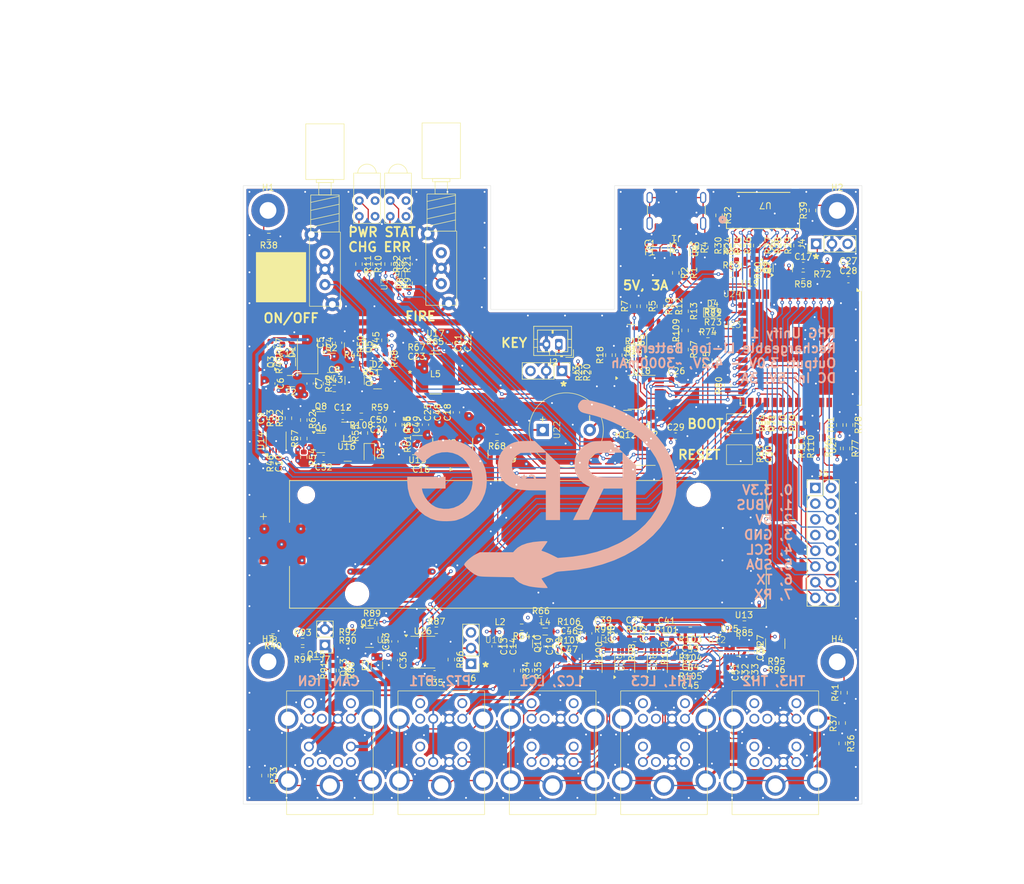
<source format=kicad_pcb>
(kicad_pcb (version 20240108) (generator "pcbnew") (generator_version "8.0")
  (layers (0 "F.Cu" signal) (1 "In1.Cu" signal) (2 "In2.Cu" signal) (31 "B.Cu" signal) (34 "B.Paste" user) (35 "F.Paste" user) (36 "B.SilkS" user "B.Silkscreen") (37 "F.SilkS" user "F.Silkscreen") (38 "B.Mask" user) (39 "F.Mask" user) (44 "Edge.Cuts" user))
  (net 0 "")
  (net 1 "Net-(Q4-C)")
  (net 2 "+BATT")
  (net 3 "IGN_NEG")
  (net 4 "/Front Panel/VUSB_IN")
  (net 5 "Net-(U3-NO)")
  (net 6 "+3.3VA")
  (net 7 "+5V")
  (net 8 "+12VA")
  (net 9 "+5VA")
  (net 10 "Net-(D1-K)")
  (net 11 "VBUS")
  (net 12 "VUSB")
  (net 13 "/Front Panel/CC1")
  (net 14 "/Front Panel/CC2")
  (net 15 "/Core/ESP_RESET_N")
  (net 16 "/Core/ESP_BOOT")
  (net 17 "Net-(U25-DECAP)")
  (net 18 "/Peripherals/LC_1_ADC")
  (net 19 "/Peripherals/LC_2_ADC")
  (net 20 "/Peripherals/LC_3_ADC")
  (net 21 "Net-(Q6-D)")
  (net 22 "Net-(U15-VBST)")
  (net 23 "Net-(U15-SW)")
  (net 24 "+3.3V")
  (net 25 "Net-(Q10-D)")
  (net 26 "Net-(D3-A)")
  (net 27 "TH_1")
  (net 28 "TH_2")
  (net 29 "TH_3")
  (net 30 "PT_1")
  (net 31 "PT_2")
  (net 32 "Net-(D2-Pad1)")
  (net 33 "PWR_BTN")
  (net 34 "Net-(D4-K)")
  (net 35 "Net-(U1-VBUS)")
  (net 36 "Net-(U13-+)")
  (net 37 "Net-(Q13-S)")
  (net 38 "Net-(J1-D+-PadA6)")
  (net 39 "Net-(J1-SHIELD)")
  (net 40 "Net-(J1-D--PadA7)")
  (net 41 "/Core/I2C_SDA")
  (net 42 "/Core/I2C_SCL")
  (net 45 "Net-(J2-Pin_1)")
  (net 47 "/Core/CONFIG")
  (net 49 "Net-(Q4-B)")
  (net 50 "Net-(Q5-B)")
  (net 51 "Net-(J6-Pin_1)")
  (net 53 "CAN_H")
  (net 54 "IGN_POS")
  (net 55 "Net-(Q1-G)")
  (net 56 "Net-(Q2-G)")
  (net 57 "Net-(Q3-G)")
  (net 58 "Net-(Q6-G)")
  (net 59 "Net-(Q7-G)")
  (net 60 "Net-(Q8-B)")
  (net 61 "Net-(Q8-C)")
  (net 62 "Net-(Q9-B)")
  (net 63 "Net-(Q9-C)")
  (net 64 "Net-(Q10-G)")
  (net 65 "Net-(Q11-B)")
  (net 66 "Net-(Q11-C)")
  (net 67 "Net-(Q12-C)")
  (net 68 "Net-(Q12-B)")
  (net 69 "Net-(Q13-G)")
  (net 70 "Net-(Q14-B)")
  (net 71 "Net-(U8-Shield)")
  (net 72 "Net-(U9-Shield)")
  (net 73 "Net-(U10-Shield)")
  (net 74 "IGN_DET")
  (net 75 "Net-(U17-FB)")
  (net 76 "Net-(U16-FB)")
  (net 77 "Net-(Q15-B)")
  (net 78 "Net-(U27-+)")
  (net 79 "/Core/I2C_INT_N")
  (net 80 "Net-(Q15-C)")
  (net 81 "Net-(R1-Pad1)")
  (net 82 "USB_DN")
  (net 83 "Net-(R2-Pad1)")
  (net 84 "USB_DP")
  (net 85 "USB_DET")
  (net 86 "FIRE_BTN_N")
  (net 87 "PWR_LED_N")
  (net 88 "/Core/PCB_TEMP_ADC")
  (net 89 "Net-(U4-C1)")
  (net 90 "/Core/GPIO_46")
  (net 91 "/Core/GPIO_45")
  (net 92 "Net-(U25-SDO)")
  (net 93 "CHG_LED_N")
  (net 94 "Net-(U4-C2)")
  (net 95 "Net-(U5A--)")
  (net 96 "Net-(U5A-+)")
  (net 97 "Net-(U28-RG)")
  (net 98 "/Peripherals/VREF")
  (net 99 "Net-(U29-RG)")
  (net 100 "Net-(U30-RG)")
  (net 102 "USB_I_DET")
  (net 103 "Net-(R16-Pad2)")
  (net 104 "Net-(U5B--)")
  (net 105 "STAT_LED_N")
  (net 106 "Net-(U6-C1)")
  (net 107 "ERR_LED_N")
  (net 108 "Net-(U6-C2)")
  (net 109 "KEY_N")
  (net 110 "SD_D2")
  (net 111 "SD_D3")
  (net 112 "SD_CMD")
  (net 113 "SD_CLK")
  (net 114 "SD_D0")
  (net 115 "SD_D1")
  (net 117 "SD_DET_N")
  (net 118 "Net-(R32-Pad1)")
  (net 119 "Net-(U11-Shield)")
  (net 121 "Net-(U12-Shield)")
  (net 122 "PWR_BTN_DET_N")
  (net 127 "CHG_DET_N")
  (net 129 "PWR_OFF")
  (net 130 "Net-(U14-PROG)")
  (net 132 "Net-(U14-THERM)")
  (net 135 "Net-(U15-VFB)")
  (net 137 "SYS_EN")
  (net 138 "SPI_CS")
  (net 139 "Net-(U19-IO10)")
  (net 140 "/Core/CONSOLE_RX")
  (net 141 "/Core/CONSOLE_TX")
  (net 142 "SPI_MOSI")
  (net 143 "Net-(U19-IO11)")
  (net 144 "Net-(U19-IO12)")
  (net 145 "SPI_CLK")
  (net 146 "/Core/BATT_ADC")
  (net 147 "Net-(H1-Pad1)")
  (net 148 "Net-(H2-Pad1)")
  (net 149 "Net-(H3-Pad1)")
  (net 150 "Net-(H4-Pad1)")
  (net 151 "SPI_MISO")
  (net 152 "CAN_L")
  (net 153 "TWAI_EN_N")
  (net 154 "IGN")
  (net 162 "LC_2_NEG")
  (net 163 "LC_2_POS")
  (net 164 "LC_1_NEG")
  (net 165 "LC_1_POS")
  (net 167 "LC_3_POS")
  (net 169 "LC_3_NEG")
  (net 182 "TWAI_TX")
  (net 183 "TWAI_RX")
  (net 187 "GND")
  (net 188 "Net-(U17-SW)")
  (net 189 "+12V")
  (net 190 "Net-(U7-POL)")
  (net 191 "/Core/EXP_2")
  (net 192 "/Core/EXP_4")
  (net 193 "/Core/EXP_7")
  (net 194 "/Core/EXP_0")
  (net 195 "/Core/EXP_3")
  (net 196 "/Core/EXP_1")
  (net 197 "/Core/EXP_5")
  (net 198 "/Core/EXP_6")
  (net 199 "Net-(R108-Pad1)")
  (net 200 "Net-(J5-Pin_13)")
  (net 201 "Net-(J5-Pin_15)")
  (net 202 "Net-(R109-Pad1)")
  (net 203 "Net-(J5-Pin_9)")
  (net 204 "Net-(J5-Pin_11)")
  (footprint "Resistor_SMD:R_0603_1608Metric" (layer "F.Cu") (at 193.1 78.2)
    (property "Reference" "R16")
    (property "Value" "1k")
  )
  (footprint "Capacitor_SMD:C_0603_1608Metric" (layer "F.Cu") (at 172.2 124.5 -90)
    (property "Reference" "C14")
    (property "Value" "10u, 16V")
  )
  (footprint "Resistor_SMD:R_0603_1608Metric" (layer "F.Cu") (at 208.9 64.3)
    (property "Reference" "R63")
    (property "Value" "10k")
  )
  (footprint "Capacitor_SMD:C_0603_1608Metric" (layer "F.Cu") (at 196.125 122.5 90)
    (property "Reference" "C42")
    (property "Value" "100n")
  )
  (footprint "Unify:PN11SHNA03QE" (layer "F.Cu") (at 143.2 66 90)
    (property "Reference" "U2")
    (property "Value" "PN11SHNA03QE")
  )
  (footprint "Resistor_SMD:R_0603_1608Metric" (layer "F.Cu") (at 195.6 88.8 180)
    (property "Reference" "R82")
    (property "Value" "2k")
  )
  (footprint "Connector_PinHeader_2.54mm:PinHeader_1x03_P2.54mm_Vertical" (layer "F.Cu") (at 166.8 127.325 180)
    (property "Reference" "J6")
    (property "Value" "2.54mm_PinHeader")
  )
  (footprint "Resistor_SMD:R_0603_1608Metric" (layer "F.Cu") (at 135.8 94.9 90)
    (property "Reference" "R46")
    (property "Value" "10k")
  )
  (footprint "Unify:CMI-1275C-050" (layer "F.Cu") (at 182.2 89.5 90)
    (property "Reference" "U22")
    (property "Value" "CMI-1275C-050")
  )
  (footprint "Package_TO_SOT_SMD:SOT-23" (layer "F.Cu") (at 147.9 76.0625 -90)
    (property "Reference" "Q5")
    (property "Value" "MMBT3904")
  )
  (footprint "Capacitor_SMD:C_0603_1608Metric" (layer "F.Cu") (at 227.8 63.604394)
    (property "Reference" "C27")
    (property "Value" "10u")
  )
  (footprint "Package_TO_SOT_SMD:SOT-23" (layer "F.Cu") (at 175.2 124.0625 -90)
    (property "Reference" "Q10")
    (property "Value" "DMG2305UZ")
  )
  (footprint "Resistor_SMD:R_0603_1608Metric" (layer "F.Cu") (at 220.5 64.5 180)
    (property "Reference" "R58")
    (property "Value" "100k")
  )
  (footprint "Resistor_SMD:R_0603_1608Metric" (layer "F.Cu") (at 198.1 60 -90)
    (property "Reference" "R3")
    (property "Value" "5k1")
  )
  (footprint "Resistor_SMD:R_0603_1608Metric" (layer "F.Cu") (at 139.6 123.7)
    (property "Reference" "R93")
    (property "Value" "1k")
  )
  (footprint "LED_SMD:LED_0603_1608Metric" (layer "F.Cu") (at 205.8875 70.5)
    (property "Reference" "D4")
    (property "Value" "RED")
  )
  (footprint "Unify:IND_BOURNS_SRN6045" (layer "F.Cu") (at 163.8465 91.759 90)
    (property "Reference" "L3")
    (property "Value" "SRN6045-3R3Y, 3.3u")
  )
  (footprint "Resistor_SMD:R_0603_1608Metric" (layer "F.Cu") (at 182.65 124.95)
    (property "Reference" "R107")
    (property "Value" "150")
  )
  (footprint "Resistor_SMD:R_0603_1608Metric" (layer "F.Cu") (at 142.4 82 -90)
    (property "Reference" "R42")
    (property "Value" "100k")
  )
  (footprint "Capacitor_SMD:C_0603_1608Metric" (layer "F.Cu") (at 151.88125 90.9)
    (property "Reference" "C24")
    (property "Value" "10u, 16V")
  )
  (footprint "Unify:KMDGX-6S-6S-S4N1" (layer "F.Cu") (at 137 151.7)
    (property "Reference" "U8")
    (property "Value" "KMDGX-6S-6S-S4N1")
  )
  (footprint "Resistor_SMD:R_0603_1608Metric" (layer "F.Cu") (at 219.5 59.675 90)
    (property "Reference" "R29")
    (property "Value" "10k")
  )
  (footprint "Package_DFN_QFN:DFN-10-1EP_3x3mm_P0.5mm_EP1.58x2.35mm" (layer "F.Cu") (at 135.31 91.305 90)
    (property "Reference" "U14")
    (property "Value" "MCP73833-xxx-MF")
  )
  (footprint "Package_TO_SOT_SMD:SOT-23-6" (layer "F.Cu") (at 158.1465 91.959 180)
    (property "Reference" "U15")
    (property "Value" "TPS562201")
  )
  (footprint "Connector_USB:USB_C_Receptacle_GCT_USB4105-xx-A_16P_TopMnt_Horizontal" (layer "F.Cu") (at 200 53 180)
    (property "Reference" "J1")
    (property "Value" "USB_C_Receptacle_USB2.0_16P")
  )
  (footprint "Resistor_SMD:R_0603_1608Metric" (layer "F.Cu") (at 220.3 92.2 -90)
    (property "Reference" "R110")
    (property "Value" "0")
  )
  (footprint "Resistor_SMD:R_0603_1608Metric" (layer "F.Cu") (at 202.275 124.9 180)
    (property "Reference" "R104")
    (property "Value" "10k")
  )
  (footprint "Resistor_SMD:R_0603_1608Metric" (layer "F.Cu") (at 201.4 73.4 90)
    (property "Reference" "R109")
    (property "Value" "1k")
  )
  (footprint "Resistor_SMD:R_0603_1608Metric" (layer "F.Cu") (at 220.3 88.4 90)
    (property "Reference" "R69")
    (property "Value" "2k")
  )
  (footprint "Fuse:Fuse_1206_3216Metric" (layer "F.Cu") (at 137.7 81.6 180)
    (property "Reference" "F2")
    (property "Value" "3A")
  )
  (footprint "Resistor_SMD:R_0603_1608Metric" (layer "F.Cu") (at 190.7 77.4 -90)
    (property "Reference" "R15")
    (property "Value" "5k1")
  )
  (footprint "Capacitor_SMD:C_0603_1608Metric" (layer "F.Cu") (at 156.8 62.675 90)
    (property "Reference" "C2")
    (property "Value" "100n")
  )
  (footprint "Resistor_SMD:R_0603_1608Metric" (layer "F.Cu") (at 147.7 78.8)
    (property "Reference" "R44")
    (property "Value" "10k")
  )
  (footprint "Resistor_SMD:R_0603_1608Metric" (layer "F.Cu") (at 208.3 82.3 90)
    (property "Reference" "R80")
    (property "Value" "10k")
  )
  (footprint "Resistor_SMD:R_0603_1608Metric" (layer "F.Cu") (at 199.9 64.1 -90)
    (property "Reference" "R2")
    (property "Value" "0")
  )
  (footprint "Capacitor_SMD:C_0603_1608Metric" (layer "F.Cu") (at 161.2465 86.659 90)
    (property "Reference" "C25")
    (property "Value" "22u")
  )
  (footprint "Resistor_SMD:R_0603_1608Metric" (layer "F.Cu") (at 217 88.4 90)
    (property "Reference" "R71")
    (property "Value" "2k")
  )
  (footprint "Package_TO_SOT_SMD:SOT-23" (layer "F.Cu") (at 217.2 63.3 90)
    (property "Reference" "Q7")
    (property "Value" "DMG2305UZ")
  )
  (footprint "Resistor_SMD:R_0603_1608Metric" (layer "F.Cu") (at 171 90.7 180)
    (property "Reference" "R68")
    (property "Value" "10k")
  )
  (footprint "Resistor_SMD:R_0603_1608Metric" (layer "F.Cu") (at 201.4 64.1 -90)
    (property "Reference" "R1")
    (property "Value" "0")
  )
  (footprint "Resistor_SMD:R_0603_1608Metric" (layer "F.Cu") (at 193.1 76.6)
    (property "Reference" "R14")
    (property "Value" "100k")
  )
  (footprint "Unify:PTS815SJM250SMTRLFS" (layer "F.Cu") (at 208.2 87.4)
    (property "Reference" "U24")
    (property "Value" "PTS815SJM250SMTRLFS")
  )
  (footprint "Resistor_SMD:R_0603_1608Metric" (layer "F.Cu") (at 153 78 -90)
    (property "Reference" "R48")
    (property "Value" "1k")
  )
  (footprint "Resistor_SMD:R_0603_1608Metric" (layer "F.Cu") (at 152.08125 87.3)
    (property "Reference" "R59")
    (property "Value" "2k")
  )
  (footprint "Capacitor_SMD:C_0603_1608Metric" (layer "F.Cu") (at 185.825 122.4 90)
    (property "Reference" "C40")
    (property "Value" "100n")
  )
  (footprint "Unify:KMDGX-6S-6S-S4N1" (layer "F.Cu") (at 173 151.7)
    (property "Reference" "U10")
    (property "Value" "KMDGX-6S-6S-S4N1")
  )
  (footprint "Connector_JST:JST_PH_B2B-PH-K_1x02_P2.00mm_Vertical" (layer "F.Cu") (at 181 75.65 180)
    (property "Reference" "J2")
    (property "Value" "JST_PH-B2B")
  )
  (footprint "Connector_PinHeader_2.54mm:PinHeader_1x03_P2.54mm_Vertical" (layer "F.Cu") (at 181.5 79.95 -90)
    (property "Reference" "J3")
    (property "Value" "2.54mm_PinHeader")
  )
  (footprint "Capacitor_SMD:C_0603_1608Metric" (layer "F.Cu") (at 227.8 65.2)
    (property "Reference" "C28")
    (property "Value" "100n")
  )
  (footprint "Package_TO_SOT_SMD:SOT-23" (layer "F.Cu") (at 148 81.5 -90)
    (property "Reference" "Q4")
    (property "Value" "MMBT3904")
  )
  (footprint "Resistor_SMD:R_0603_1608Metric" (layer "F.Cu") (at 133.5 145.4 -90)
    (property "Reference" "R33")
    (property "Value" "0")
  )
  (footprint "Resistor_SMD:R_0603_1608Metric" (layer "F.Cu") (at 139.78125 90.9 90)
    (property "Reference" "R57")
    (property "Value" "1k")
  )
  (footprint "Capacitor_SMD:C_0603_1608Metric" (layer "F.Cu") (at 193.25 121.7)
    (property "Reference" "C37")
    (property "Value" "100n")
  )
  (footprint "Capacitor_SMD:C_0603_1608Metric" (layer "F.Cu") (at 211.3 128.7 -90)
    (property "Reference" "C33")
    (property "Value" "2.2u")
  )
  (footprint "Resistor_SMD:R_0603_1608Metric" (layer "F.Cu") (at 163.625 126.635 -90)
    (property "Reference" "R86")
    (property "Value" "120")
  )
  (footprint "Resistor_SMD:R_0603_1608Metric" (layer "F.Cu") (at 150.8 120.6)
    (property "Reference" "R89")
    (property "Value" "10k")
  )
  (footprint "Capacitor_SMD:C_0603_1608Metric" (layer "F.Cu") (at 199.9875 81.4)
    (property "Reference" "C26")
    (property "Value" "100n")
  )
  (footprint "Resistor_SMD:R_0603_1608Metric" (layer "F.Cu") (at 155.1465 88.659 -90)
    (property "Reference" "R56")
    (property "Value" "33k")
  )
  (footprint "Resistor_SMD:R_0603_1608Metric" (layer "F.Cu") (at 205.9 73.5)
    (property "Reference" "R73")
    (property "Value" "0")
  )
  (footprint "Resistor_SMD:R_0603_1608Metric" (layer "F.Cu") (at 178.1 120.2)
    (property "Reference" "R66")
    (property "Value" "1k")
  )
  (footprint "Resistor_SMD:R_0603_1608Metric" (layer "F.Cu") (at 161.2 121.9)
    (property "Reference" "R87")
    (property "Value" "10k")
  )
  (footprint "Resistor_SMD:R_0603_1608Metric" (layer "F.Cu") (at 148.7 62.675 -90)
    (property "Reference" "R11")
    (property "Value" "2k")
  )
  (footprint "Resistor_SMD:R_0603_1608Metric" (layer "F.Cu") (at 155.1 65.775 -90)
    (property "Reference" "R9")
    (property "Value" "1k")
  )
  (footprint "Capacitor_SMD:C_0603_1608Metric" (layer "F.Cu") (at 158 76.2 180)
    (property "Reference" "C23")
    (property "Value" "10u")
  )
  (footprint "Capacitor_SMD:C_0603_1608Metric" (layer "F.Cu") (at 182.65 126.45)
    (property "Reference" "C47")
    (property "Value" "100n")
  )
  (footprint "Capacitor_SMD:C_0603_1608Metric" (layer "F.Cu") (at 214.6 59.675 -90)
    (property "Reference" "C3")
    (property "Value" "100n")
  )
  (footprint "Unify:KMDGX-6S-6S-S4N1" (layer "F.Cu") (at 209 151.7)
    (property "Reference" "U12")
    (property "Value" "KMDGX-6S-6S-S4N1")
  )
  (footprint "Connector_PinHeader_2.54mm:PinHeader_1x03_P2.54mm_Vertical" (layer "F.Cu") (at 222.6 59.4 90)
    (property "Reference" "J4")
    (property "Value" "2.54mm_PinHeader")
  )
  (footprint "Inductor_SMD:L_1210_3225Metric" (layer "F.Cu") (at 146.88125 93.19375)
    (property "Reference" "L1")
    (property "Value" "BRL3225T100K, 10u, 420m")
  )
  (footprint "Resistor_SMD:R_0603_1608Metric" (layer "F.Cu") (at 134.8 123 180)
    (property "Reference" "R40")
    (property "Value" "0")
  )
  (footprint "Package_TO_SOT_SMD:SOT-23" (layer "F.Cu") (at 136.9 78.5 90)
    (property "Reference" "Q3")
    (property "Value" "DMG2305UZ")
  )
  (footprint "Capacitor_SMD:C_0603_1608Metric" (layer "F.Cu") (at 212.125 125.4 -90)
    (property "Reference" "C34")
    (property "Value" "2.2u")
  )
  (footprint "Package_TO_SOT_SMD:SOT-23" (layer "F.Cu") (at 142.54375 91.6)
    (property "Reference" "Q6")
    (property "Value" "DMG2305UZ")
  )
  (footprint "Unify:BAT_1042P" (layer "F.Cu") (at 176 108 180)
    (property "Reference" "U13")
    (property "Value" "1042P")
  )
  (footprint "Resistor_SMD:R_0603_1608Metric" (layer "F.Cu") (at 226.8 140.2 -90)
    (property "Reference" "R36")
    (property "Value" "0")
  )
  (footprint "Unify:KMDGX-6S-6S-S4N1" (layer "F.Cu") (at 155 151.7)
    (property "Reference" "U9")
    (property "Value" "KMDGX-6S-6S-S4N1")
  )
  (footprint "Resistor_SMD:R_0603_1608Metric" (layer "F.Cu") (at 144.7 82.8)
    (property "Reference" "R43")
    (property "Value" "1k")
  )
  (footprint "Capacitor_SMD:C_0603_1608Metric" (layer "F.Cu") (at 164.4465 86.659 90)
    (property "Reference" "C18")
    (property "Value" "22u")
  )
  (footprint "Capacitor_SMD:C_0603_1608Metric" (layer "F.Cu") (at 134.3 94.9 -90)
    (property "Reference" "C10")
    (property "Value" "100n")
  )
  (footprint "Resistor_SMD:R_0603_1608Metric" (layer "F.Cu") (at 209.8 59.675 90)
    (property "Reference" "R24")
    (property "Value" "10k")
  )
  (footprint "MountingHole:MountingHole_2.7mm_M2.5_Pad" (layer "F.Cu") (at 226 54)
    (property "Reference" "H2")
    (property "Value" "MH_P")
  )
  (footprint "Resistor_SMD:R_0603_1608Metric" (layer "F.Cu") (at 146.87 122.115 180)
    (property "Reference" "R90")
    (property "Value" "10k")
  )
  (footprint "Capacitor_SMD:C_0603_1608Metric" (layer "F.Cu") (at 188.125 121.7)
    (property "Reference" "C39")
    (property "Value" "100n")
  )
  (footprint "Capacitor_SMD:C_0603_1608Metric" (layer "F.Cu") (at 158.7465 94.459 180)
    (property "Reference" "C16")
    (property "Value" "100n")
  )
  (footprint "Resistor_SMD:R_0603_1608Metric" (layer "F.Cu") (at 217.9 59.675 90)
    (property "Reference" "R28")
    (property "Value" "10k")
  )
  (footprint "Resistor_SMD:R_0603_1608Metric" (layer "F.Cu") (at 184.12 80.2 -90)
    (property "Reference" "R20")
    (property "Value" "10k")
  )
  (footprint "Resistor_SMD:R_0603_1608Metric" (layer "F.Cu") (at 176.2 128.4 -90)
    (property "Reference" "R35")
    (property "Value" "0")
  )
  (footprint "Capacitor_SMD:C_0603_1608Metric" (layer "F.Cu") (at 160.925 128.935 180)
    (property "Reference" "C35")
    (property "Value" "100n")
  )
  (footprint "Capacitor_SMD:C_0603_1608Metric" (layer "F.Cu") (at 179.6 124.5 -90)
    (property "Reference" "C20")
    (property "Value" "10u")
  )
  (footprint "Capacitor_SMD:C_0603_1608Metric" (layer "F.Cu") (at 163.3 75.45 -90)
    (property "Reference" "C21")
    (property "Value" "22u")
  )
  (footprint "Resistor_SMD:R_0603_1608Metric" (layer "F.Cu") (at 135.8 87.6 90)
    (property "Reference" "R53")
    (property "Value" "10k")
  )
  (footprint "Unify:INA321" (layer "F.Cu") (at 202.125 127.1125 90)
    (property "Reference" "U30")
    (property "Value" "INA321")
  )
  (footprint "Inductor_SMD:L_0805_2012Metric" (layer "F.Cu") (at 178.8 122.1)
    (property "Reference" "L4")
    (property "Value" "10u")
  )
  (footprint "MountingHole:MountingHole_2.7mm_M2.5_Pad" (layer "F.Cu") (at 134 54)
    (property "Reference" "H1")
    (property "Value" "MH_P")
  )
  (footprint "Resistor_SMD:R_0603_1608Metric" (layer "F.Cu") (at 216.175 126.8625 180)
    (property "Reference" "R96")
    (property "Value" "10k")
  )
  (footprint "Package_SO:SOIC-8_3.9x4.9mm_P1.27mm" (layer "F.Cu") (at 197.765 74.980552 90)
    (property "Reference" "U5")
    (property "Value" "LM2903")
  )
  (footprint "Capacitor_SMD:C_0603_1608Metric" (layer "F.Cu") (at 213.5 93.4 -90)
    (property "Reference" "C30")
    (property "Value" "100n")
  )
  (footprint "Capacitor_SMD:C_0603_1608Metric" (layer "F.Cu") (at 134.6 82 -90)
    (property "Reference" "C6")
    (property "Value" "22u")
  )
  (footprint "Package_TO_SOT_SMD:SOT-23" (layer "F.Cu") (at 144.2375 78.65)
    (property "Reference" "Q2")
    (property "Value" "DMG2305UZ")
  )
  (footprint "Package_TO_SOT_SMD:SOT-563" (layer "F.Cu") (at 161.05 75.8)
    (property "Reference" "U17")
    (property "Value" "TPS61023")
  )
  (footprint "Resistor_SMD:R_0603_1608Metric" (layer "F.Cu") (at 218.8 92.2 -90)
    (property "Reference" "R111")
    (property "Value" "0")
  )
  (footprint "Resistor_SMD:R_0603_1608Metric" (layer "F.Cu") (at 226.4 88.7 90)
    (property "Reference" "TH1")
    (property "Value" "10k")
  )
  (footprint "Resistor_SMD:R_0603_1608Metric" (layer "F.Cu") (at 205.9 69 180)
    (property "Reference" "R79")
    (property "Value" "10k")
  )
  (footprint "Package_TO_SOT_SMD:SOT-23" (layer "F.Cu") (at 142.54375 88.1)
    (property "Reference" "Q8")
    (property "Value" "MMBT3904")
  )
  (footprint "Unify:SSF-LXH240GGD" (layer "F.Cu") (at 156.3 52.415816 180)
    (property "Reference" "U6")
    (property "Value" "SSF-LXH240GGD")
  )
  (footprint "Capacitor_SMD:C_0603_1608Metric" (layer "F.Cu") (at 151.88125 89.3)
    (property "Reference" "C50")
    (property "Value" "10u, 16V")
  )
  (footprint "Capacitor_SMD:C_0603_1608Metric" (layer "F.Cu") (at 198.425 121.8)
    (property "Reference" "C41")
    (property "Value" "100n")
  )
  (footprint "Resistor_SMD:R_0603_1608Metric" (layer "F.Cu") (at 149.08125 87.3 180)
    (property "Reference" "R108")
    (property "Value" "10k")
  )
  (footprint "Resistor_SMD:R_0603_1608Metric" (layer "F.Cu") (at 227.5 92.5 -90)
    (property "Reference" "R77")
    (property "Value" "10k")
  )
  (footprint "Resistor_SMD:R_0603_1608Metric" (layer "F.Cu") (at 205.9 72)
    (property "Reference" "R81")
    (property "Value" "2k")
  )
  (footprint "Resistor_SMD:R_0603_1608Metric" (layer "F.Cu") (at 189.1 77.4 90)
    (property "Reference" "R18")
    (property "Value" "10k")
  )
  (footprint "Unify:INA321" (layer "F.Cu") (at 196.85 127.0875 90)
    (property "Reference" "U28")
    (property "Value" "INA321")
  )
  (footprint "Capacitor_SMD:C_0603_1608Metric" (layer "F.Cu") (at 178.1 124.5 -90)
    (property "Reference" "C19")
    (property "Value" "10u")
  )
  (footprint "Diode_SMD:D_SOD-323" (layer "F.Cu") (at 150.38125 93.3 -90)
    (property "Reference" "D3")
    (property "Value" "200mA")
  )
  (footprint "Resistor_SMD:R_0603_1608Metric" (layer "F.Cu") (at 201.4 76.5 -90)
    (property "Reference" "R17")
    (property "Value" "10k")
  )
  (footprint "MountingHole:MountingHole_2.7mm_M2.5_Pad" (layer "F.Cu") (at 226 127)
    (property "Reference" "H4")
    (property "Value" "MH_P")
  )
  (footprint "Package_SO:SOIC-8_3.9x4.9mm_P1.27mm" (layer "F.Cu") (at 159.025 125.435)
    (property "Reference" "U26")
    (property "Value" "ATA6561")
  )
  (footprint "Capacitor_SMD:C_0603_1608Metric" (layer "F.Cu") (at 190.95 122.475 90)
    (property "Reference" "C38")
    (property "Value" "100n")
  )
  (footprint "Resistor_SMD:R_0603_1608Metric" (layer "F.Cu") (at 158 74.7 180)
    (property "Reference" "R67")
    (property "Value" "100k")
  )
  (footprint "Capacitor_SMD:C_0603_1608Metric" (layer "F.Cu") (at 202.25 129.4 180)
    (property "Reference" "C45")
    (property "Value" "100n")
  )
  (footprint "Resistor_SMD:R_0603_1608Metric" (layer "F.Cu") (at 185.7 80.2 90)
    (property "Reference" "R23")
    (property "Value" "1k")
  )
  (footprint "Resistor_SMD:R_0603_1608Metric" (layer "F.Cu") (at 156.8 65.775 90)
    (property "Reference" "R8")
    (property "Value" "10k")
  )
  (footprint "Package_TO_SOT_SMD:SOT-23" (layer "F.Cu") (at 148.6 127.9 90)
    (property "Reference" "Q13")
    (property "Value" "DMG2305UZ")
  )
  (footprint "Capacitor_SMD:C_0603_1608Metric" (layer "F.Cu") (at 202.25 123.4 180)
    (property "Reference" "C43")
    (property "Value" "100n")
  )
  (footprint "Resistor_SMD:R_0603_1608Metric" (layer "F.Cu") (at 146 128.4 -90)
    (property "Reference" "R88")
    (property "Value" "100k")
  )
  (footprint "Resistor_SMD:R_0603_1608Metric" (layer "F.Cu") (at 188.15 123.2)
    (property "Reference" "R99")
    (property "Value" "190k")
  )
  (footprint "Resistor_SMD:R_0603_1608Metric" (layer "F.Cu") (at 150.4 62.675 -90)
    (property "Reference" "R10")
    (property "Value" "2k")
  )
  (footprint "Capacitor_SMD:C_0603_1608Metric" (layer "F.Cu") (at 220.5 62.9)
    (property "Reference" "C17")
    (property "Value" "10u")
  )
  (footprint "Connector_PinHeader_2.54mm:PinHeader_2x08_P2.54mm_Vertical" (layer "F.Cu") (at 222.46 98.88)
    (property "Reference" "J5")
    (property "Value" "Conn_02x08_Odd_Even")
  )
  (footprint "Resistor_SMD:R_0603_1608Metric" (layer "F.Cu") (at 134.4 79 -90)
    (property "Reference" "R49")
    (property "Value" "50k")
  )
  (footprint "Resistor_SMD:R_0603_1608Metric" (layer "F.Cu") (at 211 120.9 180)
    (property "Reference" "R85")
    (property "Value" "0")
  )
  (footprint "Capacitor_SMD:C_0603_1608Metric" (layer "F.Cu") (at 142.98125 94.1 180)
    (property "Reference" "C52")
    (property "Value" "22u")
  )
  (footprint "Resistor_SMD:R_0603_1608Metric" (layer "F.Cu") (at 206.3 78.2 90)
    (property "Reference" "R75")
    (property "Value" "0")
  )
  (footprint "Capacitor_SMD:C_0603_1608Metric" (layer "F.Cu") (at 170.7 124.5 -90)
    (property "Reference" "C13")
    (property "Value" "10u, 16V")
  )
  (footprint "Package_TO_SOT_SMD:SOT-23" (layer "F.Cu") (at 192.1 87.9 180)
    (property "Reference" "Q12")
    (property "Value" "MMBT3904")
  )
  (footprint "Package_DFN_QFN:WQFN-16-1EP_3x3mm_P0.5mm_EP1.68x1.68mm" (layer "F.Cu") (at 208.605 124.48)
    (property "Reference" "U25")
    (property "Value" "ADS7028")
  )
  (footprint "Capacitor_SMD:C_0603_1608Metric" (layer "F.Cu") (at 143.9 75.4 90)
    (property "Reference" "C5")
    (property "Value" "22u")
  )
  (footprint "Resistor_SMD:R_0603_1608Metric" (layer "F.Cu") (at 155.1465 91.759 -90)
    (property "Reference" "R61")
    (property "Value" "10k")
  )
  (footprint "Capacitor_SMD:C_0603_1608Metric" (layer "F.Cu") (at 195.705001 60.8)
    (property "Reference" "C1")
    (property "Value" "2.2u")
  )
  (footprint "RF_Module:ESP32-S3-WROOM-1U" (layer "F.Cu") (at 220.11 76.3 -90)
    (property "Reference" "U19")
    (property "Value" "ESP32-S3-WROOM-1")
  )
  (footprint "Resistor_SMD:R_0603_1608Metric" (layer "F.Cu") (at 134.4 76 -90)
    (property "Reference" "R47")
    (property "Value" "1k")
  )
  (footprint "Capacitor_SMD:C_0603_1608Metric" (layer "F.Cu") (at 199.8875 90.5)
    (property "Reference" "C29")
    (property "Value" "100n")
  )
  (footprint "Capacitor_SMD:C_0603_1608Metric" (layer "F.Cu") (at 140.8 82 -90)
    (property "Reference" "C7")
    (property "Value" "2.2u")
  )
  (footprint "Resistor_SMD:R_0603_1608Metric" (layer "F.Cu") (at 139.6 125.2 180)
    (property "Reference" "R94")
    (property "Value" "10k")
  )
  (footprint "Resistor_SMD:R_0603_1608Metric" (layer "F.Cu") (at 208.9 62.075)
    (property "Reference" "R31")
    (property "Value" "1k")
  )
  (footprint "Resistor_SMD:R_0603_1608Metric" (layer "F.Cu") (at 202.25 121.9 180)
    (property "Reference" "R103")
    (property "Value" "10k")
  )
  (footprint "Resistor_SMD:R_0603_1608Metric" (layer "F.Cu") (at 211.4 59.675 90)
    (property "Reference" "R25")
    (property "Value" "10k")
  )
  (footprint "Resistor_SMD:R_0603_1608Metric" (layer "F.Cu") (at 215 93.4 90)
    (property "Reference" "R83")
    (property "Value" "10k")
  )
  (footprint "Package_TO_SOT_SMD:SOT-23" (layer "F.Cu") (at 151.7 81.3)
    (property "Reference" "D2")
    (property "Value" "BAT54C")
  )
  (footprint "Capacitor_SMD:C_0603_1608Metric" (layer "F.Cu") (at 144.7 81.2)
    (property "Reference" "C8")
    (property "Value" "100n")
  )
  (footprint "Package_TO_SOT_SMD:SOT-23" (layer "F.Cu") (at 141.7625 128.2)
    (property "Reference" "Q15")
    (property "Value" "MMBT3904")
  )
  (footprint "Package_TO_SOT_SMD:SOT-23-6" (layer "F.Cu") (at 200.6 60.5625 -90)
    (property "Reference" "U1")
    (property "Value" "USBLC6-2SC6")
  )
  (footprint "Resistor_SMD:R_0603_1608Metric" (layer "F.Cu") (at 193.1 69.5 90)
    (property "Reference" "R7")
    (property "Value" "10k")
  )
  (footprint "Unify:IND_BOURNS_SRN6045" (layer "F.Cu") (at 161.05 80.45)
    (property "Reference" "L5")
    (property "Value" "SRN6045-1R0Y, 1.0u")
  )
  (footprint "Resistor_SMD:R_0603_1608Metric" (layer "F.Cu") (at 215.4 88.4 90)
    (property "Reference" "R84")
    (property "Value" "10k")
  )
  (footprint "Diode_SMD:D_SMA" (layer "F.Cu") (at 140.4 76.9 90)
    (property "Reference" "D1")
    (property "Value" "3A")
  )
  (footprint "Package_TO_SOT_SMD:SOT-23-5" (layer "F.Cu") (at 215.975 124.0625 90)
    (property "Reference" "U27")
    (property "Value" "MCP6006")
  )
  (footprint "MountingHole:MountingHole_2.7mm_M2.5_Pad" (layer "F.Cu") (at 134 127)
    (property "Reference" "H3")
    (property "Value" "MH_P")
  )
  (footprint "Resistor_SMD:R_0603_1608Metric" (layer "F.Cu") (at 202.275 127.9 180)
    (property "Reference" "R105")
    (property "Value" "10k")
  )
  (footprint "Capacitor_SMD:C_0603_1608Metric" (layer "F.Cu") (at 157.8465 88.659 90)
    (property "Reference" "C15")
    (property "Value" "100n")
  )
  (footprint "Package_TO_SOT_SMD:SOT-23" (layer "F.Cu") (at 192.7 74 180)
    (property "Reference" "Q1")
    (property "Value" "DMG2305UZ")
  )
  (footprint "Resistor_SMD:R_0603_1608Metric" (layer "F.Cu") (at 137.3 87.6 90)
    (property "Reference" "R52")
    (property "Value" "1k")
  )
  (footprint "Resistor_SMD:R_0603_1608Metric" (layer "F.Cu") (at 150.4 75.6 90)
    (property "Reference" "R50")
    (property "Value" "10k")
  )
  (footprint "Capacitor_SMD:C_0603_1608Metric" (layer "F.Cu") (at 209.7 128.7 -90)
    (property "Reference" "C32")
    (property "Value" "2.2u")
  )
  (footprint "Resistor_SMD:R_0603_1608Metric" (layer "F.Cu") (at 206.9 54.8 -90)
    (property "Reference" "R32")
    (property "Value" "0")
  )
  (footprint "Resistor_SMD:R_0603_1608Metric" (layer "F.Cu") (at 150.7 78.8 180)
    (property "Reference" "R51")
    (property "Value" "100k")
  )
  (footprint "Capacitor_SMD:C_0603_1608Metric" (layer "F.Cu") (at 137.1 75.7 180)
    (property "Reference" "C11")
    (property "Value" "100n")
  )
  (footprint "Resistor_SMD:R_0603_1608Metric" (layer "F.Cu") (at 198.425 123.3)
    (property "Reference" "R101")
    (property "Value" "190k")
  )
  (footprint "Resistor_SMD:R_0603_1608Metric" (layer "F.Cu") (at 188.925 125.6 90)
    (property "Reference" "R100")
    (property "Value" "10k")
  )
  (footprint "Package_TO_SOT_SMD:SOT-23" (layer "F.Cu") (at 171.125 93.4 -90)
    (property "Reference" "Q11")
    (property "Value" "MMBT3904")
  )
  (footprint "Resistor_SMD:R_0603_1608Metric" (layer "F.Cu") (at 226.8 136.9 90)
    (property "Reference" "R37")
    (property "Value" "0")
  )
  (footprint "Capacitor_SMD:C_0603_1608Metric" (layer "F.Cu") (at 162.8465 86.659 90)
    (property "Reference" "C48")
    (property "Value" "22u")
  )
  (footprint "Resistor_SMD:R_0603_1608Metric" (layer "F.Cu") (at 149.58125 89.99375 90)
    (property "Reference" "R55")
    (property "Value" "10k")
  )
  (footprint "Capacitor_SMD:C_0603_1608Metric" (layer "F.Cu") (at 202.275 126.4 180)
    (property "Reference" "C44")
    (property "Value" "100n")
  )
  (footprint "Resistor_SMD:R_0603_1608Metric" (layer "F.Cu") (at 223.6 62.9 180)
    (property "Reference" "R72")
    (property "Value" "10k")
  )
  (footprint "Package_SO:TSSOP-16_4.4x5mm_P0.65mm" (layer "F.Cu") (at 194.3875 92.5)
    (property "Reference" "U20")
    (property "Value" "TCA9534")
  )
  (footprint "Inductor_SMD:L_0805_2012Metric" (layer "F.Cu") (at 171.5 122.1)
    (property "Reference" "L2")
    (property "Value" "10u")
  )
  (footprint "Package_TO_SOT_SMD:SOT-23" (layer "F.Cu") (at 212.1 63.1625 -90)
    (property "Reference" "Q9")
    (property "Value" "MMBT3904")
  )
  (footprint "Package_TO_SOT_SMD:TSOT-23-5" (layer "F.Cu") (at 146.675 89.79375 180)
    (property "Reference" "U16")
    (property "Value" "MIC2288")
  )
  (footprint "Fuse:Fuse_0603_1608Metric" (layer "F.Cu") (at 195.7 59.3 180)
    (property "Reference" "F1")
    (property "Value" "3A")
  )
  (footprint "Capacitor_SMD:C_0603_1608Metric" (layer "F.Cu") (at 208.1 128.695 -90)
    (property "Reference" "C51")
    (property "Value" "10u")
  )
  (footprint "Fuse:Fuse_1206_3216Metric" (layer "F.Cu") (at 151.6 127.6 90)
    (property "Reference" "F3")
    (property "Value" "2A")
  )
  (footprint "Capacitor_SMD:C_0603_1608Metric" (layer "F.Cu") (at 164.9 75.45 -90)
    (property "Reference" "C22")
    (property "Value" "22u")
  )
  (footprint "Resistor_SMD:R_0603_1608Metric" (layer "F.Cu") (at 227.1 132 90)
    (property "Reference" "R41")
    (property "Value" "0")
  )
  (footprint "Resistor_SMD:R_0603_1608Metric" (layer "F.Cu") (at 208.2 59.675 90)
    (property "Reference" "R30")
    (property "Value" "10k")
  )
  (footprint "Resistor_SMD:R_0603_1608Metric" (layer "F.Cu") (at 175 121.4 180)
    (property "Reference" "R64")
    (property "Value" "100k")
  )
  (footprint "Resistor_SMD:R_0603_1608Metric" (layer "F.Cu") (at 134.13 58.21 180)
    (property "Reference" "R38")
    (property "Value" "0")
  )
  (footprint "Connector_PinHeader_2.54mm:PinHeader_1x02_P2.54mm_Vertical" (layer "F.Cu") (at 143.2 124.275 180)
    (property "Reference" "J7")
    (property "Value" "2.54mm_PinHeader")
  )
  (footprint "Capacitor_SMD:C_0603_1608Metric" (layer "F.Cu") (at 154.5 123.7 90)
    (property "Reference" "C53")
    (property "Value" "10u")
  )
  (footprint "Resistor_SMD:R_0603_1608Metric" (layer "F.Cu") (at 194.25 125.5 90)
    (property "Reference" "R98")
    (property "Value" "10k")
  )
  (footprint "Resistor_SMD:R_0603_1608Metric" (layer "F.Cu") (at 216.3 59.675 90)
    (property "Reference" "R27")
    (property "Value" "10k")
  )
  (footprint "Unify:PTS815SJM250SMTRLFS" (layer "F.Cu") (at 208.2 92.4)
    (property "Reference" "U23")
    (property "Value" "PTS815SJM250SMTRLFS")
  )
  (footprint "Resistor_SMD:R_0603_1608Metric" (layer "F.Cu") (at 144.5 128.4 90)
    (property "Reference" "R91")
    (property "Value" "1k")
  )
  (footprint "Resistor_SMD:R_0603_1608Metric" (layer "F.Cu") (at 201.4 70.3 -90)
    (property "Reference" "R13")
    (property "Value" "33k")
  )
  (footprint "Package_TO_SOT_SMD:SOT-23" (layer "F.Cu") (at 150.4 123.1)
    (property "Reference" "Q14")
    (property "Value" "MMBT3904")
  )
  (footprint "Capacitor_SMD:C_0603_1608Metric" (layer "F.Cu") (at 134.3 87.6 90)
    (property "Reference" "C9")
    (property "Value" "100n")
  )
  (footprint "Unify:KMDGX-6S-6S-S4N1" (layer "F.Cu") (at 191 151.7)
    (property "Reference" "U11")
    (property "Value" "KMDGX-6S-6S-S4N1")
  )
  (footprint "Package_SO:TSSOP-16_4.4x5mm_P0.65mm" (layer "F.Cu") (at 194.3875 83.4)
    (property "Reference" "U18")
    (property "Value" "TCA9534")
  )
  (footprint "Resistor_SMD:R_0603_1608Metric" (layer "F.Cu") (at 204.6 60 90)
    (property "Reference" "R6")
    (property "Value" "0")
  )
  (footprint "Unify:SSF-LXH240GGD" (layer "F.Cu") (at 151.3 52.415816 180)
    (property "Reference" "U4")
    (property "Value" "SSF-LXH240GGD")
  )
  (footprint "Resistor_SMD:R_0603_1608Metric" (layer "F.Cu") (at 222 54 90)
    (property "Reference" "R39")
    (property "Value" "0")
  )
  (footprint "Package_TO_SOT_SMD:SOT-23-6" (layer "F.Cu") (at 222.9 91.9 -90)
    (property "Reference" "U21")
    (property "Value" "USBLC6-2SC6")
  )
  (footprint "Resistor_SMD:R_0603_1608Metric" (layer "F.Cu") (at 218.7 88.4 90)
    (property "Reference" "R70")
    (property "Value" "2k")
  )
  (footprint "Capacitor_SMD:C_0603_1608Metric" (layer "F.Cu") (at 154.425 126.735 -90)
    (property "Reference" "C36")
    (property "Value" "100n")
  )
  (footprint "Capacitor_SMD:C_0603_1608Metric" (layer "F.Cu") (at 146.075 87.29375)
    (property "Reference" "C12")
    (property "Value" "2.2u")
  )
  (footprint "Unify:PN11SHNA03QE" (layer "F.Cu") (at 162 65.85 90)
    (property "Reference" "U3")
    (property "Value" "PN11SHNA03QE")
  )
  (footprint "Capacitor_SMD:C_0603_1608Metric" (layer "F.Cu") (at 213.8 88.4 -90)
    (property "Reference" "C31")
    (property "Value" "100n")
  )
  (footprint "Resistor_SMD:R_0603_1608Metric" (layer "F.Cu") (at 152.9 75 90)
    (property "Reference" "R45")
    (property "Value" "10k")
  )
  (footprint "Resistor_SMD:R_0603_1608Metric" (layer "F.Cu") (at 214.6 63.7 90)
    (property "Reference" "R60")
    (property "Value" "1k")
  )
  (footprint "Resistor_SMD:R_0603_1608Metric" (layer "F.Cu") (at 139.78125 93.9 -90)
    (property "Reference" "R54")
    (property "Value" "100k")
  )
  (footprint "Resistor_SMD:R_0603_1608Metric" (layer "F.Cu") (at 155.1 62.675 -90)
    (property "Reference" "R21")
    (property "Value" "2k")
  )
  (footprint "Resistor_SMD:R_0603_1608Metric" (layer "F.Cu") (at 139.78125 87.9 -90)
    (property "Reference" "R62")
    (property "Value" "10k")
  )
  (footprint "Resistor_SMD:R_0603_1608Metric" (layer "F.Cu") (at 203.1 60 -90)
    (property "Reference" "R4")
    (property "Value" "5k1")
  )
  (footprint "Resistor_SMD:R_0603_1608Metric" (layer "F.Cu") (at 216.175 128.3625)
    (property "Reference" "R95")
    (property "Value" "10k")
  )
  (footprint "Resistor_SMD:R_0603_1608Metric" (layer "F.Cu") (at 228 88.7 -90)
    (property "Reference" "R78")
    (property "Value" "10k")
  )
  (footprint "Capacitor_SMD:C_0603_1608Metric" (layer "F.Cu") (at 159.4465 88.659 90)
    (property "Reference" "C49")
    (property "Value" "22u")
  )
  (footprint "Resistor_SMD:R_0603_1608Metric" (layer "F.Cu") (at 226 92.5 90)
    (property "Reference" "R76")
    (property "Value" "10k")
  )
  (footprint "Capacitor_SMD:C_0603_1608Metric" (layer "F.Cu") (at 182.65 123.45)
    (property "Reference" "C46")
    (property "Value" "100n")
  )
  (footprint "Resistor_SMD:R_0603_1608Metric" (layer "F.Cu") (at 161 73.8 180)
    (property "Reference" "R65")
    (property "Value" "732k")
  )
  (footprint "Unify:47571-0001_MOL" (layer "F.Cu") (at 214 54 180)
    (property "Reference" "U7")
    (property "Value" "0475710001")
  )
  (footprint "Capacitor_SMD:C_0603_1608Metric" (layer "F.Cu") (at 145.4 75.4 90)
    (property "Reference" "C4")
    (property "Value" "22u")
  )
  (footprint "Resistor_SMD:R_0603_1608Metric" (layer "F.Cu") (at 205.1 75.1)
    (property "Reference" "R74")
    (property "Value" "0")
  )
  (footprint "Resistor_SMD:R_0603_1608Metric" (layer "F.Cu") (at 199.525 125.6 90)
    (property "Reference" "R102")
    (property "Value" "10k")
  )
  (footprint "Resistor_SMD:R_0603_1608Metric" (layer "F.Cu") (at 194.7 69.5 -90)
    (property "Reference" "R5")
    (property "Value" "5k1")
  )
  (footprint "Unify:INA321" (layer "F.Cu") (at 191.5875 127.12 90)
    (property "Reference" "U29")
    (property "Value" "INA321")
  )
  (footprint "Resistor_SMD:R_0603_1608Metric" (layer "F.Cu") (at 199 69.5 -90)
    (property "Reference" "R12")
    (property "Value" "10k")
  )
  (footprint "Resistor_SMD:R_0603_1608Metric" (layer "F.Cu") (at 213 59.675 90)
    (property "Reference" "R26")
    (property "Value" "10k")
  )
  (footprint "Resistor_SMD:R_0603_1608Metric" (layer "F.Cu") (at 146.87 123.615)
    (property "Reference" "R92")
    (property "Value" "10k")
  )
  (footprint "Resistor_SMD:R_0603_1608Metric" (layer "F.Cu") (at 193.25 123.2)
    (property "Reference" "R97")
    (property "Value" "190k")
  )
  (footprint "Resistor_SMD:R_0603_1608Metric" (layer "F.Cu") (at 197.4 69.5 -90)
    (property "Reference" "R19")
    (property "Value" "10k")
  )
  (footprint "Resistor_SMD:R_0603_1608Metric" (layer "F.Cu") (at 153.4 62.675 -90)
    (property "Reference" "R22")
    (property "Value" "2k")
  )
  (footprint "Resistor_SMD:R_0603_1608Metric" (layer "F.Cu") (at 182.65 121.95)
    (property "Reference" "R106")
    (property "Value" "150")
  )
  (footprint "Resistor_SMD:R_0603_1608Metric" (layer "F.Cu") (at 174.3 128.4 -90)
    (property "Reference" "R34")
    (property "Value" "0")
  )
  (footprint "Unify:RPG_Big_Red_Logo_Bigger" (layer "B.Cu") (at 175 97.675 180)
    (property "Reference" "G***")
    (property "Value" "LOGO" (hide yes))
  )
  (gr_rect (start 132.1 60.8) (end 140.1 68.8) (stroke (width 0.1)) (fill solid) (layer "F.SilkS"))
  (gr_poly (pts (xy 230 150) (xy 130 150) (xy 130 50) (xy 170 50) (xy 170 70) (xy 190 70) (xy 190 50) (xy 195 50) (xy 230 50)) (stroke (width 0.05)) (fill none) (layer "Edge.Cuts"))
  (gr_text "TH1, LC3\n" (at 203 131 0) (layer "B.SilkS") (effects (font (size 1.5 1.5) (thickness 0.3) (bold yes)) (justify left bottom mirror)))
  (gr_text "TH3, TH2" (at 221 131 0) (layer "B.SilkS") (effects (font (size 1.5 1.5) (thickness 0.3) (bold yes)) (justify left bottom mirror)))
  (gr_text "RPG Unify 1\nRechargeable Li-ion Battery\nOutput: 3.0V - 4.2V, ~3000mAh\nDC In: 5V, 3A" (at 226 82 0) (layer "B.SilkS") (effects (font (size 1.5 1.5) (thickness 0.3) (bold yes)) (justify left bottom mirror)))
  (gr_text "PT2, PT1" (at 167 131 0) (layer "B.SilkS") (effects (font (size 1.5 1.5) (thickness 0.3) (bold yes)) (justify left bottom mirror)))
  (gr_text "0, 3.3V\n1, VBUS\n2, 5V\n3, GND\n4, SCL\n5, SDA\n6, TX\n7, RX" (at 219 117 0) (layer "B.SilkS") (effects (font (size 1.5 1.5) (thickness 0.3) (bold yes)) (justify left bottom mirror)))
  (gr_text "CAN, IGN\n" (at 149 131 0) (layer "B.SilkS") (effects (font (size 1.5 1.5) (thickness 0.3) (bold yes)) (justify left bottom mirror)))
  (gr_text "LC2, LC1" (at 185 131 0) (layer "B.SilkS") (effects (font (size 1.5 1.5) (thickness 0.3) (bold yes)) (justify left bottom mirror)))
  (gr_text "RESET" (at 200.1 94.4 0) (layer "F.SilkS") (effects (font (size 1.5 1.5) (thickness 0.3) (bold yes)) (justify left bottom)))
  (gr_text "PWR STAT\nCHG ERR" (at 146.8 60.8 0) (layer "F.SilkS") (effects (font (size 1.5 1.5) (thickness 0.3) (bold yes)) (justify left bottom)))
  (gr_text "*" (at 168.4 128.8 0) (layer "F.SilkS") (effects (font (size 1.5 1.5) (thickness 0.3) (bold yes)) (justify left bottom)))
  (gr_text "BOOT" (at 201.6 89.4 0) (layer "F.SilkS") (effects (font (size 1.5 1.5) (thickness 0.3) (bold yes)) (justify left bottom)))
  (gr_text "*" (at 181 83.4 0) (layer "F.SilkS") (effects (font (size 1.5 1.5) (thickness 0.3) (bold yes)) (justify left bottom)))
  (gr_text "FIRE" (at 156 72 0) (layer "F.SilkS") (effects (font (size 1.5 1.5) (thickness 0.3) (bold yes)) (justify left bottom)))
  (gr_text "KEY" (at 171.5 76.3 0) (layer "F.SilkS") (effects (font (size 1.5 1.5) (thickness 0.3) (bold yes)) (justify left bottom)))
  (gr_text "ON/OFF\n" (at 133.1 72.3 0) (layer "F.SilkS") (effects (font (size 1.5 1.5) (thickness 0.3) (bold yes)) (justify left bottom)))
  (gr_text "*" (at 221.8 62.8 0) (layer "F.SilkS") (effects (font (size 1.5 1.5) (thickness 0.3) (bold yes)) (justify left bottom)))
  (gr_text "5V, 3A" (at 191.2 67 0) (layer "F.SilkS") (effects (font (size 1.5 1.5) (thickness 0.3) (bold yes)) (justify left bottom)))
  (segment (start 150.7625 82.25) (end 148.1875 82.25) (width 0.2) (layer "F.Cu") (net 1))
  (segment (start 148 82.4375) (end 147.6375 82.8) (width 0.2) (layer "F.Cu") (net 1))
  (segment (start 148.1875 82.25) (end 148 82.4375) (width 0.2) (layer "F.Cu") (net 1))
  (segment (start 147.6375 82.8) (end 145.525 82.8) (width 0.2) (layer "F.Cu") (net 1))
  (segment (start 136.9 77.5625) (end 136.9 81) (width 0.2) (layer "F.Cu") (net 2))
  (segment (start 136.3 82.5) (end 135.7 83.1) (width 0.2) (layer "F.Cu") (net 2))
  (segment (start 136.3 81.6) (end 136.3 82.3) (width 0.2) (layer "F.Cu") (net 2))
  (segment (start 134.31 88.385) (end 134.3 88.375) (width 0.2) (layer "F.Cu") (net 2))
  (segment (start 137.1 76.6) (end 136.9 76.8) (width 0.2) (layer "F.Cu") (net 2))
  (segment (start 136.3 81.6) (end 134.975 81.6) (width 0.2) (layer "F.Cu") (net 2))
  (segment (start 133.2 88.45) (end 133.275 88.375) (width 0.2) (layer "F.Cu") (net 2))
  (segment (start 133.2 88.95) (end 133.2 88.45) (width 0.2) (layer "F.Cu") (net 2))
  (segment (start 136.4625 77.5625) (end 135.75 76.85) (width 0.2) (layer "F.Cu") (net 2))
  (segment (start 134.3 88.375) (end 133.275 88.375) (width 0.5) (layer "F.Cu") (net 2))
  (segment (start 136.9 81) (end 136.3 81.6) (width 0.2) (layer "F.Cu") (net 2))
  (segment (start 134.3 88.375) (end 134.325 88.375) (width 0.2) (layer "F.Cu") (net 2))
  (segment (start 136.9 76.8) (end 136.9 77.5625) (width 0.2) (layer "F.Cu") (net 2))
  (segment (start 134.31 89.8675) (end 134.31 88.385) (width 0.3) (layer "F.Cu") (net 2))
  (segment (start 136.9 78.65) (end 136.9 77.5625) (width 0.2) (layer "F.Cu") (net 2))
  (segment (start 134.81 89.8675) (end 134.31 89.8675) (width 0.2) (layer "F.Cu") (net 2))
  (segment (start 134.325 88.375) (end 135 87.7) (width 0.5) (layer "F.Cu") (net 2))
  (segment (start 134.6 81.225) (end 133.775 81.225) (width 0.2) (layer "F.Cu") (net 2))
  (segment (start 136.3 82.3) (end 137 83) (width 0.2) (layer "F.Cu") (net 2))
  (segment (start 134.3 88.375) (end 133.775 88.375) (width 0.2) (layer "F.Cu") (net 2))
  (segment (start 133.775 81.225) (end 133.4 81.6) (width 0.2) (layer "F.Cu") (net 2))
  (segment (start 202.9 96.5) (end 174.2 96.5) (width 0.2) (layer "F.Cu") (net 2))
  (segment (start 135.75 78.1) (end 136.2875 77.5625) (width 0.2) (layer "F.Cu") (net 2))
  (segment (start 133.775 88.375) (end 133.2 87.8) (width 0.2) (layer "F.Cu") (net 2))
  (segment (start 136.9 77.5625) (end 136.4625 77.5625) (width 0.2) (layer "F.Cu") (net 2))
  (segment (start 134.975 81.6) (end 134.6 81.225) (width 0.2) (layer "F.Cu") (net 2))
  (segment (start 136.3 81.6) (end 136.3 82.5) (width 0.2) (layer "F.Cu") (net 2))
  (segment (start 136.2875 77.5625) (end 136.9 77.5625) (width 0.2) (layer "F.Cu") (net 2))
  (segment (start 226 94.3) (end 226 93.325) (width 0.2) (layer "F.Cu") (net 2))
  (via (at 226 94.3) (size 0.6) (drill 0.3) (layers "F.Cu" "B.Cu") (net 2))
  (via (at 133.2 88.95) (size 0.6) (drill 0.3) (layers "F.Cu" "B.Cu") (net 2))
  (via (at 135.75 78.1) (size 0.6) (drill 0.3) (layers "F.Cu" "B.Cu") (net 2))
  (via (at 136.9 78.65) (size 0.6) (drill 0.3) (layers "F.Cu" "B.Cu") (net 2))
  (via (at 137 83) (size 0.6) (drill 0.3) (layers "F.Cu" "B.Cu") (net 2))
  (via (at 202.9 96.5) (size 0.6) (drill 0.3) (layers "F.Cu" "B.Cu") (net 2))
  (via (at 174.2 96.5) (size 0.6) (drill 0.3) (layers "F.Cu" "B.Cu") (net 2))
  (via (at 133.4 81.6) (size 0.6) (drill 0.3) (layers "F.Cu" "B.Cu") (net 2))
  (via (at 135.7 83.1) (size 0.6) (drill 0.3) (layers "F.Cu" "B.Cu") (net 2))
  (via (at 137.1 76.6) (size 0.6) (drill 0.3) (layers "F.Cu" "B.Cu") (net 2))
  (via (at 133.2 87.8) (size 0.6) (drill 0.3) (layers "F.Cu" "B.Cu") (net 2))
  (via (at 135 87.7) (size 0.6) (drill 0.3) (layers "F.Cu" "B.Cu") (net 2))
  (via (at 135.75 76.85) (size 0.6) (drill 0.3) (layers "F.Cu" "B.Cu") (net 2))
  (segment (start 133.2 88.95) (end 133.2 91.231471) (width 0.2) (layer "B.Cu") (net 2))
  (segment (start 138.368529 96.4) (end 174.1 96.4) (width 0.2) (layer "B.Cu") (net 2))
  (segment (start 174.1 96.4) (end 174.2 96.5) (width 0.2) (layer "B.Cu") (net 2))
  (segment (start 133.2 91.231471) (end 138.368529 96.4) (width 0.2) (layer "B.Cu") (net 2))
  (segment (start 143.8 124.875) (end 144 125.075) (width 0.5) (layer "B.Cu") (net 3))
  (segment (start 144 137.3) (end 140.6 140.7) (width 0.5) (layer "B.Cu") (net 3))
  (segment (start 144 125.075) (end 144 137.3) (width 0.5) (layer "B.Cu") (net 3))
  (segment (start 143.2 124.275) (end 143.8 124.875) (width 0.2) (layer "B.Cu") (net 3))
  (segment (start 195.86 72.505552) (end 195.9 72.465552) (width 1) (layer "F.Cu") (net 4))
  (segment (start 194.15 73.05) (end 194.694448 72.505552) (width 0.5) (layer "F.Cu") (net 4))
  (segment (start 194.825 75.7) (end 193.925 76.6) (width 0.3) (layer "F.Cu") (net 4))
  (segment (start 194.9125 60.782499) (end 194.930001 60.8) (width 0.2) (layer "F.Cu") (net 4))
  (segment (start 194.825 73.925) (end 194.825 75.7) (width 0.3) (layer "F.Cu") (net 4))
  (segment (start 201.375 69.5) (end 201.4 69.475) (width 0.2) (layer "F.Cu") (net 4))
  (segment (start 193.6375 73.05) (end 193.95 73.05) (width 0.5) (layer "F.Cu") (net 4))
  (segment (start 195.9 72.465552) (end 195.9 66) (width 1) (layer "F.Cu") (net 4))
  (segment (start 194.86 64.96) (end 195.86 65.96) (width 1) (layer "F.Cu") (net 4))
  (segment (start 195.86 69.5) (end 201.375 69.5) (width 0.2) (layer "F.Cu") (net 4))
  (segment (start 194.694448 72.505552) (end 195.86 72.505552) (width 0.5) (layer "F.Cu") (net 4))
  (segment (start 194.86 60.834999) (end 194.86 64.96) (width 1) (layer "F.Cu") (net 4))
  (segment (start 193.6375 73.05) (end 194.15 73.05) (width 0.5) (layer "F.Cu") (net 4))
  (segment (start 193.95 73.05) (end 194.825 73.925) (width 0.3) (layer "F.Cu") (net 4))
  (segment (start 195.9 66) (end 195.86 65.96) (width 1) (layer "F.Cu") (net 4))
  (segment (start 194.9125 60.782499) (end 194.86 60.834999) (width 0.2) (layer "F.Cu") (net 4))
  (segment (start 194.9125 59.3) (end 194.9125 60.782499) (width 0.5) (layer "F.Cu") (net 4))
  (segment (start 195.735 68.675) (end 194.7 68.675) (width 0.2) (layer "F.Cu") (net 4))
  (segment (start 161.1 64.95) (end 162 65.85) (width 0.2) (layer "F.Cu") (net 5))
  (segment (start 156.8 63.45) (end 156.8 64.95) (width 0.2) (layer "F.Cu") (net 5))
  (segment (start 156.8 64.95) (end 155.1 64.95) (width 0.2) (layer "F.Cu") (net 5))
  (segment (start 156.8 64.95) (end 161.1 64.95) (width 0.2) (layer "F.Cu") (net 5))
  (segment (start 219.725 62.9) (end 219.725 60.725) (width 0.2) (layer "F.Cu") (net 6))
  (segment (start 214.6 58.9) (end 213 60.5) (width 0.2) (layer "F.Cu") (net 6))
  (segment (start 213.75 56.85) (end 213.75 55.484) (width 0.2) (layer "F.Cu") (net 6))
  (segment (start 217.2 61.2) (end 217.9 60.5) (width 0.2) (layer "F.Cu") (net 6))
  (segment (start 217.9 60.5) (end 216.3 60.5) (width 0.2) (layer "F.Cu") (net 6))
  (segment (start 214.6 57.7) (end 213.75 56.85) (width 0.2) (layer "F.Cu") (net 6))
  (segment (start 216.3 60.5) (end 216.2 60.5) (width 0.2) (layer "F.Cu") (net 6))
  (segment (start 208.2 60.5) (end 209.8 60.5) (width 0.2) (layer "F.Cu") (net 6))
  (segment (start 211.4 60.5) (end 213 60.5) (width 0.2) (layer "F.Cu") (net 6))
  (segment (start 219.5 60.5) (end 217.9 60.5) (width 0.2) (layer "F.Cu") (net 6))
  (segment (start 217.2 62.3625) (end 217.2 61.2) (width 0.2) (layer "F.Cu") (net 6))
  (segment (start 214.6 57.7) (end 214.6 58.9) (width 0.2) (layer "F.Cu") (net 6))
  (segment (start 219.725 60.725) (end 219.5 60.5) (width 0.2) (layer "F.Cu") (net 6))
  (segment (start 209.8 60.5) (end 211.4 60.5) (width 0.2) (layer "F.Cu") (net 6))
  (segment (start 216.2 60.5) (end 214.6 58.9) (width 0.2) (layer "F.Cu") (net 6))
  (via (at 214.6 57.7) (size 0.6) (drill 0.3) (layers "F.Cu" "B.Cu") (net 6))
  (segment (start 157.009 91.959) (end 155.991972 91.959) (width 0.2) (layer "F.Cu") (net 7))
  (segment (start 163.3 73.95) (end 163 73.65) (width 0.2) (layer "F.Cu") (net 7))
  (segment (start 153.4 125.9) (end 153.46 125.96) (width 0.3) (layer "F.Cu") (net 7))
  (segment (start 158.3215 91.618448) (end 158.3215 91.689317) (width 0.2) (layer "F.Cu") (net 7))
  (segment (start 159.284 91.009) (end 158.930948 91.009) (width 0.2) (layer "F.Cu") (net 7))
  (segment (start 154.5 125.885) (end 154.425 125.96) (width 0.2) (layer "F.Cu") (net 7))
  (segment (start 174.175 123.05) (end 174.25 123.125) (width 0.2) (layer "F.Cu") (net 7))
  (segment (start 158.930948 91.009) (end 158.3215 91.618448) (width 0.2) (layer "F.Cu") (net 7))
  (segment (start 164.9 75.190564) (end 164.984436 75.275) (width 0.2) (layer "F.Cu") (net 7))
  (segment (start 174.975 123.125) (end 175.1 123) (width 0.2) (layer "F.Cu") (net 7))
  (segment (start 161.9 73.8) (end 161.7 73.6) (width 0.2) (layer "F.Cu") (net 7))
  (segment (start 154.5 124.475) (end 154.5 125.885) (width 0.2) (layer "F.Cu") (net 7))
  (segment (start 157.8465 89.434) (end 156.734 89.434) (width 0.2) (layer "F.Cu") (net 7))
  (segment (start 155.991972 91.959) (end 155.916613 91.883641) (width 0.2) (layer "F.Cu") (net 7))
  (segment (start 174.25 123.125) (end 174.975 123.125) (width 0.3) (layer "F.Cu") (net 7))
  (segment (start 159.8 90.493) (end 159.284 91.009) (width 0.2) (layer "F.Cu") (net 7))
  (segment (start 157.8465 89.434) (end 159.4465 89.434) (width 0.2) (layer "F.Cu") (net 7))
  (segment (start 156.734 89.434) (end 156.7 89.4) (width 0.2) (layer "F.Cu") (net 7))
  (segment (start 158.3215 91.689317) (end 158.1215 91.889317) (width 0.2) (layer "F.Cu") (net 7))
  (segment (start 156.44 125.96) (end 156.55 126.07) (width 0.2) (layer "F.Cu") (net 7))
  (segment (start 158.1215 91.889317) (end 158.051817 91.959) (width 0.2) (layer "F.Cu") (net 7))
  (segment (start 174.175 121.4) (end 174.175 123.05) (width 0.3) (layer "F.Cu") (net 7))
  (segment (start 153.46 125.96) (end 154.425 125.96) (width 0.3) (layer "F.Cu") (net 7))
  (segment (start 164.9 74.65) (end 164.9 75.190564) (width 0.2) (layer "F.Cu") (net 7))
  (segment (start 159.4465 90.8465) (end 159.284 91.009) (width 0.2) (layer "F.Cu") (net 7))
  (segment (start 163.3 74.675) (end 163.3 73.95) (width 0.2) (layer "F.Cu") (net 7))
  (segment (start 159.8 90.3) (end 159.8 90.493) (width 0.2) (layer "F.Cu") (net 7))
  (segment (start 164.9 74.675) (end 164.9 74.65) (width 0.2) (layer "F.Cu") (net 7))
  (segment (start 158.051817 91.959) (end 157.009 91.959) (width 0.2) (layer "F.Cu") (net 7))
  (segment (start 159.4465 89.434) (end 159.4465 90.8465) (width 0.2) (layer "F.Cu") (net 7))
  (segment (start 154.425 125.96) (end 156.44 125.96) (width 0.3) (layer "F.Cu") (net 7))
  (via (at 176 119.85) (size 0.6) (drill 0.3) (layers "F.Cu" "B.Cu") (net 7))
  (via (at 163 73.65) (size 0.6) (drill 0.3) (layers "F.Cu" "B.Cu") (net 7))
  (via (at 175.1 123) (size 0.6) (drill 0.3) (layers "F.Cu" "B.Cu") (net 7))
  (via (at 155.916613 91.883641) (size 0.6) (drill 0.3) (layers "F.Cu" "B.Cu") (net 7))
  (via (at 156.7 89.4) (size 0.6) (drill 0.3) (layers "F.Cu" "B.Cu") (net 7))
  (via (at 159.8 90.3) (size 0.6) (drill 0.3) (layers "F.Cu" "B.Cu") (net 7))
  (via (at 158.1215 91.889317) (size 0.6) (drill 0.3) (layers "F.Cu" "B.Cu") (net 7))
  (via (at 164.984436 75.275) (size 0.6) (drill 0.3) (layers "F.Cu" "B.Cu") (net 7))
  (via (at 153.4 125.9) (size 0.6) (drill 0.3) (layers "F.Cu" "B.Cu") (net 7))
  (segment (start 170.35 131.4) (end 173.2 128.55) (width 0.3) (layer "F.Cu") (net 8))
  (segment (start 172.2 123.725) (end 172.2 122.4625) (width 0.2) (layer "F.Cu") (net 8))
  (segment (start 172.2 123.725) (end 172.975 124.5) (width 0.3) (layer "F.Cu") (net 8))
  (segment (start 173.2 128.55) (end 173.2 124.725) (width 0.3) (layer "F.Cu") (net 8))
  (segment (start 172.2 122.4625) (end 172.5625 122.1) (width 0.2) (layer "F.Cu") (net 8))
  (segment (start 172.975 124.5) (end 173.2 124.725) (width 0.3) (layer "F.Cu") (net 8))
  (via (at 170.35 131.4) (size 0.6) (drill 0.3) (layers "F.Cu" "B.Cu") (net 8))
  (segment (start 160.7 143.2) (end 160.7 136.2) (width 0.3) (layer "B.Cu") (net 8))
  (segment (start 170.35 131.4) (end 163.9 131.4) (width 0.3) (layer "B.Cu") (net 8))
  (segment (start 160.7 134.6) (end 160.7 136.2) (width 0.3) (layer "B.Cu") (net 8))
  (segment (start 163.9 131.4) (end 160.7 134.6) (width 0.3) (layer "B.Cu") (net 8))
  (segment (start 190.95 123.25) (end 190.075 123.25) (width 0.2) (layer "F.Cu") (net 9))
  (segment (start 208.1 127.92) (end 208.8625 127.92) (width 0.2) (layer "F.Cu") (net 9))
  (segment (start 215.35 128.3625) (end 214.3625 128.3625) (width 0.2) (layer "F.Cu") (net 9))
  (segment (start 191.325 123.625) (end 190.95 123.25) (width 0.2) (layer "F.Cu") (net 9))
  (segment (start 214.3625 128.3625) (end 214.325 128.325) (width 0.2) (layer "F.Cu") (net 9))
  (segment (start 209.7 127.925) (end 208.8675 127.925) (width 0.2) (layer "F.Cu") (net 9))
  (segment (start 208.23 127.955) (end 208.225 127.95) (width 0.2) (layer "F.Cu") (net 9))
  (segment (start 179.8625 122.1) (end 180.8 122.1) (width 0.3) (layer "F.Cu") (net 9))
  (segment (start 208.8625 127.92) (end 208.8675 127.925) (width 0.2) (layer "F.Cu") (net 9))
  (segment (start 186 125.0875) (end 186 123.35) (width 0.2) (layer "F.Cu") (net 9))
  (segment (start 196.6 123.75) (end 196.125 123.275) (width 0.2) (layer "F.Cu") (net 9))
  (segment (start 208.855 127.7475) (end 209.0625 127.955) (width 0.2) (layer "F.Cu") (net 9))
  (segment (start 208.855 125.9375) (end 208.855 127.7475) (width 0.2) (layer "F.Cu") (net 9))
  (segment (start 191.325 125.075) (end 190.675 125.075) (width 0.2) (layer "F.Cu") (net 9))
  (segment (start 195.125 123.2) (end 195.2 123.275) (width 0.2) (layer "F.Cu") (net 9))
  (segment (start 196.6 125.1) (end 196.6 123.75) (width 0.2) (layer "F.Cu") (net 9))
  (segment (start 215.025 122.925) (end 215.925 122.925) (width 0.2) (layer "F.Cu") (net 9))
  (segment (start 185.35 125.0875) (end 186 125.0875) (width 0.2) (layer "F.Cu") (net 9))
  (segment (start 195.95 125.1) (end 196.6 125.1) (width 0.2) (layer "F.Cu") (net 9))
  (segment (start 184.8 123.175) (end 185.825 123.175) (width 0.2) (layer "F.Cu") (net 9))
  (segment (start 191.325 125.075) (end 191.325 123.625) (width 0.2) (layer "F.Cu") (net 9))
  (segment (start 179.6 122.3625) (end 179.8625 122.1) (width 0.2) (layer "F.Cu") (net 9))
  (segment (start 186 123.35) (end 185.825 123.175) (width 0.2) (layer "F.Cu") (net 9))
  (segment (start 190.075 123.25) (end 190.025 123.2) (width 0.2) (layer "F.Cu") (net 9))
  (segment (start 195.2 123.275) (end 196.125 123.275) (width 0.2) (layer "F.Cu") (net 9))
  (segment (start 179.6 123.725) (end 179.6 122.3625) (width 0.3) (layer "F.Cu") (net 9))
  (via (at 195.125 123.2) (size 0.6) (drill 0.3) (layers "F.Cu" "B.Cu") (net 9))
  (via (at 208.8675 127.925) (size 0.6) (drill 0.3) (layers "F.Cu" "B.Cu") (net 9))
  (via (at 214.325 128.325) (size 0.6) (drill 0.3) (layers "F.Cu" "B.Cu") (net 9))
  (via (at 180.8 122.1) (size 0.6) (drill 0.3) (layers "F.Cu" "B.Cu") (net 9))
  (via (at 215.925 122.925) (size 0.6) (drill 0.3) (layers "F.Cu" "B.Cu") (net 9))
  (via (at 190.025 123.2) (size 0.6) (drill 0.3) (layers "F.Cu" "B.Cu") (net 9))
  (via (at 184.8 123.175) (size 0.6) (drill 0.3) (layers "F.Cu" "B.Cu") (net 9))
  (segment (start 143.925 81.2) (end 143.925 80.225) (width 0.2) (layer "F.Cu") (net 10))
  (segment (start 143.2 79.6) (end 142.5 78.9) (width 0.2) (layer "F.Cu") (net 10))
  (segment (start 138.3875 78.9) (end 140.4 78.9) (width 0.2) (layer "F.Cu") (net 10))
  (segment (start 142.5 78.9) (end 140.4 78.9) (width 0.2) (layer "F.Cu") (net 10))
  (segment (start 140.8 81.225) (end 142.35 81.225) (width 0.2) (layer "F.Cu") (net 10))
  (segment (start 143.3 79.6) (end 143.2 79.6) (width 0.2) (layer "F.Cu") (net 10))
  (segment (start 143.9 81.175) (end 143.925 81.2) (width 0.2) (layer "F.Cu") (net 10))
  (segment (start 142.4 81.175) (end 143.9 81.175) (width 0.2) (layer "F.Cu") (net 10))
  (segment (start 137.85 79.4375) (end 138.3875 78.9) (width 0.2) (layer "F.Cu") (net 10))
  (segment (start 143.925 80.225) (end 143.3 79.6) (width 0.2) (layer "F.Cu") (net 10))
  (segment (start 142.35 81.225) (end 142.4 81.175) (width 0.2) (layer "F.Cu") (net 10))
  (segment (start 158.891 80.45) (end 158.891 78.559) (width 0.2) (layer "F.Cu") (net 11))
  (segment (start 138.832912 93.776662) (end 138.832912 92.67518) (width 0.2) (layer "F.Cu") (net 11))
  (segment (start 146.875 127.575) (end 146.9 127.6) (width 0.2) (layer "F.Cu") (net 11))
  (segment (start 141.60625 92.55) (end 141.60625 93.05625) (width 0.2) (layer "F.Cu") (net 11))
  (segment (start 151.2 126.2) (end 151 126.4) (width 0.2) (layer "F.Cu") (net 11))
  (segment (start 151.6 126.2) (end 152 126.2) (width 0.2) (layer "F.Cu") (net 11))
  (segment (start 158.891 80.45) (end 158.891 78.591) (width 0.2) (layer "F.Cu") (net 11))
  (segment (start 143.9 76.2) (end 143.3 76.8) (width 0.2) (layer "F.Cu") (net 11))
  (segment (start 158.891 82.541) (end 158.891 80.45) (width 0.5) (layer "F.Cu") (net 11))
  (segment (start 145.175 78.65) (end 145.175 79.275) (width 0.2) (layer "F.Cu") (net 11))
  (segment (start 158.891 79.291) (end 158.5 78.9) (width 0.2) (layer "F.Cu") (net 11))
  (segment (start 158.891 80.45) (end 158.891 80.009) (width 0.2) (layer "F.Cu") (net 11))
  (segment (start 147.3 112.4) (end 160.6 112.4) (width 1) (layer "F.Cu") (net 11))
  (segment (start 141.60625 93.05625) (end 141.08125 93.58125) (width 0.2) (layer "F.Cu") (net 11))
  (segment (start 147.695 122.115) (end 147.695 121.295) (width 0.2) (layer "F.Cu") (net 11))
  (segment (start 146.875 78.216702) (end 147.18316 77.908542) (width 0.2) (layer "F.Cu") (net 11))
  (segment (start 145.4 78.425) (end 145.175 78.65) (width 0.2) (layer "F.Cu") (net 11))
  (segment (start 140.775 94.725) (end 140.8 94.7) (width 0.2) (layer "F.Cu") (net 11))
  (segment (start 158.891 80.009) (end 159.3 79.6) (width 0.2) (layer "F.Cu") (net 11))
  (segment (start 145.175 78.075) (end 144.7 77.6) (width 0.2) (layer "F.Cu") (net 11))
  (segment (start 178.4 89.5) (end 171.177818 89.5) (width 0.3) (layer "F.Cu") (net 11))
  (segment (start 139.78125 94.725) (end 139.025 94.725) (width 0.2) (layer "F.Cu") (net 11))
  (segment (start 147.695 121.295) (end 147.6 121.2) (width 0.2) (layer "F.Cu") (net 11))
  (segment (start 158.875 76.3) (end 158.775 76.2) (width 0.2) (layer "F.Cu") (net 11))
  (segment (start 158.891 80.45) (end 158.891 79.291) (width 0.2) (layer "F.Cu") (net 11))
  (segment (start 143.9 76.175) (end 143.9 76.2) (width 0.2) (layer "F.Cu") (net 11))
  (segment (start 139.78125 94.725) (end 138.832912 93.776662) (width 0.2) (layer "F.Cu") (net 11))
  (segment (start 151.6 126.2) (end 151.2 126.2) (width 0.2) (layer "F.Cu") (net 11))
  (segment (start 146.875 78.8) (end 146.875 78.216702) (width 0.2) (layer "F.Cu") (net 11))
  (segment (start 145.175 78.65) (end 146.725 78.65) (width 0.2) (layer "F.Cu") (net 11))
  (segment (start 146 127.575) (end 146.875 127.575) (width 0.2) (layer "F.Cu") (net 11))
  (segment (start 146.725 78.65) (end 146.875 78.8) (width 0.2) (layer "F.Cu") (net 11))
  (segment (start 171.177818 89.5) (end 165.977818 84.3) (width 0.3) (layer "F.Cu") (net 11))
  (segment (start 158.891 78.559) (end 159.45 78) (width 0.2) (layer "F.Cu") (net 11))
  (segment (start 160.3 76.3) (end 158.875 76.3) (width 0.2) (layer "F.Cu") (net 11))
  (segment (start 141.60625 92.55) (end 140.725347 92.55) (width 0.2) (layer "F.Cu") (net 11))
  (segment (start 145.175 78.65) (end 145.175 78.075) (width 0.2) (layer "F.Cu") (net 11))
  (segment (start 139.025 94.725) (end 138.8 94.5) (width 0.2) (layer "F.Cu") (net 11))
  (segment (start 158.891 78.591) (end 158.3 78) (width 0.2) (layer "F.Cu") (net 11))
  (segment (start 158.775 76.2) (end 158.7 76.275) (width 0.2) (layer "F.Cu") (net 11))
  (segment (start 145.4 76.175) (end 145.4 78.425) (width 0.2) (layer "F.Cu") (net 11))
  (segment (start 140.725347 92.55) (end 140.575496 92.400149) (width 0.2) (layer "F.Cu") (net 11))
  (segment (start 139.95625 94.725) (end 141.08125 93.6) (width 0.2) (layer "F.Cu") (net 11))
  (segment (start 141.08125 93.6) (end 141.08125 93.58125) (width 0.2) (layer "F.Cu") (net 11))
  (segment (start 145.4 76.175) (end 145.975 76.175) (width 0.2) (layer "F.Cu") (net 11))
  (segment (start 145.975 76.175) (end 146.7 76.9) (width 0.2) (layer "F.Cu") (net 11))
  (segment (start 145.4 76.175) (end 143.9 76.175) (width 0.2) (layer "F.Cu") (net 11))
  (segment (start 160.3 76.3) (end 160.3 75.8) (width 0.2) (layer "F.Cu") (net 11))
  (segment (start 139.78125 94.725) (end 140.775 94.725) (width 0.2) (layer "F.Cu") (net 11))
  (segment (start 139.78125 94.725) (end 139.95625 94.725) (width 0.2) (layer "F.Cu") (net 11))
  (segment (start 165.977818 84.3) (end 160.65 84.3) (width 0.3) (layer "F.Cu") (net 11))
  (segment (start 160.65 84.3) (end 158.891 82.541) (width 0.3) (layer "F.Cu") (net 11))
  (segment (start 152 126.2) (end 152.2 126) (width 0.2) (layer "F.Cu") (net 11))
  (segment (start 145.175 79.275) (end 145.4 79.5) (width 0.2) (layer "F.Cu") (net 11))
  (via (at 159.3 79.6) (size 0.6) (drill 0.3) (layers "F.Cu" "B.Cu") (net 11))
  (via (at 160.6 112.4) (size 0.6) (drill 0.3) (layers "F.Cu" "B.Cu") (net 11))
  (via (at 140.8 94.7) (size 0.6) (drill 0.3) (layers "F.Cu" "B.Cu") (net 11))
  (via (at 152.2 126) (size 0.6) (drill 0.3) (layers "F.Cu" "B.Cu") (net 11))
  (via (at 138.832912 92.67518) (size 0.6) (drill 0.3) (layers "F.Cu" "B.Cu") (net 11))
  (via (at 147.6 121.2) (size 0.6) (drill 0.3) (layers "F.Cu" "B.Cu") (net 11))
  (via (at 151 126.4) (size 0.6) (drill 0.3) (layers "F.Cu" "B.Cu") (net 11))
  (via (at 146.9 127.6) (size 0.6) (drill 0.3) (layers "F.Cu" "B.Cu") (net 11))
  (via (at 158.3 78) (size 0.6) (drill 0.3) (layers "F.Cu" "B.Cu") (net 11))
  (via (at 141.08125 93.58125) (size 0.6) (drill 0.3) (layers "F.Cu" "B.Cu") (net 11))
  (via (at 146.7 76.9) (size 0.6) (drill 0.3) (layers "F.Cu" "B.Cu") (net 11))
  (via (at 138.8 94.5) (size 0.6) (drill 0.3) (layers "F.Cu" "B.Cu") (net 11))
  (via (at 144.7 77.6) (size 0.6) (drill 0.3) (layers "F.Cu" "B.Cu") (net 11))
  (via (at 158.5 78.9) (size 0.6) (drill 0.3) (layers "F.Cu" "B.Cu") (net 11))
  (via (at 145.4 79.5) (size 0.6) (drill 0.3) (layers "F.Cu" "B.Cu") (net 11))
  (via (at 147.3 112.4) (size 0.6) (drill 0.3) (layers "F.Cu" "B.Cu") (net 11))
  (via (at 147.18316 77.908542) (size 0.6) (drill 0.3) (layers "F.Cu" "B.Cu") (net 11))
  (via (at 143.3 76.8) (size 0.6) (drill 0.3) (layers "F.Cu" "B.Cu") (net 11))
  (via (at 140.575496 92.400149) (size 0.6) (drill 0.3) (layers "F.Cu" "B.Cu") (net 11))
  (via (at 159.45 78) (size 0.6) (drill 0.3) (layers "F.Cu" "B.Cu") (net 11))
  (segment (start 133.325 94.125) (end 133.3 94.1) (width 0.2) (layer "F.Cu") (net 12))
  (segment (start 190.725 76.575) (end 190.7 76.575) (width 0.2) (layer "F.Cu") (net 12))
  (segment (start 139.6 75.7) (end 140.4 74.9) (width 0.2) (layer "F.Cu") (net 12))
  (segment (start 134.81 92.7425) (end 134.31 92.7425) (width 0.2) (layer "F.Cu") (net 12))
  (segment (start 191.8 75.5) (end 190.725 76.575) (width 0.2) (layer "F.Cu") (net 12))
  (segment (start 188.2 72.1) (end 143.2 72.1) (width 1) (layer "F.Cu") (net 12))
  (segment (start 134.3 94.125) (end 134.3 92.7525) (width 0.3) (layer "F.Cu") (net 12))
  (segment (start 134.925 74.65) (end 136.825 74.65) (width 0.3) (layer "F.Cu") (net 12))
  (segment (start 143.2 72.1) (end 140.4 74.9) (width 1) (layer "F.Cu") (net 12))
  (segment (start 137.1 74.925) (end 137.875 75.7) (width 0.3) (layer "F.Cu") (net 12))
  (segment (start 134.4 75.175) (end 134.65 74.925) (width 0.2) (layer "F.Cu") (net 12))
  (segment (start 134.65 74.925) (end 134.925 74.65) (width 0.3) (layer "F.Cu") (net 12))
  (segment (start 137.875 75.7) (end 139.6 75.7) (width 0.3) (layer "F.Cu") (net 12))
  (segment (start 190.1 74) (end 191.7625 74) (width 1) (layer "F.Cu") (net 12))
  (segment (start 134.3 92.7525) (end 134.31 92.7425) (width 0.2) (layer "F.Cu") (net 12))
  (segment (start 191.8 74.0375) (end 191.8 75.5) (width 0.2) (layer "F.Cu") (net 12))
  (segment (start 190.1 74) (end 188.2 72.1) (width 1) (layer "F.Cu") (net 12))
  (segment (start 191.7625 74) (end 191.8 74.0375) (width 0.2) (layer "F.Cu") (net 12))
  (segment (start 134.3 94.125) (end 133.325 94.125) (width 0.5) (layer "F.Cu") (net 12))
  (segment (start 136.825 74.65) (end 137.1 74.925) (width 0.3) (layer "F.Cu") (net 12))
  (via (at 140.4 74.9) (size 0.6) (drill 0.3) (layers "F.Cu" "B.Cu") (net 12))
  (via (at 133.3 94.1) (size 0.6) (drill 0.3) (layers "F.Cu" "B.Cu") (net 12))
  (segment (start 132.2 77.35) (end 132.2 93) (width 0.5) (layer "B.Cu") (net 12))
  (segment (start 132.2 93) (end 133.3 94.1) (width 0.5) (layer "B.Cu") (net 12))
  (segment (start 134.65 74.9) (end 132.2 77.35) (width 0.5) (layer "B.Cu") (net 12))
  (segment (start 140.4 74.9) (end 134.65 74.9) (width 0.5) (layer "B.Cu") (net 12))
  (segment (start 202.467725 60.02184) (end 202.467725 59.807275) (width 0.2) (layer "F.Cu") (net 13))
  (segment (start 203.1 59.175) (end 201.25 57.325) (width 0.2) (layer "F.Cu") (net 13))
  (segment (start 199.1 68.575) (end 199 68.675) (width 0.2) (layer "F.Cu") (net 13))
  (segment (start 199.1 67.8) (end 199.1 68.575) (width 0.2) (layer "F.Cu") (net 13))
  (segment (start 198.975 68.675) (end 199 68.675) (width 0.2) (layer "F.Cu") (net 13))
  (segment (start 202.467725 59.807275) (end 203.1 59.175) (width 0.2) (layer "F.Cu") (net 13))
  (segment (start 201.25 57.325) (end 201.25 56.68) (width 0.2) (layer "F.Cu") (net 13))
  (via (at 199.1 67.8) (size 0.6) (drill 0.3) (layers "F.Cu" "B.Cu") (net 13))
  (via (at 202.467725 60.02184) (size 0.6) (drill 0.3) (layers "F.Cu" "B.Cu") (net 13))
  (segment (start 202.2 64.7) (end 202.467725 64.432275) (width 0.2) (layer "B.Cu") (net 13))
  (segment (start 202.467725 64.432275) (end 202.467725 60.02184) (width 0.2) (layer "B.Cu") (net 13))
  (segment (start 202.2 64.7) (end 199.1 67.8) (width 0.2) (layer "B.Cu") (net 13))
  (segment (start 197.325 68.6) (end 197.4 68.675) (width 0.2) (layer "F.Cu") (net 14))
  (segment (start 198.25 56.68) (end 198.25 59.125) (width 0.2) (layer "F.Cu") (net 14))
  (segment (start 198.25 59.125) (end 198.3 59.175) (width 0.2) (layer "F.Cu") (net 14))
  (segment (start 198.1 59.175) (end 197.325 59.95) (width 0.2) (layer "F.Cu") (net 14))
  (segment (start 197.325 59.95) (end 197.325 68.6) (width 0.2) (layer "F.Cu") (net 14))
  (segment (start 212.425 92.625) (end 212.2 92.4) (width 0.2) (layer "F.Cu") (net 15))
  (segment (start 213.55 92.575) (end 213.5 92.625) (width 0.2) (layer "F.Cu") (net 15))
  (segment (start 225.98 67.55) (end 226 67.53) (width 0.2) (layer "F.Cu") (net 15))
  (segment (start 208.2 92.4) (end 212.2 92.4) (width 0.2) (layer "F.Cu") (net 15))
  (segment (start 225.98 74.12) (end 225.98 67.55) (width 0.2) (layer "F.Cu") (net 15))
  (segment (start 213.5 92.625) (end 213.5 91.6) (width 0.2) (layer "F.Cu") (net 15))
  (segment (start 215 92.575) (end 213.55 92.575) (width 0.2) (layer "F.Cu") (net 15))
  (segment (start 213.5 92.625) (end 212.425 92.625) (width 0.2) (layer "F.Cu") (net 15))
  (segment (start 221 79.1) (end 225.98 74.12) (width 0.2) (layer "F.Cu") (net 15))
  (segment (start 207.975 92.625) (end 208.2 92.4) (width 0.2) (layer "F.Cu") (net 15))
  (segment (start 214.7 79.1) (end 221 79.1) (width 0.2) (layer "F.Cu") (net 15))
  (via (at 213.5 91.6) (size 0.6) (drill 0.3) (layers "F.Cu" "B.Cu") (net 15))
  (via (at 214.7 79.1) (size 0.6) (drill 0.3) (layers "F.Cu" "B.Cu") (net 15))
  (segment (start 213.5 91.6) (end 213.5 87.698529) (width 0.2) (layer "B.Cu") (net 15))
  (segment (start 214.7 86.498529) (end 214.7 79.1) (width 0.2) (layer "B.Cu") (net 15))
  (segment (start 213.5 87.698529) (end 214.7 86.498529) (width 0.2) (layer "B.Cu") (net 15))
  (segment (start 212.01 85.05) (end 212.01 87.21) (width 0.2) (layer "F.Cu") (net 16))
  (segment (start 215.4 87.575) (end 213.85 87.575) (width 0.2) (layer "F.Cu") (net 16))
  (segment (start 213.85 87.575) (end 213.8 87.625) (width 0.2) (layer "F.Cu") (net 16))
  (segment (start 213.8 87.625) (end 212.425 87.625) (width 0.2) (layer "F.Cu") (net 16))
  (segment (start 212.01 87.21) (end 212.2 87.4) (width 0.2) (layer "F.Cu") (net 16))
  (segment (start 212.425 87.625) (end 212.2 87.4) (width 0.2) (layer "F.Cu") (net 16))
  (segment (start 212.025 85.065) (end 212.01 85.05) (width 0.2) (layer "F.Cu") (net 16))
  (segment (start 212.2 87.4) (end 208.2 87.4) (width 0.2) (layer "F.Cu") (net 16))
  (segment (start 209.355 126.1175) (end 209.355 125.9375) (width 0.2) (layer "F.Cu") (net 17))
  (segment (start 211.1625 127.925) (end 209.355 126.1175) (width 0.2) (layer "F.Cu") (net 17))
  (segment (start 191.975 125.075) (end 191.975 123.65) (width 0.2) (layer "F.Cu") (net 18))
  (segment (start 208.355 121.63) (end 208.225 121.5) (width 0.2) (layer "F.Cu") (net 18))
  (segment (start 192.425 123.2) (end 192.425 121.75) (width 0.2) (layer "F.Cu") (net 18))
  (segment (start 192.425 121.75) (end 192.475 121.7) (width 0.2) (layer "F.Cu") (net 18))
  (segment (start 193.5 120.675) (end 192.475 121.7) (width 0.2) (layer "F.Cu") (net 18))
  (segment (start 193.5 120.6) (end 193.5 120.675) (width 0.2) (layer "F.Cu") (net 18))
  (segment (start 191.975 123.65) (end 192.425 123.2) (width 0.2) (layer "F.Cu") (net 18))
  (segment (start 208.355 123.0225) (end 208.355 121.63) (width 0.2) (layer "F.Cu") (net 18))
  (via (at 193.5 120.6) (size 0.6) (drill 0.3) (layers "F.Cu" "B.Cu") (net 18))
  (via (at 208.225 121.5) (size 0.6) (drill 0.3) (layers "F.Cu" "B.Cu") (net 18))
  (segment (start 208.2 121.5) (end 208.225 121.5) (width 0.2) (layer "B.Cu") (net 18))
  (segment (start 207.3 120.6) (end 208.2 121.5) (width 0.2) (layer "B.Cu") (net 18))
  (segment (start 193.5 120.6) (end 207.3 120.6) (width 0.2) (layer "B.Cu") (net 18))
  (segment (start 187.325 123.2) (end 186.65 123.875) (width 0.2) (layer "F.Cu") (net 19))
  (segment (start 187.325 120.7) (end 187.325 121.675) (width 0.2) (layer "F.Cu") (net 19))
  (segment (start 186.65 123.875) (end 186.65 125.0875) (width 0.2) (layer "F.Cu") (net 19))
  (segment (start 207.855 123.0225) (end 206.0475 123.0225) (width 0.2) (layer "F.Cu") (net 19))
  (segment (start 187.35 121.7) (end 187.35 123.175) (width 0.2) (layer "F.Cu") (net 19))
  (segment (start 187.35 123.175) (end 187.325 123.2) (width 0.2) (layer "F.Cu") (net 19))
  (segment (start 187.325 121.675) (end 187.35 121.7) (width 0.2) (layer "F.Cu") (net 19))
  (segment (start 206.0475 123.0225) (end 206.025 123) (width 0.2) (layer "F.Cu") (net 19))
  (via (at 187.325 120.7) (size 0.6) (drill 0.3) (layers "F.Cu" "B.Cu") (net 19))
  (via (at 206.025 123) (size 0.6) (drill 0.3) (layers "F.Cu" "B.Cu") (net 19))
  (segment (start 206.025 123) (end 197.5 123) (width 0.2) (layer "B.Cu") (net 19))
  (segment (start 192.3 122.5) (end 190.5 120.7) (width 0.2) (layer "B.Cu") (net 19))
  (segment (start 190.5 120.7) (end 187.325 120.7) (width 0.2) (layer "B.Cu") (net 19))
  (segment (start 197.5 123) (end 197 122.5) (width 0.2) (layer "B.Cu") (net 19))
  (segment (start 197 122.5) (end 192.3 122.5) (width 0.2) (layer "B.Cu") (net 19))
  (segment (start 203.85 121.025) (end 198.425 121.025) (width 0.2) (layer "F.Cu") (net 20))
  (segment (start 204.525 122.9) (end 204.525 121.7) (width 0.2) (layer "F.Cu") (net 20))
  (segment (start 207.1475 123.73) (end 205.355 123.73) (width 0.2) (layer "F.Cu") (net 20))
  (segment (start 197.25 123.65) (end 197.25 125.1) (width 0.2) (layer "F.Cu") (net 20))
  (segment (start 205.355 123.73) (end 204.525 122.9) (width 0.2) (layer "F.Cu") (net 20))
  (segment (start 197.65 121.8) (end 197.65 123.25) (width 0.2) (layer "F.Cu") (net 20))
  (segment (start 197.65 123.25) (end 197.6 123.3) (width 0.2) (layer "F.Cu") (net 20))
  (segment (start 204.525 121.7) (end 203.85 121.025) (width 0.2) (layer "F.Cu") (net 20))
  (segment (start 197.6 123.3) (end 197.25 123.65) (width 0.2) (layer "F.Cu") (net 20))
  (segment (start 198.425 121.025) (end 197.65 121.8) (width 0.2) (layer "F.Cu") (net 20))
  (segment (start 145.5375 93.15625) (end 145.575 93.19375) (width 0.2) (layer "F.Cu") (net 21))
  (segment (start 145.5375 90.74375) (end 145.5375 93.15625) (width 0.2) (layer "F.Cu") (net 21))
  (segment (start 145.3 88.60625) (end 145.5375 88.84375) (width 0.2) (layer "F.Cu") (net 21))
  (segment (start 145.3 87.29375) (end 145.3 88.60625) (width 0.2) (layer "F.Cu") (net 21))
  (segment (start 145.5375 90.74375) (end 145.5375 88.84375) (width 0.2) (layer "F.Cu") (net 21))
  (segment (start 157.9715 94.459) (end 157.9715 94.384) (width 0.2) (layer "F.Cu") (net 22))
  (segment (start 157.9715 94.384) (end 157.009 93.4215) (width 0.2) (layer "F.Cu") (net 22))
  (segment (start 157.009 93.4215) (end 157.009 92.909) (width 0.2) (layer "F.Cu") (net 22))
  (segment (start 163.3055 94.459) (end 163.8465 93.918) (width 0.2) (layer "F.Cu") (net 23))
  (segment (start 159.284 91.959) (end 161.8875 91.959) (width 0.2) (layer "F.Cu") (net 23))
  (segment (start 159.5215 94.459) (end 163.3055 94.459) (width 0.2) (layer "F.Cu") (net 23))
  (segment (start 161.8875 91.959) (end 163.8465 93.918) (width 0.2) (layer "F.Cu") (net 23))
  (segment (start 163.8465 89.6) (end 166.7 89.6) (width 0.2) (layer "F.Cu") (net 24))
  (segment (start 163.55 112.35) (end 158.625 117.275) (width 0.3) (layer "F.Cu") (net 24))
  (segment (start 161.2465 87.434) (end 163.4125 89.6) (width 0.2) (layer "F.Cu") (net 24))
  (segment (start 163.8465 89.6) (end 168 89.6) (width 0.2) (layer "F.Cu") (net 24))
  (segment (start 164.1 89.6) (end 166.5 87.2) (width 0.2) (layer "F.Cu") (net 24))
  (segment (start 184.12 78.42) (end 184.12 79.375) (width 0.3) (layer "F.Cu") (net 24))
  (segment (start 219.675 64.5) (end 218.4125 64.5) (width 0.2) (layer "F.Cu") (net 24))
  (segment (start 226.4 89.525) (end 226.4 90.5) (width 0.2) (layer "F.Cu") (net 24))
  (segment (start 227.025 65.2) (end 227.025 63.7) (width 0.2) (layer "F.Cu") (net 24))
  (segment (start 156.8 66.6) (end 156.8 67.4) (width 0.2) (layer "F.Cu") (net 24))
  (segment (start 189.9875 90.099997) (end 190.112503 90.225) (width 0.2) (layer "F.Cu") (net 24))
  (segment (start 218.15 62.95) (end 218.2 62.9) (width 0.2) (layer "F.Cu") (net 24))
  (segment (start 153.975 74.175) (end 154 74.2) (width 0.2) (layer "F.Cu") (net 24))
  (segment (start 160.65 119.35) (end 160.65 121.625) (width 0.3) (layer "F.Cu") (net 24))
  (segment (start 218.7 89.225) (end 217 89.225) (width 0.2) (layer "F.Cu") (net 24))
  (segment (start 215.4 89.3) (end 214.7 90) (width 0.2) (layer "F.Cu") (net 24))
  (segment (start 163.8465 89.6) (end 164.1 89.6) (width 0.2) (layer "F.Cu") (net 24))
  (segment (start 213.4 123.35) (end 212.125 124.625) (width 0.5) (layer "F.Cu") (net 24))
  (segment (start 163.4125 89.6) (end 163.8465 89.6) (width 0.2) (layer "F.Cu") (net 24))
  (segment (start 224.4 61.9) (end 224.4 62.875) (width 0.2) (layer "F.Cu") (net 24))
  (segment (start 162.8465 87.434) (end 161.2465 87.434) (width 0.2) (layer "F.Cu") (net 24))
  (segment (start 220.4 90) (end 220.3 89.9) (width 0.2) (layer "F.Cu") (net 24))
  (segment (start 213.4 117.4) (end 213.4 123.35) (width 0.5) (layer "F.Cu") (net 24))
  (segment (start 166.7 89.6) (end 168.1 91) (width 0.2) (layer "F.Cu") (net 24))
  (segment (start 227.025 62.625) (end 227 62.6) (width 0.2) (layer "F.Cu") (net 24))
  (segment (start 163.05 89.6) (end 163.8465 89.6) (width 0.2) (layer "F.Cu") (net 24))
  (segment (start 215 94.225) (end 215 94.168748) (width 0.2) (layer "F.Cu") (net 24))
  (segment (start 210.0625 124.73) (end 212.02 124.73) (width 0.2) (layer "F.Cu") (net 24))
  (segment (start 227.025 65.475) (end 227.25 65.7) (width 0.2) (layer "F.Cu") (net 24))
  (segment (start 160.225 122.05) (end 160.375 121.9) (width 0.2) (layer "F.Cu") (net 24))
  (segment (start 161.5 127.34) (end 160.525001 127.34) (width 0.2) (layer "F.Cu") (net 24))
  (segment (start 163.8465 89.6) (end 163.8465 89.6535) (width 0.2) (layer "F.Cu") (net 24))
  (segment (start 160.375 121.9) (end 160.65 121.625) (width 0.2) (layer "F.Cu") (net 24))
  (segment (start 160.525001 127.34) (end 160.225 127.039999) (width 0.2) (layer "F.Cu") (net 24))
  (segment (start 161.6 89.6) (end 161.5 89.5) (width 0.2) (layer "F.Cu") (net 24))
  (segment (start 158.6 117.3) (end 158.625 117.275) (width 0.2) (layer "F.Cu") (net 24))
  (segment (start 153.275 117.3) (end 158.6 117.3) (width 0.3) (layer "F.Cu") (net 24))
  (segment (start 227.025 65.2) (end 227.025 65.475) (width 0.2) (layer "F.Cu") (net 24))
  (segment (start 218.4125 64.5) (end 218.15 64.2375) (width 0.2) (layer "F.Cu") (net 24))
  (segment (start 199.2125 80.5125) (end 199.2 80.5) (width 0.2) (layer "F.Cu") (net 24))
  (segment (start 199.1125 90.5) (end 199.1125 91.4875) (width 0.2) (layer "F.Cu") (net 24))
  (segment (start 190.112503 90.225) (end 191.525 90.225) (width 0.2) (layer "F.Cu") (net 24))
  (segment (start 161.725 128.96) (end 161.7 128.935) (width 0.2) (layer "F.Cu") (net 24))
  (segment (start 158.6 117.3) (end 160.65 119.35) (width 0.3) (layer "F.Cu") (net 24))
  (segment (start 198.8375 90.225) (end 199.1125 90.5) (width 0.2) (layer "F.Cu") (net 24))
  (segment (start 163.8465 89.6535) (end 162.3 91.2) (width 0.2) (layer "F.Cu") (net 24))
  (segment (start 218.15 64.2375) (end 218.15 62.95) (width 0.2) (layer "F.Cu") (net 24))
  (segment (start 161.7 128.985) (end 161.725 128.96) (width 0.3) (layer "F.Cu") (net 24))
  (segment (start 149.975 120.6) (end 153.275 117.3) (width 0.3) (layer "F.Cu") (net 24))
  (segment (start 155.1465 87.834) (end 155.8465 87.134) (width 0.2) (layer "F.Cu") (net 24))
  (segment (start 168 89.6) (end 168.4 89.2) (width 0.2) (layer "F.Cu") (net 24))
  (segment (start 215 94.168748) (end 214.275717 93.444465) (width 0.2) (layer "F.Cu") (net 24))
  (segment (start 161.7 88.25) (end 163.05 89.6) (width 0.2) (layer "F.Cu") (net 24))
  (segment (start 161.7 128.935) (end 161.7 127.54) (width 0.3) (layer "F.Cu") (net 24))
  (segment (start 215.4 89.225) (end 215.4 89.3) (width 0.2) (layer "F.Cu") (net 24))
  (segment (start 164.4465 87.434) (end 162.8465 87.434) (width 0.2) (layer "F.Cu") (net 24))
  (segment (start 212.02 124.73) (end 212.125 124.625) (width 0.2) (layer "F.Cu") (net 24))
  (segment (start 224.4 62.875) (end 224.425 62.9) (width 0.2) (layer "F.Cu") (net 24))
  (segment (start 197.25 81.125) (end 198.9375 81.125) (width 0.2) (layer "F.Cu") (net 24))
  (segment (start 163.8465 90.0465) (end 165 91.2) (width 0.2) (layer "F.Cu") (net 24))
  (segment (start 220.3 89.9) (end 220.3 89.225) (width 0.2) (layer "F.Cu") (net 24))
  (segment (start 227.25 65.7) (end 227.25 67.254394) (width 0.2) (layer "F.Cu") (net 24))
  (segment (start 155.8465 87.134) (end 160.9465 87.134) (width 0.2) (layer "F.Cu") (net 24))
  (segment (start 160.9465 87.134) (end 161.2465 87.434) (width 0.2) (layer "F.Cu") (net 24))
  (segment (start 136.6 95.725) (end 135.8 95.725) (width 0.2) (layer "F.Cu") (net 24))
  (segment (start 152.9 74.175) (end 153.975 74.175) (width 0.2) (layer "F.Cu") (net 24))
  (segment (start 198.9375 81.125) (end 199.2125 81.4) (width 0.2) (layer "F.Cu") (net 24))
  (segment (start 197.25 90.225) (end 198.8375 90.225) (width 0.2) (layer "F.Cu") (net 24))
  (segment (start 227.025 63.7) (end 227.025 62.625) (width 0.2) (layer "F.Cu") (net 24))
  (segment (start 163.8465 89.6) (end 163.8465 90.0465) (width 0.2) (layer "F.Cu") (net 24))
  (segment (start 217 89.225) (end 215.4 89.225) (width 0.2) (layer "F.Cu") (net 24))
  (segment (start 199.2125 81.4) (end 199.2125 80.5125) (width 0.2) (layer "F.Cu") (net 24))
  (segment (start 199.1125 91.4875) (end 199.1 91.5) (width 0.2) (layer "F.Cu") (net 24))
  (segment (start 222.9 93.0375) (end 222.9 94.2) (width 0.2) (layer "F.Cu") (net 24))
  (segment (start 160.225 127.039999) (end 160.225 122.05) (width 0.2) (layer "F.Cu") (net 24))
  (segment (start 184.1 78.4) (end 184.12 78.42) (width 0.2) (layer "F.Cu") (net 24))
  (segment (start 164.4965 87.484) (end 164.4465 87.434) (width 0.2) (layer "F.Cu") (net 24))
  (segment (start 161.7 127.54) (end 161.5 127.34) (width 0.2) (layer "F.Cu") (net 24))
  (via (at 213.4 117.4) (size 0.6) (drill 0.3) (layers "F.Cu" "B.Cu") (net 24))
  (via (at 156.8 67.4) (size 0.6) (drill 0.3) (layers "F.Cu" "B.Cu") (net 24))
  (via (at 166.5 87.2) (size 0.6) (drill 0.3) (layers "F.Cu" "B.Cu") (net 24))
  (via (at 227 62.6) (size 0.6) (drill 0.3) (layers "F.Cu" "B.Cu") (net 24))
  (via (at 220.4 90) (size 0.6) (drill 0.3) (layers "F.Cu" "B.Cu") (net 24))
  (via (at 218.2 62.9) (size 0.6) (drill 0.3) (layers "F.Cu" "B.Cu") (net 24))
  (via (at 226.4 90.5) (size 0.6) (drill 0.3) (layers "F.Cu" "B.Cu") (net 24))
  (via (at 199.2 80.5) (size 0.6) (drill 0.3) (layers "F.Cu" "B.Cu") (net 24))
  (via (at 224.4 61.9) (size 0.6) (drill 0.3) (layers "F.Cu" "B.Cu") (net 24))
  (via (at 161.6 97.1) (size 0.6) (drill 0.3) (layers "F.Cu" "B.Cu") (net 24))
  (via (at 222.9 94.2) (size 0.6) (drill 0.3) (layers "F.Cu" "B.Cu") (net 24))
  (via (at 214.7 90) (size 0.6) (drill 0.3) (layers "F.Cu" "B.Cu") (net 24))
  (via (at 199.1 91.5) (size 0.6) (drill 0.3) (layers "F.Cu" "B.Cu") (net 24))
  (via (at 154 74.2) (size 0.6) (drill 0.3) (layers "F.Cu" "B.Cu") (net 24))
  (via (at 165 91.2) (size 0.6) (drill 0.3) (layers "F.Cu" "B.Cu") (net 24))
  (via (at 168.1 91) (size 0.6) (drill 0.3) (layers "F.Cu" "B.Cu") (net 24))
  (via (at 161.7 88.25) (size 0.6) (drill 0.3) (layers "F.Cu" "B.Cu") (net 24))
  (via (at 189.9875 90.099997) (size 0.6) (drill 0.3) (layers "F.Cu" "B.Cu") (net 24))
  (via (at 168.4 89.2) (size 0.6) (drill 0.3) (layers "F.Cu" "B.Cu") (net 24))
  (via (at 162.3 91.2) (size 0.6) (drill 0.3) (layers "F.Cu" "B.Cu") (net 24))
  (via (at 163.55 112.35) (size 0.6) (drill 0.3) (layers "F.Cu" "B.Cu") (net 24))
  (via (at 184.1 78.4) (size 0.6) (drill 0.3) (layers "F.Cu" "B.Cu") (net 24))
  (via (at 136.6 95.725) (size 0.6) (drill 0.3) (layers "F.Cu" "B.Cu") (net 24))
  (via (at 214.275717 93.444465) (size 0.6) (drill 0.3) (layers "F.Cu" "B.Cu") (net 24))
  (via (at 214.5 103.9) (size 0.6) (drill 0.3) (layers "F.Cu" "B.Cu") (net 24))
  (segment (start 161.6 97.1) (end 137.975 97.1) (width 0.2) (layer "B.Cu") (net 24))
  (segment (start 137.975 97.1) (end 136.6 95.725) (width 0.2) (layer "B.Cu") (net 24))
  (segment (start 178 122.3625) (end 177.7375 122.1) (width 0.2) (layer "F.Cu") (net 25))
  (segment (start 178.1 123.725) (end 178 123.625) (width 0.2) (layer "F.Cu") (net 25))
  (segment (start 178 123.625) (end 178 122.3625) (width 0.3) (layer "F.Cu") (net 25))
  (segment (start 178.1 123.725) (end 176.825 125) (width 0.3) (layer "F.Cu") (net 25))
  (segment (start 176.825 125) (end 175.2 125) (width 0.3) (layer "F.Cu") (net 25))
  (segment (start 177.7375 122.1) (end 177.7375 122.0375) (width 0.2) (layer "F.Cu") (net 25))
  (segment (start 148.375 93.19375) (end 148.375 91.30625) (width 0.2) (layer "F.Cu") (net 26))
  (segment (start 148.375 91.30625) (end 147.8125 90.74375) (width 0.2) (layer "F.Cu") (net 26))
  (segment (start 150.375 94.24375) (end 149.425 94.24375) (width 0.2) (layer "F.Cu") (net 26))
  (segment (start 149.425 94.24375) (end 148.375 93.19375) (width 0.2) (layer "F.Cu") (net 26))
  (segment (start 204.1 124.5) (end 203.025 123.425) (width 0.2) (layer "F.Cu") (net 27))
  (segment (start 203.075 121.9) (end 203.075 123.35) (width 0.2) (layer "F.Cu") (net 27))
  (segment (start 205.545 124.23) (end 207.1475 124.23) (width 0.2) (layer "F.Cu") (net 27))
  (segment (start 204.875 124.9) (end 205.545 124.23) (width 0.2) (layer "F.Cu") (net 27))
  (segment (start 203.075 123.35) (end 203.025 123.4) (width 0.2) (layer "F.Cu") (net 27))
  (segment (start 204.1 124.9) (end 204.875 124.9) (width 0.2) (layer "F.Cu") (net 27))
  (segment (start 203.025 123.425) (end 203.025 123.4) (width 0.2) (layer "F.Cu") (net 27))
  (segment (start 204.1 124.9) (end 204.1 124.5) (width 0.2) (layer "F.Cu") (net 27))
  (via (at 204.1 124.9) (size 0.6) (drill 0.3) (layers "F.Cu" "B.Cu") (net 27))
  (segment (start 204.1 124.9) (end 205.690686 124.9) (width 0.2) (layer "B.Cu") (net 27))
  (segment (start 207 126.209314) (end 207 130.6) (width 0.2) (layer "B.Cu") (net 27))
  (segment (start 207 130.6) (end 201.4 136.2) (width 0.2) (layer "B.Cu") (net 27))
  (segment (start 205.690686 124.9) (end 207 126.209314) (width 0.2) (layer "B.Cu") (net 27))
  (segment (start 207 137.6) (end 208.8 139.4) (width 0.2) (layer "F.Cu") (net 28))
  (segment (start 203.05 126.4) (end 202.275 127.175) (width 0.2) (layer "F.Cu") (net 28))
  (segment (start 203.05 126.4) (end 203.959314 126.4) (width 0.2) (layer "F.Cu") (net 28))
  (segment (start 207 134.8) (end 207 137.6) (width 0.2) (layer "F.Cu") (net 28))
  (segment (start 203.05 126.4) (end 203.05 124.95) (width 0.2) (layer "F.Cu") (net 28))
  (segment (start 202.275 130.075) (end 207 134.8) (width 0.2) (layer "F.Cu") (net 28))
  (segment (start 215.6 139.4) (end 219.4 143.2) (width 0.2) (layer "F.Cu") (net 28))
  (segment (start 203.05 124.95) (end 203.1 124.9) (width 0.2) (layer "F.Cu") (net 28))
  (segment (start 205.629314 124.73) (end 207.1475 124.73) (width 0.2) (layer "F.Cu") (net 28))
  (segment (start 208.8 139.4) (end 215.6 139.4) (width 0.2) (layer "F.Cu") (net 28))
  (segment (start 203.959314 126.4) (end 205.629314 124.73) (width 0.2) (layer "F.Cu") (net 28))
  (segment (start 202.275 127.175) (end 202.275 130.075) (width 0.2) (layer "F.Cu") (net 28))
  (segment (start 205.695 125.23) (end 207.1475 125.23) (width 0.2) (layer "F.Cu") (net 29))
  (segment (start 219.4 136.2) (end 219.5 136.2) (width 0.2) (layer "F.Cu") (net 29))
  (segment (start 203.025 129.4) (end 203.025 127.975) (width 0.2) (layer "F.Cu") (net 29))
  (segment (start 203.1 127.825) (end 205.695 125.23) (width 0.2) (layer "F.Cu") (net 29))
  (segment (start 203.1 127.9) (end 203.1 127.825) (width 0.2) (layer "F.Cu") (net 29))
  (segment (start 205.525 131.9) (end 203.025 129.4) (width 0.2) (layer "F.Cu") (net 29))
  (segment (start 203.025 127.975) (end 203.1 127.9) (width 0.2) (layer "F.Cu") (net 29))
  (segment (start 215.1 131.9) (end 205.525 131.9) (width 0.2) (layer "F.Cu") (net 29))
  (segment (start 219.4 136.2) (end 215.1 131.9) (width 0.2) (layer "F.Cu") (net 29))
  (segment (start 181.875 123.45) (end 181.875 122) (width 0.2) (layer "F.Cu") (net 30))
  (segment (start 176 134.9) (end 175.3 135.6) (width 0.2) (layer "F.Cu") (net 30))
  (segment (start 180.825 124.5) (end 181.875 123.45) (width 0.2) (layer "F.Cu") (net 30))
  (segment (start 177.1 134.9) (end 176 134.9) (width 0.2) (layer "F.Cu") (net 30))
  (segment (start 180.175 131.825) (end 177.1 134.9) (width 0.2) (layer "F.Cu") (net 30))
  (segment (start 181.875 122) (end 181.825 121.95) (width 0.2) (layer "F.Cu") (net 30))
  (segment (start 170.4 143.2) (end 165.4 143.2) (width 0.2) (layer "F.Cu") (net 30))
  (segment (start 180.825 124.5) (end 180.825 126.184314) (width 0.2) (layer "F.Cu") (net 30))
  (segment (start 205 126.8) (end 206.9925 126.8) (width 0.2) (layer "F.Cu") (net 30))
  (segment (start 175.3 135.6) (end 175.3 138.3) (width 0.2) (layer "F.Cu") (net 30))
  (segment (start 180.175 126.834314) (end 180.175 131.825) (width 0.2) (layer "F.Cu") (net 30))
  (segment (start 206.9925 126.8) (end 207.855 125.9375) (width 0.2) (layer "F.Cu") (net 30))
  (segment (start 175.3 138.3) (end 170.4 143.2) (width 0.2) (layer "F.Cu") (net 30))
  (segment (start 180.825 126.184314) (end 180.175 126.834314) (width 0.2) (layer "F.Cu") (net 30))
  (via (at 180.825 124.5) (size 0.6) (drill 0.3) (layers "F.Cu" "B.Cu") (net 30))
  (via (at 205 126.8) (size 0.6) (drill 0.3) (layers "F.Cu" "B.Cu") (net 30))
  (segment (start 203.851471 127.3) (end 183.6 127.3) (width 0.2) (layer "B.Cu") (net 30))
  (segment (start 204.351471 126.8) (end 203.851471 127.3) (width 0.2) (layer "B.Cu") (net 30))
  (segment (start 205 126.8) (end 204.351471 126.8) (width 0.2) (layer "B.Cu") (net 30))
  (segment (start 183.6 127.3) (end 180.825 124.525) (width 0.2) (layer "B.Cu") (net 30))
  (segment (start 180.825 124.525) (end 180.825 124.5) (width 0.2) (layer "B.Cu") (net 30))
  (segment (start 204.3 127.7) (end 207 127.7) (width 0.2) (layer "F.Cu") (net 31))
  (segment (start 208.355 126.345) (end 208.355 125.9375) (width 0.2) (layer "F.Cu") (net 31))
  (segment (start 207 127.7) (end 208.355 126.345) (width 0.2) (layer "F.Cu") (net 31))
  (segment (start 181.825 124.95) (end 181.825 126.4) (width 0.2) (layer "F.Cu") (net 31))
  (segment (start 181.825 126.4) (end 181.875 126.45) (width 0.2) (layer "F.Cu") (net 31))
  (segment (start 180.775 127.7125) (end 180.775 127.55) (width 0.2) (layer "F.Cu") (net 31))
  (segment (start 180.775 127.55) (end 181.875 126.45) (width 0.2) (layer "F.Cu") (net 31))
  (via (at 204.3 127.7) (size 0.6) (drill 0.3) (layers "F.Cu" "B.Cu") (net 31))
  (via (at 180.775 127.7125) (size 0.6) (drill 0.3) (layers "F.Cu" "B.Cu") (net 31))
  (segment (start 180.775 127.7125) (end 180.6125 127.7125) (width 0.2) (layer "B.Cu") (net 31))
  (segment (start 180.6125 127.7125) (end 175.225 133.1) (width 0.2) (layer "B.Cu") (net 31))
  (segment (start 180.7875 127.7) (end 204.3 127.7) (width 0.2) (layer "B.Cu") (net 31))
  (segment (start 168.5 133.1) (end 165.4 136.2) (width 0.2) (layer "B.Cu") (net 31))
  (segment (start 175.225 133.1) (end 168.5 133.1) (width 0.2) (layer "B.Cu") (net 31))
  (segment (start 180.775 127.7125) (end 180.7875 127.7) (width 0.2) (layer "B.Cu") (net 31))
  (segment (start 151.375 80.35) (end 152.9 78.825) (width 0.2) (layer "F.Cu") (net 32))
  (segment (start 150.7625 80.35) (end 151.375 80.35) (width 0.2) (layer "F.Cu") (net 32))
  (segment (start 152.6375 81.3) (end 151.2 81.3) (width 0.2) (layer "F.Cu") (net 33))
  (via (at 151.2 81.3) (size 0.6) (drill 0.3) (layers "F.Cu" "B.Cu") (net 33))
  (segment (start 145 66) (end 143.2 66) (width 0.2) (layer "B.Cu") (net 33))
  (segment (start 149.3 70.3) (end 145 66) (width 0.2) (layer "B.Cu") (net 33))
  (segment (start 149.3 79.4) (end 149.3 70.3) (width 0.2) (layer "B.Cu") (net 33))
  (segment (start 151.2 81.3) (end 149.3 79.4) (width 0.2) (layer "B.Cu") (net 33))
  (segment (start 205.1 70.5) (end 205.1 71.975) (width 0.2) (layer "F.Cu") (net 34))
  (segment (start 205.1 71.975) (end 205.075 72) (width 0.2) (layer "F.Cu") (net 34))
  (segment (start 202.4 56.15188) (end 201.64812 55.4) (width 0.2) (layer "F.Cu") (net 35))
  (segment (start 197.6 58.1875) (end 197.6 56.68) (width 0.5) (layer "F.Cu") (net 35))
  (segment (start 198.295 55.405) (end 197.6 56.1) (width 0.2) (layer "F.Cu") (net 35))
  (segment (start 198.445 55.255) (end 198.05 55.65) (width 0.5) (layer "F.Cu") (net 35))
  (segment (start 200.6 61.1) (end 200.1 60.6) (width 0.2) (layer "F.Cu") (net 35))
  (segment (start 201.50312 55.255) (end 198.445 55.255) (width 0.5) (layer "F.Cu") (net 35))
  (segment (start 195.680077 60.043788) (end 195.743712 60.043788) (width 0.2) (layer "F.Cu") (net 35))
  (segment (start 198.41759 55.405) (end 198.295 55.405) (width 0.2) (layer "F.Cu") (net 35))
  (segment (start 201.64812 55.4) (end 201.87406 55.62594) (width 0.3) (layer "F.Cu") (net 35))
  (segment (start 200.6 61.7) (end 200.6 61.1) (width 0.2) (layer "F.Cu") (net 35))
  (segment (start 201.87406 55.62594) (end 201.50312 55.255) (width 0.5) (layer "F.Cu") (net 35))
  (segment (start 195.743712 60.043788) (end 196.4875 59.3) (width 0.2) (layer "F.Cu") (net 35))
  (segment (start 202.4 56.68) (end 202.4 56.15188) (width 0.2) (layer "F.Cu") (net 35))
  (segment (start 197.6 56.1) (end 197.6 56.68) (width 0.2) (layer "F.Cu") (net 35))
  (segment (start 196.4875 59.3) (end 197.6 58.1875) (width 0.5) (layer "F.Cu") (net 35))
  (via (at 200.1 60.6) (size 0.6) (drill 0.3) (layers "F.Cu" "B.Cu") (net 35))
  (via (at 195.680077 60.043788) (size 0.6) (drill 0.3) (layers "F.Cu" "B.Cu") (net 35))
  (segment (start 200.1 60.6) (end 199.543788 60.043788) (width 0.2) (layer "B.Cu") (net 35))
  (segment (start 199.543788 60.043788) (end 195.680077 60.043788) (width 0.2) (layer "B.Cu") (net 35))
  (segment (start 136.33 108) (end 133.63 110.7) (width 0.2) (layer "F.Cu") (net 36))
  (segment (start 139.9 83.4) (end 139.9 83.8) (width 0.3) (layer "F.Cu") (net 36))
  (segment (start 136.33 108) (end 136.2 108) (width 0.2) (layer "F.Cu") (net 36))
  (segment (start 139.1 81) (end 138.7 80.6) (width 0.2) (layer "F.Cu") (net 36))
  (segment (start 136.2 108) (end 135.9 108) (width 0.2) (layer "F.Cu") (net 36))
  (segment (start 139.1 81.6) (end 139.1 82.6) (width 0.2) (layer "F.Cu") (net 36))
  (segment (start 139.1 82.6) (end 139.25 82.75) (width 0.2) (layer "F.Cu") (net 36))
  (segment (start 139.25 82.75) (end 139.9 83.4) (width 0.3) (layer "F.Cu") (net 36))
  (segment (start 138.93 110.6) (end 139.5 110.6) (width 0.2) (layer "F.Cu") (net 36))
  (segment (start 136.33 108) (end 136.8 108) (width 0.2) (layer "F.Cu") (net 36))
  (segment (start 139.1 81.6) (end 139.1 81) (width 0.2) (layer "F.Cu") (net 36))
  (segment (start 136.8 108) (end 139.3 105.5) (width 0.2) (layer "F.Cu") (net 36))
  (segment (start 135.9 108) (end 133.4 105.5) (width 0.2) (layer "F.Cu") (net 36))
  (segment (start 133.63 110.7) (end 133.3 110.7) (width 0.2) (layer "F.Cu") (net 36))
  (segment (start 139.1 82.5) (end 138.6 83) (width 0.3) (layer "F.Cu") (net 36))
  (segment (start 138.6 83) (end 138.6 83.7) (width 0.3) (layer "F.Cu") (net 36))
  (segment (start 136.33 108) (end 138.93 110.6) (width 0.2) (layer "F.Cu") (net 36))
  (segment (start 139.1 81.6) (end 139.1 82.5) (width 0.2) (layer "F.Cu") (net 36))
  (via (at 139.25 82.75) (size 0.6) (drill 0.3) (layers "F.Cu" "B.Cu") (net 36))
  (via (at 138.6 83.7) (size 0.6) (drill 0.3) (layers "F.Cu" "B.Cu") (net 36))
  (via (at 133.4 105.5) (size 0.6) (drill 0.3) (layers "F.Cu" "B.Cu") (net 36))
  (via (at 139.5 110.6) (size 0.6) (drill 0.3) (layers "F.Cu" "B.Cu") (net 36))
  (via (at 139.9 83.8) (size 0.6) (drill 0.3) (layers "F.Cu" "B.Cu") (net 36))
  (via (at 138.7 80.6) (size 0.6) (drill 0.3) (layers "F.Cu" "B.Cu") (net 36))
  (via (at 139.3 105.5) (size 0.6) (drill 0.3) (layers "F.Cu" "B.Cu") (net 36))
  (via (at 136.2 108) (size 0.6) (drill 0.3) (layers "F.Cu" "B.Cu") (net 36))
  (via (at 133.3 110.7) (size 0.6) (drill 0.3) (layers "F.Cu" "B.Cu") (net 36))
  (segment (start 151.4375 128.8375) (end 151.6 129) (width 0.2) (layer "F.Cu") (net 37))
  (segment (start 149.55 128.8375) (end 151.4375 128.8375) (width 0.5) (layer "F.Cu") (net 37))
  (segment (start 199.25 56.68) (end 199.25 56.07259) (width 0.2) (layer "F.Cu") (net 38))
  (segment (start 199.25 57.75) (end 199.65 58.15) (width 0.2) (layer "F.Cu") (net 38))
  (segment (start 200.25 55.97259) (end 200.25 56.68) (width 0.2) (layer "F.Cu") (net 38))
  (segment (start 200.08241 55.805) (end 200.25 55.97259) (width 0.2) (layer "F.Cu") (net 38))
  (segment (start 199.51759 55.805) (end 200.08241 55.805) (width 0.2) (layer "F.Cu") (net 38))
  (segment (start 199.25 56.07259) (end 199.51759 55.805) (width 0.2) (layer "F.Cu") (net 38))
  (segment (start 199.25 56.68) (end 199.25 57.75) (width 0.2) (layer "F.Cu") (net 38))
  (segment (start 199.65 58.15) (end 199.65 59.425) (width 0.2) (layer "F.Cu") (net 38))
  (segment (start 204.6 56.385) (end 204.32 56.105) (width 0.2) (layer "F.Cu") (net 39))
  (segment (start 204.6 58.875) (end 204.6 56.385) (width 0.2) (layer "F.Cu") (net 39))
  (segment (start 204.32 56.105) (end 204.32 51.925) (width 0.2) (layer "F.Cu") (net 39))
  (segment (start 195.68 51.925) (end 195.68 56.105) (width 0.2) (layer "F.Cu") (net 39))
  (segment (start 204.32 51.925) (end 195.68 51.925) (width 0.2) (layer "F.Cu") (net 39))
  (segment (start 200.01759 57.555) (end 199.75 57.28741) (width 0.2) (layer "F.Cu") (net 40))
  (segment (start 201.55 59.425) (end 201.55 58.4) (width 0.2) (layer "F.Cu") (net 40))
  (segment (start 200.75 57.51) (end 200.705 57.555) (width 0.2) (layer "F.Cu") (net 40))
  (segment (start 200.75 57.6) (end 200.705 57.555) (width 0.2) (layer "F.Cu") (net 40))
  (segment (start 200.705 57.555) (end 200.01759 57.555) (width 0.2) (layer "F.Cu") (net 40))
  (segment (start 201.55 58.4) (end 200.705 57.555) (width 0.2) (layer "F.Cu") (net 40))
  (segment (start 200.75 56.68) (end 200.75 57.51) (width 0.2) (layer "F.Cu") (net 40))
  (segment (start 199.75 57.28741) (end 199.75 56.68) (width 0.2) (layer "F.Cu") (net 40))
  (segment (start 220.9 82.9) (end 220.9 85.05) (width 0.2) (layer "F.Cu") (net 41))
  (segment (start 212.3 81.3) (end 212.5 81.1) (width 0.2) (layer "F.Cu") (net 41))
  (segment (start 219.475 88.35) (end 219.475 90.7) (width 0.2) (layer "F.Cu") (net 41))
  (segment (start 195.9 82.469044) (end 196.594044 81.775) (width 0.2) (layer "F.Cu") (net 41))
  (segment (start 219.475 88.35) (end 218.7 87.575) (width 0.2) (layer "F.Cu") (net 41))
  (segment (start 218.905 87.575) (end 218.7 87.575) (width 0.2) (layer "F.Cu") (net 41))
  (segment (start 195.9 82.5) (end 195.9 82.469044) (width 0.2) (layer "F.Cu") (net 41))
  (segment (start 197.225 90.9) (end 197.25 90.875) (width 0.2) (layer "F.Cu") (net 41))
  (segment (start 220.9 85.58) (end 218.905 87.575) (width 0.2) (layer "F.Cu") (net 41))
  (segment (start 197.25 90.875) (end 195.925 90.875) (width 0.2) (layer "F.Cu") (net 41))
  (segment (start 195.925 90.875) (end 195.9 90.9) (width 0.2) (layer "F.Cu") (net 41))
  (segment (start 212.5 81.1) (end 219.1 81.1) (width 0.2) (layer "F.Cu") (net 41))
  (segment (start 219.1 81.1) (end 220.9 82.9) (width 0.2) (layer "F.Cu") (net 41))
  (segment (start 219.475 90.7) (end 218.8 91.375) (width 0.2) (layer "F.Cu") (net 41))
  (segment (start 196.594044 81.775) (end 197.25 81.775) (width 0.2) (layer "F.Cu") (net 41))
  (segment (start 220.9 85.05) (end 220.9 85.58) (width 0.2) (layer "F.Cu") (net 41))
  (via (at 212.3 81.3) (size 0.6) (drill 0.3) (layers "F.Cu" "B.Cu") (net 41))
  (via (at 195.9 82.5) (size 0.6) (drill 0.3) (layers "F.Cu" "B.Cu") (net 41))
  (via (at 195.9 90.9) (size 0.6) (drill 0.3) (layers "F.Cu" "B.Cu") (net 41))
  (segment (start 199.2 83.2) (end 198.5 82.5) (width 0.2) (layer "B.Cu") (net 41))
  (segment (start 210.4 83.2) (end 199.2 83.2) (width 0.2) (layer "B.Cu") (net 41))
  (segment (start 212.3 81.3) (end 210.4 83.2) (width 0.2) (layer "B.Cu") (net 41))
  (segment (start 198.5 82.5) (end 195.9 82.5) (width 0.2) (layer "B.Cu") (net 41))
  (segment (start 195.9 90.9) (end 195.9 82.5) (width 0.2) (layer "B.Cu") (net 41))
  (segment (start 222.17 83.07) (end 222.17 85.05) (width 0.2) (layer "F.Cu") (net 42))
  (segment (start 197.25 91.525) (end 195.225 91.525) (width 0.2) (layer "F.Cu") (net 42))
  (segment (start 221.075 90.725) (end 220.425 91.375) (width 0.2) (layer "F.Cu") (net 42))
  (segment (start 220.3 87.575) (end 221.075 88.35) (width 0.2) (layer "F.Cu") (net 42))
  (segment (start 222.17 85.705) (end 220.3 87.575) (width 0.2) (layer "F.Cu") (net 42))
  (segment (start 199.975 82.425) (end 197.25 82.425) (width 0.2) (layer "F.Cu") (net 42))
  (segment (start 220.425 91.375) (end 220.3 91.375) (width 0.2) (layer "F.Cu") (net 42))
  (segment (start 200 82.4) (end 199.975 82.425) (width 0.2) (layer "F.Cu") (net 42))
  (segment (start 221.075 88.35) (end 221.075 90.725) (width 0.2) (layer "F.Cu") (net 42))
  (segment (start 222.17 85.05) (end 222.17 85.705) (width 0.2) (layer "F.Cu") (net 42))
  (segment (start 195.225 91.525) (end 195.2 91.5) (width 0.2) (layer "F.Cu") (net 42))
  (segment (start 219.4 80.3) (end 222.17 83.07) (width 0.2) (layer "F.Cu") (net 42))
  (segment (start 212.2 80.3) (end 219.4 80.3) (width 0.2) (layer "F.Cu") (net 42))
  (via (at 200 82.4) (size 0.6) (drill 0.3) (layers "F.Cu" "B.Cu") (net 42))
  (via (at 195.2 91.5) (size 0.6) (drill 0.3) (layers "F.Cu" "B.Cu") (net 42))
  (via (at 212.2 80.3) (size 0.6) (drill 0.3) (layers "F.Cu" "B.Cu") (net 42))
  (segment (start 212.2 80.3) (end 209.9 82.6) (width 0.2) (layer "B.Cu") (net 42))
  (segment (start 200.2 82.6) (end 200 82.4) (width 0.2) (layer "B.Cu") (net 42))
  (segment (start 195.9 81.6) (end 199.2 81.6) (width 0.2) (layer "B.Cu") (net 42))
  (segment (start 209.9 82.6) (end 200.2 82.6) (width 0.2) (layer "B.Cu") (net 42))
  (segment (start 195.2 82.3) (end 195.9 81.6) (width 0.2) (layer "B.Cu") (net 42))
  (segment (start 195.2 91.5) (end 195.2 82.3) (width 0.2) (layer "B.Cu") (net 42))
  (segment (start 199.2 81.6) (end 200 82.4) (width 0.2) (layer "B.Cu") (net 42))
  (segment (start 185.7 81.025) (end 184.12 81.025) (width 0.2) (layer "F.Cu") (net 45))
  (segment (start 181 75.65) (end 181 79.45) (width 0.3) (layer "F.Cu") (net 45))
  (segment (start 182.575 81.025) (end 181.5 79.95) (width 0.3) (layer "F.Cu") (net 45))
  (segment (start 184.12 81.025) (end 182.575 81.025) (width 0.3) (layer "F.Cu") (net 45))
  (segment (start 181 79.45) (end 181.5 79.95) (width 0.2) (layer "F.Cu") (net 45))
  (segment (start 222.775 64.525) (end 222.775 59.85) (width 0.2) (layer "F.Cu") (net 47))
  (segment (start 215.82 67.55) (end 215.9 67.47) (width 0.2) (layer "F.Cu") (net 47))
  (segment (start 222.775 59.85) (end 223.05 59.85) (width 0.2) (layer "F.Cu") (net 47))
  (segment (start 215.9 66.3) (end 216.3 65.9) (width 0.2) (layer "F.Cu") (net 47))
  (segment (start 216.3 65.9) (end 221.4 65.9) (width 0.2) (layer "F.Cu") (net 47))
  (segment (start 221.4 65.9) (end 222.775 64.525) (width 0.2) (layer "F.Cu") (net 47))
  (segment (start 215.9 67.47) (end 215.9 66.3) (width 0.2) (layer "F.Cu") (net 47))
  (segment (start 223.05 59.85) (end 222.6 59.4) (width 0.2) (layer "F.Cu") (net 47))
  (segment (start 149.875 78.8) (end 148.525 78.8) (width 0.2) (layer "F.Cu") (net 49))
  (segment (start 147.9 78.175) (end 148.525 78.8) (width 0.2) (layer "F.Cu") (net 49))
  (segment (start 147.9 77) (end 147.9 78.175) (width 0.2) (layer "F.Cu") (net 49))
  (segment (start 148.525 78.8) (end 149 79.275) (width 0.2) (layer "F.Cu") (net 49))
  (segment (start 149 79.275) (end 149 80.5125) (width 0.2) (layer "F.Cu") (net 49))
  (segment (start 149 80.5125) (end 148.95 80.5625) (width 0.2) (layer "F.Cu") (net 49))
  (segment (start 149.2 74.775) (end 148.85 75.125) (width 0.2) (layer "F.Cu") (net 50))
  (segment (start 150.4 74.775) (end 149.2 74.775) (width 0.2) (layer "F.Cu") (net 50))
  (segment (start 163.625 125.81) (end 164.075 125.81) (width 0.2) (layer "F.Cu") (net 51))
  (segment (start 166.3 127.9) (end 166.3 128.035) (width 0.3) (layer "F.Cu") (net 51))
  (segment (start 164.075 125.81) (end 165.285 125.81) (width 0.3) (layer "F.Cu") (net 51))
  (segment (start 166.2 126.725) (end 166.2 127.325) (width 0.3) (layer "F.Cu") (net 51))
  (segment (start 165.285 125.81) (end 166.2 126.725) (width 0.3) (layer "F.Cu") (net 51))
  (segment (start 168.6 126.3) (end 166.6425 124.3425) (width 0.3) (layer "F.Cu") (net 53))
  (segment (start 166.185 124.8) (end 161.5 124.8) (width 0.3) (layer "F.Cu") (net 53))
  (segment (start 168.6 130.2) (end 168.6 126.3) (width 0.3) (layer "F.Cu") (net 53))
  (segment (start 147.4 136.2) (end 151.2 132.4) (width 0.3) (layer "F.Cu") (net 53))
  (segment (start 166.6425 124.3425) (end 166.185 124.8) (width 0.3) (layer "F.Cu") (net 53))
  (segment (start 151.2 132.4) (end 166.4 132.4) (width 0.3) (layer "F.Cu") (net 53))
  (segment (start 166.4 132.4) (end 168.6 130.2) (width 0.3) (layer "F.Cu") (net 53))
  (segment (start 146.045 125.745) (end 147.2625 126.9625) (width 0.2) (layer "F.Cu") (net 54))
  (segment (start 147.2625 126.9625) (end 148.6 126.9625) (width 0.2) (layer "F.Cu") (net 54))
  (segment (start 146.045 122.115) (end 146.045 123.615) (width 0.2) (layer "F.Cu") (net 54))
  (segment (start 146.045 123.615) (end 146.045 125.745) (width 0.2) (layer "F.Cu") (net 54))
  (segment (start 147.4 140.7) (end 147.4 140.6) (width 0.5) (layer "F.Cu") (net 54))
  (segment (start 148.6 126.9625) (end 149.5625 126.9625) (width 0.5) (layer "F.Cu") (net 54))
  (segment (start 149.5625 126.9625) (end 149.6 127) (width 0.2) (layer "F.Cu") (net 54))
  (via (at 149.6 127) (size 0.6) (drill 0.3) (layers "F.Cu" "B.Cu") (net 54))
  (segment (start 153 137.8) (end 150.1 140.7) (width 0.5) (layer "B.Cu") (net 54))
  (segment (start 153 130.4) (end 153 137.8) (width 0.5) (layer "B.Cu") (net 54))
  (segment (start 150.1 140.7) (end 147.4 140.7) (width 0.5) (layer "B.Cu") (net 54))
  (segment (start 153 130.4) (end 149.6 127) (width 0.5) (layer "B.Cu") (net 54))
  (segment (start 193.6375 74.95) (end 193.25 74.95) (width 0.2) (layer "F.Cu") (net 55))
  (segment (start 192.275 75.925) (end 192.275 76.6) (width 0.2) (layer "F.Cu") (net 55))
  (segment (start 192.275 78.2) (end 192.275 76.6) (width 0.2) (layer "F.Cu") (net 55))
  (segment (start 193.25 74.95) (end 192.275 75.925) (width 0.2) (layer "F.Cu") (net 55))
  (segment (start 144.675 82) (end 143.875 82.8) (width 0.2) (layer "F.Cu") (net 56))
  (segment (start 143.3 78.221948) (end 144.675 79.596948) (width 0.2) (layer "F.Cu") (net 56))
  (segment (start 143.3 77.7) (end 143.3 78.221948) (width 0.2) (layer "F.Cu") (net 56))
  (segment (start 143.875 82.8) (end 142.425 82.8) (width 0.2) (layer "F.Cu") (net 56))
  (segment (start 144.675 79.596948) (end 144.675 82) (width 0.2) (layer "F.Cu") (net 56))
  (segment (start 142.425 82.8) (end 142.4 82.825) (width 0.2) (layer "F.Cu") (net 56))
  (segment (start 135.95 79.4375) (end 134.6875 78.175) (width 0.2) (layer "F.Cu") (net 57))
  (segment (start 134.4 76.825) (end 134.4 78.175) (width 0.2) (layer "F.Cu") (net 57))
  (segment (start 134.6875 78.175) (end 134.4 78.175) (width 0.2) (layer "F.Cu") (net 57))
  (segment (start 141.53125 90.575) (end 141.60625 90.65) (width 0.2) (layer "F.Cu") (net 58))
  (segment (start 141.60625 90.65) (end 141.45625 90.5) (width 0.2) (layer "F.Cu") (net 58))
  (segment (start 139.78125 91.725) (end 139.78125 93.075) (width 0.2) (layer "F.Cu") (net 58))
  (segment (start 139.78125 92) (end 139.78125 91.725) (width 0.2) (layer "F.Cu") (net 58))
  (segment (start 141.60625 90.65) (end 140.85625 90.65) (width 0.2) (layer "F.Cu") (net 58))
  (segment (start 140.85625 90.65) (end 139.78125 91.725) (width 0.2) (layer "F.Cu") (net 58))
  (segment (start 221.325 64.5) (end 220.55 65.275) (width 0.2) (layer "F.Cu") (net 59))
  (segment (start 214.6 64.525) (end 215.9625 64.525) (width 0.2) (layer "F.Cu") (net 59))
  (segment (start 220.55 65.275) (end 216.775 65.275) (width 0.2) (layer "F.Cu") (net 59))
  (segment (start 216.25 64.75) (end 216.25 64.2375) (width 0.2) (layer "F.Cu") (net 59))
  (segment (start 215.9625 64.525) (end 216.25 64.2375) (width 0.2) (layer "F.Cu") (net 59))
  (segment (start 216.775 65.275) (end 216.25 64.75) (width 0.2) (layer "F.Cu") (net 59))
  (segment (start 140.03125 88.725) (end 139.78125 88.725) (width 0.2) (layer "F.Cu") (net 60))
  (segment (start 141.60625 87.15) (end 140.03125 88.725) (width 0.2) (layer "F.Cu") (net 60))
  (segment (start 139.95625 89.9) (end 139.78125 90.075) (width 0.2) (layer "F.Cu") (net 61))
  (segment (start 143.48125 88.553052) (end 142.134302 89.9) (width 0.2) (layer "F.Cu") (net 61))
  (segment (start 142.134302 89.9) (end 139.95625 89.9) (width 0.2) (layer "F.Cu") (net 61))
  (segment (start 143.48125 88.1) (end 143.48125 88.553052) (width 0.2) (layer "F.Cu") (net 61))
  (segment (start 209.725 64.175) (end 209.725 64.3) (width 0.2) (layer "F.Cu") (net 62))
  (segment (start 210.6375 63.2625) (end 209.725 64.175) (width 0.2) (layer "F.Cu") (net 62))
  (segment (start 213.05 62.225) (end 213.05 62.65) (width 0.2) (layer "F.Cu") (net 62))
  (segment (start 211.75 63.003052) (end 211.490552 63.2625) (width 0.2) (layer "F.Cu") (net 62))
  (segment (start 213.05 62.65) (end 212.696948 63.003052) (width 0.2) (layer "F.Cu") (net 62))
  (segment (start 211.490552 63.2625) (end 210.6375 63.2625) (width 0.2) (layer "F.Cu") (net 62))
  (segment (start 212.696948 63.003052) (end 211.75 63.003052) (width 0.2) (layer "F.Cu") (net 62))
  (segment (start 214.6 62.875) (end 213.375 64.1) (width 0.2) (layer "F.Cu") (net 63))
  (segment (start 213.375 64.1) (end 212.1 64.1) (width 0.2) (layer "F.Cu") (net 63))
  (segment (start 176.15 121.725) (end 175.825 121.4) (width 0.2) (layer "F.Cu") (net 64))
  (segment (start 177.025 120.2) (end 175.825 121.4) (width 0.2) (layer "F.Cu") (net 64))
  (segment (start 177.275 120.2) (end 177.025 120.2) (width 0.2) (layer "F.Cu") (net 64))
  (segment (start 176.15 123.125) (end 176.15 121.725) (width 0.2) (layer "F.Cu") (net 64))
  (segment (start 170.3125 90.7) (end 172.075 92.4625) (width 0.2) (layer "F.Cu") (net 65))
  (segment (start 178.925 115.325) (end 178.925 120.2) (width 0.2) (layer "F.Cu") (net 66))
  (segment (start 171.125 94.3375) (end 171.125 107.525) (width 0.2) (layer "F.Cu") (net 66))
  (segment (start 171.125 107.525) (end 178.925 115.325) (width 0.2) (layer "F.Cu") (net 66))
  (segment (start 187.5 88) (end 186 89.5) (width 0.3) (layer "F.Cu") (net 67))
  (segment (start 187.6 87.9) (end 187.5 88) (width 0.3) (layer "F.Cu") (net 67))
  (segment (start 191.1625 87.9) (end 187.6 87.9) (width 0.3) (layer "F.Cu") (net 67))
  (segment (start 194.775 88.8) (end 193.0875 88.8) (width 0.2) (layer "F.Cu") (net 68))
  (segment (start 193.0875 88.8) (end 193.0375 88.85) (width 0.2) (layer "F.Cu") (net 68))
  (segment (start 147.65 128.8375) (end 146.3875 128.8375) (width 0.2) (layer "F.Cu") (net 69))
  (segment (start 146 129.225) (end 144.5 129.225) (width 0.2) (layer "F.Cu") (net 69))
  (segment (start 146.3875 128.8375) (end 146 129.225) (width 0.2) (layer "F.Cu") (net 69))
  (segment (start 149.4625 122.15) (end 149.035 122.15) (width 0.2) (layer "F.Cu") (net 70))
  (segment (start 149.035 122.15) (end 147.695 123.49) (width 0.2) (layer "F.Cu") (net 70))
  (segment (start 147.695 123.49) (end 147.695 123.615) (width 0.2) (layer "F.Cu") (net 70))
  (segment (start 138.05 147) (end 137.25 146.2) (width 0.2) (layer "F.Cu") (net 71))
  (segment (start 133.85 146.075) (end 133.5 146.075) (width 0.2) (layer "F.Cu") (net 71))
  (segment (start 137.25 136.2) (end 137.25 146.2) (width 0.2) (layer "F.Cu") (net 71))
  (segment (start 144.8 146.2) (end 144 147) (width 0.2) (layer "F.Cu") (net 71))
  (segment (start 133.775 146.2) (end 133.5 145.925) (width 0.2) (layer "F.Cu") (net 71))
  (segment (start 133.875 146.1) (end 133.85 146.075) (width 0.2) (layer "F.Cu") (net 71))
  (segment (start 150.75 136.2) (end 150.75 146.2) (width 0.2) (layer "F.Cu") (net 71))
  (segment (start 144 147) (end 138.05 147) (width 0.2) (layer "F.Cu") (net 71))
  (segment (start 137.25 146.2) (end 133.775 146.2) (width 0.5) (layer "F.Cu") (net 71))
  (segment (start 150.75 146.2) (end 144.8 146.2) (width 0.2) (layer "F.Cu") (net 71))
  (segment (start 174.3 130.3) (end 168.675 135.925) (width 0.5) (layer "F.Cu") (net 72))
  (segment (start 168.675 135.925) (end 168.475 135.925) (width 0.5) (layer "F.Cu") (net 72))
  (segment (start 163 147) (end 163.8 146.2) (width 0.2) (layer "F.Cu") (net 72))
  (segment (start 155.25 146.2) (end 161.2 146.2) (width 0.2) (layer "F.Cu") (net 72))
  (segment (start 174.3 129.225) (end 174.3 130.3) (width 0.5) (layer "F.Cu") (net 72))
  (segment (start 168.75 136.2) (end 167.1 137.85) (width 0.2) (layer "F.Cu") (net 72))
  (segment (start 168.75 134.8) (end 168.75 136.2) (width 0.5) (layer "F.Cu") (net 72))
  (segment (start 156.9 137.85) (end 155.25 136.2) (width 0.2) (layer "F.Cu") (net 72))
  (segment (start 167.1 137.85) (end 156.9 137.85) (width 0.2) (layer "F.Cu") (net 72))
  (segment (start 161.2 146.2) (end 162 147) (width 0.2) (layer "F.Cu") (net 72))
  (segment (start 162 147) (end 163 147) (width 0.2) (layer "F.Cu") (net 72))
  (segment (start 168.475 135.925) (end 168.75 136.2) (width 0.2) (layer "F.Cu") (net 72))
  (segment (start 163.8 146.2) (end 168.75 146.2) (width 0.2) (layer "F.Cu") (net 72))
  (segment (start 155.25 146.2) (end 155.25 136.2) (width 0.2) (layer "B.Cu") (net 72))
  (segment (start 173.6 135.85) (end 173.6 133.4) (width 0.5) (layer "F.Cu") (net 73))
  (segment (start 173.25 136.2) (end 173.6 135.85) (width 0.2) (layer "F.Cu") (net 73))
  (segment (start 176.2 130.8) (end 176.2 129.225) (width 0.5) (layer "F.Cu") (net 73))
  (segment (start 173.6 133.4) (end 176.2 130.8) (width 0.5) (layer "F.Cu") (net 73))
  (segment (start 186.75 146.2) (end 180.8 146.2) (width 0.2) (layer "B.Cu") (net 73))
  (segment (start 179 147) (end 178.2 146.2) (width 0.2) (layer "B.Cu") (net 73))
  (segment (start 180.8 146.2) (end 180 147) (width 0.2) (layer "B.Cu") (net 73))
  (segment (start 178.2 146.2) (end 173.25 146.2) (width 0.2) (layer "B.Cu") (net 73))
  (segment (start 186.75 136.2) (end 186.75 146.2) (width 0.2) (layer "B.Cu") (net 73))
  (segment (start 173.25 136.2) (end 173.25 146.2) (width 0.2) (layer "B.Cu") (net 73))
  (segment (start 180 147) (end 179 147) (width 0.2) (layer "B.Cu") (net 73))
  (segment (start 152.8 120.5) (end 151.725 120.5) (width 0.2) (layer "F.Cu") (net 74))
  (segment (start 151.625 120.6) (end 151.625 122.8125) (width 0.2) (layer "F.Cu") (net 74))
  (segment (start 194.5 86.6) (end 195.5 85.6) (width 0.2) (layer "F.Cu") (net 74))
  (segment (start 195.5 85.6) (end 197.175 85.6) (width 0.2) (layer "F.Cu") (net 74))
  (segment (start 151.725 120.5) (end 151.625 120.6) (width 0.2) (layer "F.Cu") (net 74))
  (segment (start 197.175 85.6) (end 197.25 85.675) (width 0.2) (layer "F.Cu") (net 74))
  (segment (start 151.625 122.8125) (end 151.3375 123.1) (width 0.2) (layer "F.Cu") (net 74))
  (via (at 194.5 86.6) (size 0.6) (drill 0.3) (layers "F.Cu" "B.Cu") (net 74))
  (via (at 152.8 120.5) (size 0.6) (drill 0.3) (layers "F.Cu" "B.Cu") (net 74))
  (segment (start 176 98.1) (end 153.6 120.5) (width 0.2) (layer "B.Cu") (net 74))
  (segment (start 194.5 86.6) (end 194.5 96) (width 0.2) (layer "B.Cu") (net 74))
  (segment (start 192.4 98.1) (end 176 98.1) (width 0.2) (layer "B.Cu") (net 74))
  (segment (start 194.5 96) (end 192.4 98.1) (width 0.2) (layer "B.Cu") (net 74))
  (segment (start 153.6 120.5) (end 152.8 120.5) (width 0.2) (layer "B.Cu") (net 74))
  (segment (start 160.175 73.8) (end 159.725 73.8) (width 0.2) (layer "F.Cu") (net 75))
  (segment (start 159.425 75.3) (end 158.825 74.7) (width 0.2) (layer "F.Cu") (net 75))
  (segment (start 159.725 73.8) (end 158.825 74.7) (width 0.2) (layer "F.Cu") (net 75))
  (segment (start 160.3 75.3) (end 159.425 75.3) (width 0.2) (layer "F.Cu") (net 75))
  (segment (start 150.48125 86.525) (end 149.03125 86.525) (width 0.2) (layer "F.Cu") (net 76))
  (segment (start 147.8125 87.74375) (end 148.25625 87.3) (width 0.2) (layer "F.Cu") (net 76))
  (segment (start 149.03125 86.525) (end 148.25625 87.3) (width 0.2) (layer "F.Cu") (net 76))
  (segment (start 147.8125 88.84375) (end 147.8125 87.74375) (width 0.2) (layer "F.Cu") (net 76))
  (segment (start 151.25625 87.3) (end 150.48125 86.525) (width 0.2) (layer "F.Cu") (net 76))
  (segment (start 140.8 126.3375) (end 140.425 125.9625) (width 0.2) (layer "F.Cu") (net 77))
  (segment (start 140.825 127.25) (end 140.8 127.225) (width 0.2) (layer "F.Cu") (net 77))
  (segment (start 140.425 125.9625) (end 140.425 125.2) (width 0.2) (layer "F.Cu") (net 77))
  (segment (start 140.425 123.7) (end 140.425 125.2) (width 0.2) (layer "F.Cu") (net 77))
  (segment (start 140.8 127.225) (end 140.8 126.3375) (width 0.2) (layer "F.Cu") (net 77))
  (segment (start 216.925 125.2) (end 216.925 126.7875) (width 0.2) (layer "F.Cu") (net 78))
  (segment (start 216.925 126.7875) (end 217 126.8625) (width 0.2) (layer "F.Cu") (net 78))
  (segment (start 217 126.8625) (end 217 128.3625) (width 0.2) (layer "F.Cu") (net 78))
  (segment (start 212.4 82.2) (end 212.7 81.9) (width 0.2) (layer "F.Cu") (net 79))
  (segment (start 217.875 86.7) (end 217 87.575) (width 0.2) (layer "F.Cu") (net 79))
  (segment (start 198.175 83.075) (end 197.25 83.075) (width 0.2) (layer "F.Cu") (net 79))
  (segment (start 199 83.9) (end 198.175 83.075) (width 0.2) (layer "F.Cu") (net 79))
  (segment (start 212.7 81.9) (end 217.7 81.9) (width 0.2) (layer "F.Cu") (net 79))
  (segment (start 218.93 86.7) (end 217.875 86.7) (width 0.2) (layer "F.Cu") (net 79))
  (segment (start 219.63 86) (end 218.93 86.7) (width 0.2) (layer "F.Cu") (net 79))
  (segment (start 219.63 83.83) (end 219.63 85.05) (width 0.2) (layer "F.Cu") (net 79))
  (segment (start 219.63 85.05) (end 219.63 86) (width 0.2) (layer "F.Cu") (net 79))
  (segment (start 217.7 81.9) (end 219.63 83.83) (width 0.2) (layer "F.Cu") (net 79))
  (via (at 199 83.9) (size 0.6) (drill 0.3) (layers "F.Cu" "B.Cu") (net 79))
  (via (at 212.4 82.2) (size 0.6) (drill 0.3) (layers "F.Cu" "B.Cu") (net 79))
  (segment (start 210.7 83.9) (end 199 83.9) (width 0.2) (layer "B.Cu") (net 79))
  (segment (start 212.4 82.2) (end 210.7 83.9) (width 0.2) (layer "B.Cu") (net 79))
  (segment (start 143.8 128.2) (end 142.7 128.2) (width 0.2) (layer "F.Cu") (net 80))
  (segment (start 144.425 127.575) (end 143.8 128.2) (width 0.2) (layer "F.Cu") (net 80))
  (segment (start 144.5 127.575) (end 144.425 127.575) (width 0.2) (layer "F.Cu") (net 80))
  (segment (start 201.55 61.7) (end 201.55 63.125) (width 0.2) (layer "F.Cu") (net 81))
  (segment (start 201.55 63.125) (end 201.4 63.275) (width 0.2) (layer "F.Cu") (net 81))
  (segment (start 201.4 64.925) (end 202.375 65.9) (width 0.2) (layer "F.Cu") (net 82))
  (segment (start 212 65.9) (end 213.28 67.18) (width 0.2) (layer "F.Cu") (net 82))
  (segment (start 213.28 67.18) (end 213.28 67.55) (width 0.2) (layer "F.Cu") (net 82))
  (segment (start 202.375 65.9) (end 212 65.9) (width 0.2) (layer "F.Cu") (net 82))
  (segment (start 199.65 63.225) (end 199.7 63.275) (width 0.2) (layer "F.Cu") (net 83))
  (segment (start 199.65 61.7) (end 199.65 63.225) (width 0.2) (layer "F.Cu") (net 83))
  (segment (start 201.375 66.4) (end 199.9 64.925) (width 0.2) (layer "F.Cu") (net 84))
  (segment (start 212.01 67.31) (end 211.1 66.4) (width 0.2) (layer "F.Cu") (net 84))
  (segment (start 211.1 66.4) (end 201.375 66.4) (width 0.2) (layer "F.Cu") (net 84))
  (segment (start 212.01 67.55) (end 212.01 67.31) (width 0.2) (layer "F.Cu") (net 84))
  (segment (start 195.309315 84.375) (end 197.25 84.375) (width 0.2) (layer "F.Cu") (net 85))
  (segment (start 194.2 82) (end 194.2 83.265685) (width 0.2) (layer "F.Cu") (net 85))
  (segment (start 194.7 70.325) (end 193.1 70.325) (width 0.2) (layer "F.Cu") (net 85))
  (segment (start 193.2 71.4) (end 193.2 70.425) (width 0.2) (layer "F.Cu") (net 85))
  (segment (start 193.2 70.425) (end 193.1 70.325) (width 0.2) (layer "F.Cu") (net 85))
  (segment (start 193.2 81) (end 194.2 82) (width 0.2) (layer "F.Cu") (net 85))
  (segment (start 194.2 83.265685) (end 195.309315 84.375) (width 0.2) (layer "F.Cu") (net 85))
  (via (at 193.2 81) (size 0.6) (drill 0.3) (layers "F.Cu" "B.Cu") (net 85))
  (via (at 193.2 71.4) (size 0.6) (drill 0.3) (layers "F.Cu" "B.Cu") (net 85))
  (segment (start 193.2 81) (end 193.2 71.4) (width 0.2) (layer "B.Cu") (net 85))
  (segment (start 155.125735 68.174265) (end 155.1 68.14853) (width 0.2) (layer "F.Cu") (net 86))
  (segment (start 191.5 83.7) (end 191.525 83.725) (width 0.2) (layer "F.Cu") (net 86))
  (segment (start 171.8 83.7) (end 191.5 83.7) (width 0.2) (layer "F.Cu") (net 86))
  (segment (start 155.1 68.14853) (end 155.1 66.6) (width 0.2) (layer "F.Cu") (net 86))
  (via (at 155.125735 68.174265) (size 0.6) (drill 0.3) (layers "F.Cu" "B.Cu") (net 86))
  (via (at 171.8 83.7) (size 0.6) (drill 0.3) (layers "F.Cu" "B.Cu") (net 86))
  (segment (start 155.75147 68.8) (end 155.125735 68.174265) (width 0.2) (layer "B.Cu") (net 86))
  (segment (start 171.8 83.7) (end 156.9 68.8) (width 0.2) (layer "B.Cu") (net 86))
  (segment (start 156.9 68.8) (end 155.75147 68.8) (width 0.2) (layer "B.Cu") (net 86))
  (segment (start 188.8 93.475) (end 191.525 93.475) (width 0.2) (layer "F.Cu") (net 87))
  (segment (start 150.4 64.4) (end 150.4 63.5) (width 0.2) (layer "F.Cu") (net 87))
  (via (at 188.8 93.475) (size 0.6) (drill 0.3) (layers "F.Cu" "B.Cu") (net 87))
  (via (at 150.4 64.4) (size 0.6) (drill 0.3) (layers "F.Cu" "B.Cu") (net 87))
  (segment (start 150.4 65.6) (end 177.5 92.7) (width 0.2) (layer "B.Cu") (net 87))
  (segment (start 188.025 92.7) (end 188.8 93.475) (width 0.2) (layer "B.Cu") (net 87))
  (segment (start 150.4 64.4) (end 150.4 65.6) (width 0.2) (layer "B.Cu") (net 87))
  (segment (start 177.5 92.7) (end 188.025 92.7) (width 0.2) (layer "B.Cu") (net 87))
  (segment (start 228 87.875) (end 227.2 87.875) (width 0.2) (layer "F.Cu") (net 88))
  (segment (start 227.25 85.05) (end 227.25 87.825) (width 0.2) (layer "F.Cu") (net 88))
  (segment (start 227.25 87.825) (end 227.2 87.875) (width 0.2) (layer "F.Cu") (net 88))
  (segment (start 227.2 87.875) (end 226.4 87.875) (width 0.2) (layer "F.Cu") (net 88))
  (segment (start 150.2 59.375) (end 150.4 59.575) (width 0.2) (layer "F.Cu") (net 89))
  (segment (start 150.4 59.575) (end 150.4 61.85) (width 0.2) (layer "F.Cu") (net 89))
  (segment (start 150.2 59.375) (end 150.2 53.855816) (width 0.2) (layer "F.Cu") (net 89))
  (segment (start 150.2 53.855816) (end 148.76 52.415816) (width 0.2) (layer "F.Cu") (net 89))
  (segment (start 150.4 61.85) (end 150.2 61.65) (width 0.2) (layer "F.Cu") (net 89))
  (segment (start 206.675 70.5) (end 210.675 70.5) (width 0.2) (layer "F.Cu") (net 90))
  (segment (start 206.725 69) (end 206.725 70.45) (width 0.2) (layer "F.Cu") (net 90))
  (segment (start 206.725 70.45) (end 206.675 70.5) (width 0.2) (layer "F.Cu") (net 90))
  (segment (start 210.675 70.5) (end 210.76 70.585) (width 0.2) (layer "F.Cu") (net 90))
  (segment (start 210.76 83.285) (end 208.49 83.285) (width 0.2) (layer "F.Cu") (net 91))
  (segment (start 208.3 84.6) (end 208.3 83.125) (width 0.2) (layer "F.Cu") (net 91))
  (segment (start 208.49 83.285) (end 208.4 83.375) (width 0.2) (layer "F.Cu") (net 91))
  (segment (start 197.6 88.8) (end 196.425 88.8) (width 0.2) (layer "F.Cu") (net 91))
  (via (at 197.6 88.8) (size 0.6) (drill 0.3) (layers "F.Cu" "B.Cu") (net 91))
  (via (at 208.3 84.6) (size 0.6) (drill 0.3) (layers "F.Cu" "B.Cu") (net 91))
  (segment (start 197.6 88.8) (end 201.8 84.6) (width 0.2) (layer "B.Cu") (net 91))
  (segment (start 201.8 84.6) (end 208.3 84.6) (width 0.2) (layer "B.Cu") (net 91))
  (segment (start 210.0625 121.0125) (end 210.175 120.9) (width 0.2) (layer "F.Cu") (net 92))
  (segment (start 210.0625 123.73) (end 210.0625 121.0125) (width 0.2) (layer "F.Cu") (net 92))
  (segment (start 148.7 64.4) (end 148.7 63.5) (width 0.2) (layer "F.Cu") (net 93))
  (segment (start 188.2 94.125) (end 191.525 94.125) (width 0.2) (layer "F.Cu") (net 93))
  (via (at 148.7 64.4) (size 0.6) (drill 0.3) (layers "F.Cu" "B.Cu") (net 93))
  (via (at 188.2 94.125) (size 0.6) (drill 0.3) (layers "F.Cu" "B.Cu") (net 93))
  (segment (start 187.475 93.4) (end 188.2 94.125) (width 0.2) (layer "B.Cu") (net 93))
  (segment (start 177.4 93.4) (end 187.475 93.4) (width 0.2) (layer "B.Cu") (net 93))
  (segment (start 148.7 64.4) (end 148.7 64.7) (width 0.2) (layer "B.Cu") (net 93))
  (segment (start 148.7 64.7) (end 177.4 93.4) (width 0.2) (layer "B.Cu") (net 93))
  (segment (start 148.76 54.955816) (end 148.7 55.015816) (width 0.2) (layer "F.Cu") (net 94))
  (segment (start 148.7 55.015816) (end 148.7 61.85) (width 0.2) (layer "F.Cu") (net 94))
  (segment (start 199 73.9) (end 197.13 75.77) (width 0.2) (layer "F.Cu") (net 95))
  (segment (start 197.13 78.145552) (end 197.13 77.455552) (width 0.2) (layer "F.Cu") (net 95))
  (segment (start 198.7 70.325) (end 199 70.625) (width 0.2) (layer "F.Cu") (net 95))
  (segment (start 197.13 75.77) (end 197.13 77.455552) (width 0.2) (layer "F.Cu") (net 95))
  (segment (start 199 70.625) (end 199 73.9) (width 0.2) (layer "F.Cu") (net 95))
  (segment (start 201.4 71.125) (end 201.4 72.575) (width 0.2) (layer "F.Cu") (net 96))
  (segment (start 199.67 74.580552) (end 199.67 72.505552) (width 0.2) (layer "F.Cu") (net 96))
  (segment (start 198.4 77.455552) (end 198.4 75.850552) (width 0.2) (layer "F.Cu") (net 96))
  (segment (start 199.739448 72.575) (end 199.67 72.505552) (width 0.2) (layer "F.Cu") (net 96))
  (segment (start 201.4 72.575) (end 199.739448 72.575) (width 0.2) (layer "F.Cu") (net 96))
  (segment (start 198.4 75.850552) (end 199.67 74.580552) (width 0.2) (layer "F.Cu") (net 96))
  (segment (start 195.025 125.55) (end 194.25 126.325) (width 0.2) (layer "F.Cu") (net 97))
  (segment (start 190.675 127.35) (end 191.7 126.325) (width 0.2) (layer "F.Cu") (net 97))
  (segment (start 194.075 123.2) (end 195.025 124.15) (width 0.2) (layer "F.Cu") (net 97))
  (segment (start 195.025 124.15) (end 195.025 125.55) (width 0.2) (layer "F.Cu") (net 97))
  (segment (start 191.7 126.325) (end 194.25 126.325) (width 0.2) (layer "F.Cu") (net 97))
  (segment (start 190.675 129.3) (end 190.675 127.35) (width 0.2) (layer "F.Cu") (net 97))
  (segment (start 188.85 124.775) (end 188.925 124.775) (width 0.2) (layer "F.Cu") (net 98))
  (segment (start 188.225 125.4) (end 188.85 124.775) (width 0.2) (layer "F.Cu") (net 98))
  (segment (start 199.525 124.775) (end 198.225 124.775) (width 0.2) (layer "F.Cu") (net 98))
  (segment (start 198.225 124.775) (end 197.9 125.1) (width 0.2) (layer "F.Cu") (net 98))
  (segment (start 192.525 124.675) (end 192.525 124.975) (width 0.2) (layer "F.Cu") (net 98))
  (segment (start 215.846948 124.025) (end 215.025 124.846948) (width 0.2) (layer "F.Cu") (net 98))
  (segment (start 188.925 124.775) (end 187.3 124.775) (width 0.2) (layer "F.Cu") (net 98))
  (segment (start 215.025 125.2) (end 213.7 125.2) (width 0.2) (layer "F.Cu") (net 98))
  (segment (start 199.45 124.775) (end 199.525 124.775) (width 0.2) (layer "F.Cu") (net 98))
  (segment (start 216.925 122.925) (end 216.925 123.375) (width 0.2) (layer "F.Cu") (net 98))
  (segment (start 192.525 124.975) (end 192.625 125.075) (width 0.2) (layer "F.Cu") (net 98))
  (segment (start 215.025 124.846948) (end 215.025 125.2) (width 0.2) (layer "F.Cu") (net 98))
  (segment (start 194.25 124.675) (end 193.525 125.4) (width 0.2) (layer "F.Cu") (net 98))
  (segment (start 198.825 125.4) (end 199.45 124.775) (width 0.2) (layer "F.Cu") (net 98))
  (segment (start 194.25 124.675) (end 192.525 124.675) (width 0.2) (layer "F.Cu") (net 98))
  (segment (start 216.925 123.375) (end 216.275 124.025) (width 0.2) (layer "F.Cu") (net 98))
  (segment (start 216.275 124.025) (end 215.846948 124.025) (width 0.2) (layer "F.Cu") (net 98))
  (via (at 198.825 125.4) (size 0.6) (drill 0.3) (layers "F.Cu" "B.Cu") (net 98))
  (via (at 188.225 125.4) (size 0.6) (drill 0.3) (layers "F.Cu" "B.Cu") (net 98))
  (via (at 213.7 125.2) (size 0.6) (drill 0.3) (layers "F.Cu" "B.Cu") (net 98))
  (via (at 193.525 125.4) (size 0.6) (drill 0.3) (layers "F.Cu" "B.Cu") (net 98))
  (segment (start 206.025 124.3) (end 199.925 124.3) (width 0.2) (layer "B.Cu") (net 98))
  (segment (start 188.225 125.4) (end 193.525 125.4) (width 0.2) (layer "B.Cu") (net 98))
  (segment (start 206.925 125.2) (end 206.025 124.3) (width 0.2) (layer "B.Cu") (net 98))
  (segment (start 213.7 125.2) (end 206.925 125.2) (width 0.2) (layer "B.Cu") (net 98))
  (segment (start 199.925 124.3) (end 198.825 125.4) (width 0.2) (layer "B.Cu") (net 98))
  (segment (start 198.825 125.4) (end 193.525 125.4) (width 0.2) (layer "B.Cu") (net 98))
  (segment (start 189.7 125.65) (end 188.925 126.425) (width 0.2) (layer "F.Cu") (net 99))
  (segment (start 188.925 126.425) (end 186.4 126.425) (width 0.2) (layer "F.Cu") (net 99))
  (segment (start 186.4 126.425) (end 185.35 127.475) (width 0.2) (layer "F.Cu") (net 99))
  (segment (start 185.35 127.475) (end 185.35 129.3125) (width 0.2) (layer "F.Cu") (net 99))
  (segment (start 189.7 123.925) (end 189.7 125.65) (width 0.2) (layer "F.Cu") (net 99))
  (segment (start 188.975 123.2) (end 189.7 123.925) (width 0.2) (layer "F.Cu") (net 99))
  (segment (start 197.1 126.425) (end 199.525 126.425) (width 0.2) (layer "F.Cu") (net 100))
  (segment (start 195.95 127.575) (end 197.1 126.425) (width 0.2) (layer "F.Cu") (net 100))
  (segment (start 195.95 129.325) (end 195.95 127.575) (width 0.2) (layer "F.Cu") (net 100))
  (segment (start 200.3 125.65) (end 199.525 126.425) (width 0.2) (layer "F.Cu") (net 100))
  (segment (start 199.25 123.3) (end 200.3 124.35) (width 0.2) (layer "F.Cu") (net 100))
  (segment (start 200.3 124.35) (end 200.3 125.65) (width 0.2) (layer "F.Cu") (net 100))
  (segment (start 197.25 83.725) (end 195.825 83.725) (width 0.2) (layer "F.Cu") (net 102))
  (segment (start 194.8 82.7) (end 194.8 81.2) (width 0.2) (layer "F.Cu") (net 102))
  (segment (start 192.575 78.975) (end 191.45 78.975) (width 0.2) (layer "F.Cu") (net 102))
  (segment (start 191.45 78.975) (end 190.7 78.225) (width 0.2) (layer "F.Cu") (net 102))
  (segment (start 195.825 83.725) (end 194.8 82.7) (width 0.2) (layer "F.Cu") (net 102))
  (segment (start 190.7 78.225) (end 189.1 78.225) (width 0.2) (layer "F.Cu") (net 102))
  (segment (start 194.8 81.2) (end 192.575 78.975) (width 0.2) (layer "F.Cu") (net 102))
  (segment (start 195.86 75.880552) (end 197.13 74.610552) (width 0.2) (layer "F.Cu") (net 103))
  (segment (start 193.925 78.2) (end 194.669448 77.455552) (width 0.2) (layer "F.Cu") (net 103))
  (segment (start 195.86 77.455552) (end 195.86 75.880552) (width 0.2) (layer "F.Cu") (net 103))
  (segment (start 197.13 74.610552) (end 197.13 72.505552) (width 0.2) (layer "F.Cu") (net 103))
  (segment (start 194.669448 77.455552) (end 195.86 77.455552) (width 0.2) (layer "F.Cu") (net 103))
  (segment (start 195.86 77.849866) (end 195.86 77.455552) (width 0.2) (layer "F.Cu") (net 103))
  (segment (start 198.365 72.470552) (end 198.4 72.505552) (width 0.2) (layer "F.Cu") (net 104))
  (segment (start 197.4 70.325) (end 198.4 71.325) (width 0.2) (layer "F.Cu") (net 104))
  (segment (start 198.4 71.325) (end 198.4 72.505552) (width 0.2) (layer "F.Cu") (net 104))
  (segment (start 197.1 70.325) (end 197.4 70.325) (width 0.2) (layer "F.Cu") (net 104))
  (segment (start 154 64.6) (end 155.1 63.5) (width 0.2) (layer "F.Cu") (net 105))
  (segment (start 190.1 92.175) (end 191.525 92.175) (width 0.2) (layer "F.Cu") (net 105))
  (via (at 154 64.6) (size 0.6) (drill 0.3) (layers "F.Cu" "B.Cu") (net 105))
  (via (at 190.1 92.175) (size 0.6) (drill 0.3) (layers "F.Cu" "B.Cu") (net 105))
  (segment (start 156.1 66.7) (end 158.5 66.7) (width 0.2) (layer "B.Cu") (net 105))
  (segment (start 177.2 85.4) (end 178.4 85.4) (width 0.2) (layer "B.Cu") (net 105))
  (segment (start 184.4 91.4) (end 189.325 91.4) (width 0.2) (layer "B.Cu") (net 105))
  (segment (start 154 64.6) (end 156.1 66.7) (width 0.2) (layer "B.Cu") (net 105))
  (segment (start 158.5 66.7) (end 177.2 85.4) (width 0.2) (layer "B.Cu") (net 105))
  (segment (start 189.325 91.4) (end 190.1 92.175) (width 0.2) (layer "B.Cu") (net 105))
  (segment (start 178.4 85.4) (end 184.4 91.4) (width 0.2) (layer "B.Cu") (net 105))
  (segment (start 153.76 52.415816) (end 155.1 53.755816) (width 0.2) (layer "F.Cu") (net 106))
  (segment (start 155.1 53.755816) (end 155.1 61.85) (width 0.2) (layer "F.Cu") (net 106))
  (segment (start 155.4 61.95) (end 155.1 61.65) (width 0.2) (layer "F.Cu") (net 106))
  (segment (start 153 64.6) (end 153 63.9) (width 0.2) (layer "F.Cu") (net 107))
  (segment (start 189.4 92.825) (end 191.525 92.825) (width 0.2) (layer "F.Cu") (net 107))
  (segment (start 153 63.9) (end 153.4 63.5) (width 0.2) (layer "F.Cu") (net 107))
  (via (at 189.4 92.825) (size 0.6) (drill 0.3) (layers "F.Cu" "B.Cu") (net 107))
  (via (at 153 64.6) (size 0.6) (drill 0.3) (layers "F.Cu" "B.Cu") (net 107))
  (segment (start 155.8 68) (end 159 68) (width 0.2) (layer "B.Cu") (net 107))
  (segment (start 184.3 92.1) (end 188.675 92.1) (width 0.2) (layer "B.Cu") (net 107))
  (segment (start 159 68) (end 177 86) (width 0.2) (layer "B.Cu") (net 107))
  (segment (start 153 64.6) (end 153 65.2) (width 0.2) (layer "B.Cu") (net 107))
  (segment (start 153 65.2) (end 155.8 68) (width 0.2) (layer "B.Cu") (net 107))
  (segment (start 188.675 92.1) (end 189.4 92.825) (width 0.2) (layer "B.Cu") (net 107))
  (segment (start 177 86) (end 178.2 86) (width 0.2) (layer "B.Cu") (net 107))
  (segment (start 178.2 86) (end 184.3 92.1) (width 0.2) (layer "B.Cu") (net 107))
  (segment (start 153.7 59.675) (end 153.7 55.015816) (width 0.2) (layer "F.Cu") (net 108))
  (segment (start 153.7 55.015816) (end 153.76 54.955816) (width 0.2) (layer "F.Cu") (net 108))
  (segment (start 153.7 59.675) (end 153.4 59.975) (width 0.2) (layer "F.Cu") (net 108))
  (segment (start 153.4 59.975) (end 153.4 61.85) (width 0.2) (layer "F.Cu") (net 108))
  (segment (start 191.525 83.075) (end 189.423529 83.075) (width 0.2) (layer "F.Cu") (net 109))
  (segment (start 189.423529 83.075) (end 185.723529 79.375) (width 0.2) (layer "F.Cu") (net 109))
  (segment (start 185.723529 79.375) (end 185.7 79.375) (width 0.2) (layer "F.Cu") (net 109))
  (segment (start 210.745 69.3) (end 210.76 69.315) (width 0.2) (layer "F.Cu") (net 110))
  (segment (start 209.1 69.3) (end 210.745 69.3) (width 0.2) (layer "F.Cu") (net 110))
  (segment (start 209.1 57.6) (end 209.8 58.3) (width 0.2) (layer "F.Cu") (net 110))
  (segment (start 209.1 57.6) (end 210.449999 56.250001) (width 0.2) (layer "F.Cu") (net 110))
  (segment (start 210.449999 56.250001) (end 210.449999 55.484) (width 0.2) (layer "F.Cu") (net 110))
  (segment (start 209.8 58.3) (end 209.8 58.85) (width 0.2) (layer "F.Cu") (net 110))
  (via (at 209.1 69.3) (size 0.6) (drill 0.3) (layers "F.Cu" "B.Cu") (net 110))
  (via (at 209.1 57.6) (size 0.6) (drill 0.3) (layers "F.Cu" "B.Cu") (net 110))
  (segment (start 209.1 57.6) (end 209.1 69.3) (width 0.2) (layer "B.Cu") (net 110))
  (segment (start 210.4 57.6) (end 211.4 58.6) (width 0.2) (layer "F.Cu") (net 111))
  (segment (start 211.55 56.45) (end 211.55 55.484) (width 0.2) (layer "F.Cu") (net 111))
  (segment (start 210.715 71.9) (end 210.76 71.855) (width 0.2) (layer "F.Cu") (net 111))
  (segment (start 209.2 71.9) (end 210.715 71.9) (width 0.2) (layer "F.Cu") (net 111))
  (segment (start 210.4 57.6) (end 211.55 56.45) (width 0.2) (layer "F.Cu") (net 111))
  (segment (start 211.4 58.6) (end 211.4 58.85) (width 0.2) (layer "F.Cu") (net 111))
  (via (at 210.4 57.6) (size 0.6) (drill 0.3) (layers "F.Cu" "B.Cu") (net 111))
  (via (at 209.2 71.9) (size 0.6) (drill 0.3) (layers "F.Cu" "B.Cu") (net 111))
  (segment (start 210.7 70.4) (end 209.2 71.9) (width 0.2) (layer "B.Cu") (net 111))
  (segment (start 210.4 57.6) (end 210.7 57.9) (width 0.2) (layer "B.Cu") (net 111))
  (segment (start 210.7 57.9) (end 210.7 70.4) (width 0.2) (layer "B.Cu") (net 111))
  (segment (start 212.65 56.75) (end 212.65 55.484) (width 0.2) (layer "F.Cu") (net 112))
  (segment (start 210.755 78.2) (end 210.76 78.205) (width 0.2) (layer "F.Cu") (net 112))
  (segment (start 213 58.8) (end 213 58.85) (width 0.2) (layer "F.Cu") (net 112))
  (segment (start 211.8 57.6) (end 213 58.8) (width 0.2) (layer "F.Cu") (net 112))
  (segment (start 211.8 57.6) (end 212.65 56.75) (width 0.2) (layer "F.Cu") (net 112))
  (segment (start 209.3 78.2) (end 210.755 78.2) (width 0.2) (layer "F.Cu") (net 112))
  (via (at 209.3 78.2) (size 0.6) (drill 0.3) (layers "F.Cu" "B.Cu") (net 112))
  (via (at 211.8 57.6) (size 0.6) (drill 0.3) (layers "F.Cu" "B.Cu") (net 112))
  (segment (start 211.4 76.1) (end 209.3 78.2) (width 0.2) (layer "B.Cu") (net 112))
  (segment (start 211.8 57.6) (end 211.4 58) (width 0.2) (layer "B.Cu") (net 112))
  (segment (start 211.4 58) (end 211.4 76.1) (width 0.2) (layer "B.Cu") (net 112))
  (segment (start 214.850001 56.150001) (end 214.850001 55.484) (width 0.2) (layer "F.Cu") (net 113))
  (segment (start 210.735 79.5) (end 210.76 79.475) (width 0.2) (layer "F.Cu") (net 113))
  (segment (start 216.3 57.6) (end 214.850001 56.150001) (width 0.2) (layer "F.Cu") (net 113))
  (segment (start 216.3 57.6) (end 216.3 58.85) (width 0.2) (layer "F.Cu") (net 113))
  (segment (start 216.075 58.85) (end 216.3 58.85) (width 0.2) (layer "F.Cu") (net 113))
  (segment (start 211.1575 79.475) (end 210.76 79.475) (width 0.2) (layer "F.Cu") (net 113))
  (segment (start 209.4 79.5) (end 210.735 79.5) (width 0.2) (layer "F.Cu") (net 113))
  (via (at 209.4 79.5) (size 0.6) (drill 0.3) (layers "F.Cu" "B.Cu") (net 113))
  (via (at 216.3 57.6) (size 0.6) (drill 0.3) (layers "F.Cu" "B.Cu") (net 113))
  (segment (start 213.4 75.5) (end 209.4 79.5) (width 0.2) (layer "B.Cu") (net 113))
  (segment (start 216.3 57.6) (end 213.4 60.5) (width 0.2) (layer "B.Cu") (net 113))
  (segment (start 213.4 60.5) (end 213.4 75.5) (width 0.2) (layer "B.Cu") (net 113))
  (segment (start 217.9 57.6) (end 217.9 58.85) (width 0.2) (layer "F.Cu") (net 114))
  (segment (start 209.4 80.7) (end 210.715 80.7) (width 0.2) (layer "F.Cu") (net 114))
  (segment (start 217.050002 56.750002) (end 217.050002 55.484) (width 0.2) (layer "F.Cu") (net 114))
  (segment (start 210.715 80.7) (end 210.76 80.745) (width 0.2) (layer "F.Cu") (net 114))
  (segment (start 217.9 57.6) (end 217.050002 56.750002) (width 0.2) (layer "F.Cu") (net 114))
  (via (at 209.4 80.7) (size 0.6) (drill 0.3) (layers "F.Cu" "B.Cu") (net 114))
  (via (at 217.9 57.6) (size 0.6) (drill 0.3) (layers "F.Cu" "B.Cu") (net 114))
  (segment (start 216.4 59.1) (end 215.6 59.1) (width 0.2) (layer "B.Cu") (net 114))
  (segment (start 214 76.1) (end 209.4 80.7) (width 0.2) (layer "B.Cu") (net 114))
  (segment (start 214 60.7) (end 214 76.1) (width 0.2) (layer "B.Cu") (net 114))
  (segment (start 217.9 57.6) (end 216.4 59.1) (width 0.2) (layer "B.Cu") (net 114))
  (segment (start 215.6 59.1) (end 214 60.7) (width 0.2) (layer "B.Cu") (net 114))
  (segment (start 209.4 82) (end 210.745 82) (width 0.2) (layer "F.Cu") (net 115))
  (segment (start 219.5 57.6) (end 218.149999 56.249999) (width 0.2) (layer "F.Cu") (net 115))
  (segment (start 219.5 57.6) (end 219.5 58.85) (width 0.2) (layer "F.Cu") (net 115))
  (segment (start 218.149999 56.249999) (end 218.149999 55.484) (width 0.2) (layer "F.Cu") (net 115))
  (segment (start 210.745 82) (end 210.76 82.015) (width 0.2) (layer "F.Cu") (net 115))
  (via (at 209.4 82) (size 0.6) (drill 0.3) (layers "F.Cu" "B.Cu") (net 115))
  (via (at 219.5 57.6) (size 0.6) (drill 0.3) (layers "F.Cu" "B.Cu") (net 115))
  (segment (start 214.6 76.8) (end 209.4 82) (width 0.2) (layer "B.Cu") (net 115))
  (segment (start 219.5 57.6) (end 214.6 62.5) (width 0.2) (layer "B.Cu") (net 115))
  (segment (start 214.6 62.5) (end 214.6 76.8) (width 0.2) (layer "B.Cu") (net 115))
  (segment (start 197.25 85.025) (end 200.075 85.025) (width 0.2) (layer "F.Cu") (net 117))
  (segment (start 200.075 85.025) (end 203.4 81.7) (width 0.2) (layer "F.Cu") (net 117))
  (segment (start 209.825 62.075) (end 209.825 62.775) (width 0.2) (layer "F.Cu") (net 117))
  (segment (start 209.825 62.775) (end 209.7 62.9) (width 0.2) (layer "F.Cu") (net 117))
  (via (at 209.7 62.9) (size 0.6) (drill 0.3) (layers "F.Cu" "B.Cu") (net 117))
  (via (at 203.4 81.7) (size 0.6) (drill 0.3) (layers "F.Cu" "B.Cu") (net 117))
  (segment (start 209.7 70.551471) (end 208.4 71.851471) (width 0.2) (layer "B.Cu") (net 117))
  (segment (start 209.7 62.9) (end 209.7 70.551471) (width 0.2) (layer "B.Cu") (net 117))
  (segment (start 208.4 76.7) (end 203.4 81.7) (width 0.2) (layer "B.Cu") (net 117))
  (segment (start 208.4 71.851471) (end 208.4 76.7) (width 0.2) (layer "B.Cu") (net 117))
  (segment (start 219.225001 51.844) (end 214.856 51.844) (width 0.2) (layer "F.Cu") (net 118))
  (segment (start 206.9 53.975) (end 208.805998 53.975) (width 0.2) (layer "F.Cu") (net 118))
  (segment (start 208.805998 53.975) (end 208.824999 53.994001) (width 0.2) (layer "F.Cu") (net 118))
  (segment (start 208.755998 53.925) (end 208.824999 53.994001) (width 0.2) (layer "F.Cu") (net 118))
  (segment (start 214.856 51.844) (end 212.705999 53.994001) (width 0.2) (layer "F.Cu") (net 118))
  (segment (start 219.225001 51.844) (end 219.225001 54.434) (width 0.2) (layer "F.Cu") (net 118))
  (segment (start 212.705999 53.994001) (end 208.824999 53.994001) (width 0.2) (layer "F.Cu") (net 118))
  (segment (start 220.5 144.6) (end 211.6 144.6) (width 0.5) (layer "F.Cu") (net 119))
  (segment (start 211.6 144.6) (end 210.6 143.6) (width 0.5) (layer "F.Cu") (net 119))
  (segment (start 191.25 136.2) (end 191.25 146.2) (width 0.2) (layer "F.Cu") (net 119))
  (segment (start 226.8 141.025) (end 224.075 141.025) (width 0.5) (layer "F.Cu") (net 119))
  (segment (start 210.6 143.6) (end 207.35 143.6) (width 0.5) (layer "F.Cu") (net 119))
  (segment (start 204.75 136.2) (end 204.75 146.2) (width 0.2) (layer "F.Cu") (net 119))
  (segment (start 224.075 141.025) (end 220.5 144.6) (width 0.5) (layer "F.Cu") (net 119))
  (segment (start 207.35 143.6) (end 204.75 146.2) (width 0.5) (layer "F.Cu") (net 119))
  (segment (start 203.95 147) (end 204.75 146.2) (width 0.2) (layer "B.Cu") (net 119))
  (segment (start 198 147) (end 203.95 147) (width 0.2) (layer "B.Cu") (net 119))
  (segment (start 197.2 146.2) (end 198 147) (width 0.2) (layer "B.Cu") (net 119))
  (segment (start 191.25 146.2) (end 197.2 146.2) (width 0.2) (layer "B.Cu") (net 119))
  (segment (start 226.3 136.1) (end 222.85 136.1) (width 0.5) (layer "F.Cu") (net 121))
  (segment (start 222.85 136.1) (end 222.75 136.2) (width 0.2) (layer "F.Cu") (net 121))
  (segment (start 209.25 136.2) (end 209.25 146.2) (width 0.2) (layer "B.Cu") (net 121))
  (segment (start 209.25 146.2) (end 215.2 146.2) (width 0.2) (layer "B.Cu") (net 121))
  (segment (start 217.8 146.2) (end 222.75 146.2) (width 0.2) (layer "B.Cu") (net 121))
  (segment (start 216 147) (end 217 147) (width 0.2) (layer "B.Cu") (net 121))
  (segment (start 215.2 146.2) (end 216 147) (width 0.2) (layer "B.Cu") (net 121))
  (segment (start 217 147) (end 217.8 146.2) (width 0.2) (layer "B.Cu") (net 121))
  (segment (start 222.75 146.2) (end 222.75 136.2) (width 0.2) (layer "B.Cu") (net 121))
  (segment (start 165.4 82.9) (end 169.307843 82.9) (width 0.2) (layer "F.Cu") (net 122))
  (segment (start 170.782843 84.375) (end 191.525 84.375) (width 0.2) (layer "F.Cu") (net 122))
  (segment (start 152.975 75.9) (end 152.9 75.825) (width 0.2) (layer "F.Cu") (net 122))
  (segment (start 152.9 75.825) (end 152.9 77.175) (width 0.2) (layer "F.Cu") (net 122))
  (segment (start 169.307843 82.9) (end 170.782843 84.375) (width 0.2) (layer "F.Cu") (net 122))
  (segment (start 154 75.9) (end 152.975 75.9) (width 0.2) (layer "F.Cu") (net 122))
  (via (at 165.4 82.9) (size 0.6) (drill 0.3) (layers "F.Cu" "B.Cu") (net 122))
  (via (at 154 75.9) (size 0.6) (drill 0.3) (layers "F.Cu" "B.Cu") (net 122))
  (segment (start 158.8 82.9) (end 154 78.1) (width 0.2) (layer "B.Cu") (net 122))
  (segment (start 154 78.1) (end 154 75.9) (width 0.2) (layer "B.Cu") (net 122))
  (segment (start 165.4 82.9) (end 158.8 82.9) (width 0.2) (layer "B.Cu") (net 122))
  (segment (start 191.525 85.025) (end 188.075 85.025) (width 0.2) (layer "F.Cu") (net 127))
  (segment (start 184.4 88.7) (end 184.4 94.8) (width 0.2) (layer "F.Cu") (net 127))
  (segment (start 135.31 93.585) (end 135.31 92.7425) (width 0.2) (layer "F.Cu") (net 127))
  (segment (start 137 94.1) (end 135.825 94.1) (width 0.2) (layer "F.Cu") (net 127))
  (segment (start 135.825 94.1) (end 135.8 94.075) (width 0.2) (layer "F.Cu") (net 127))
  (segment (start 135.8 94.075) (end 135.31 93.585) (width 0.2) (layer "F.Cu") (net 127))
  (segment (start 188.075 85.025) (end 184.4 88.7) (width 0.2) (layer "F.Cu") (net 127))
  (via (at 184.4 94.8) (size 0.6) (drill 0.3) (layers "F.Cu" "B.Cu") (net 127))
  (via (at 137 94.1) (size 0.6) (drill 0.3) (layers "F.Cu" "B.Cu") (net 127))
  (segment (start 138.5 95.6) (end 137 94.1) (width 0.2) (layer "B.Cu") (net 127))
  (segment (start 183.6 95.6) (end 138.5 95.6) (width 0.2) (layer "B.Cu") (net 127))
  (segment (start 184.4 94.8) (end 183.6 95.6) (width 0.2) (layer "B.Cu") (net 127))
  (segment (start 151.5 76.5) (end 150.475 76.5) (width 0.2) (layer "F.Cu") (net 129))
  (segment (start 150.475 76.5) (end 150.4 76.425) (width 0.2) (layer "F.Cu") (net 129))
  (segment (start 193.1 93.475) (end 197.25 93.475) (width 0.2) (layer "F.Cu") (net 129))
  (via (at 151.5 76.5) (size 0.6) (drill 0.3) (layers "F.Cu" "B.Cu") (net 129))
  (via (at 193.1 93.475) (size 0.6) (drill 0.3) (layers "F.Cu" "B.Cu") (net 129))
  (segment (start 186.1 95.5) (end 184.8 94.2) (width 0.2) (layer "B.Cu") (net 129))
  (segment (start 151.5 76.8) (end 151.5 76.5) (width 0.2) (layer "B.Cu") (net 129))
  (segment (start 160.595029 85.259) (end 159.959 85.259) (width 0.2) (layer "B.Cu") (net 129))
  (segment (start 169.536029 94.2) (end 160.595029 85.259) (width 0.2) (layer "B.Cu") (net 129))
  (segment (start 184.8 94.2) (end 169.536029 94.2) (width 0.2) (layer "B.Cu") (net 129))
  (segment (start 191.075 95.5) (end 186.1 95.5) (width 0.2) (layer "B.Cu") (net 129))
  (segment (start 193.1 93.475) (end 191.075 95.5) (width 0.2) (layer "B.Cu") (net 129))
  (segment (start 159.959 85.259) (end 151.5 76.8) (width 0.2) (layer "B.Cu") (net 129))
  (segment (start 136.31 89.8675) (end 136.31 89.41) (width 0.2) (layer "F.Cu") (net 130))
  (segment (start 136.31 89.41) (end 137.295 88.425) (width 0.2) (layer "F.Cu") (net 130))
  (segment (start 137.295 88.425) (end 137.3 88.425) (width 0.2) (layer "F.Cu") (net 130))
  (segment (start 135.31 88.915) (end 135.8 88.425) (width 0.2) (layer "F.Cu") (net 132))
  (segment (start 135.31 89.8675) (end 135.31 88.915) (width 0.2) (layer "F.Cu") (net 132))
  (segment (start 156.934 90.934) (end 157.009 91.009) (width 0.2) (layer "F.Cu") (net 135))
  (segment (start 155.1465 90.934) (end 156.934 90.934) (width 0.2) (layer "F.Cu") (net 135))
  (segment (start 155.1465 89.484) (end 155.1465 90.934) (width 0.2) (layer "F.Cu") (net 135))
  (segment (start 178.1 95.7) (end 173.1 90.7) (width 0.2) (layer "F.Cu") (net 137))
  (segment (start 173.1 90.7) (end 171.825 90.7) (width 0.2) (layer "F.Cu") (net 137))
  (segment (start 192.275735 95.7) (end 178.1 95.7) (width 0.2) (layer "F.Cu") (net 137))
  (segment (start 193.775367 94.200368) (end 192.275735 95.7) (width 0.2) (layer "F.Cu") (net 137))
  (segment (start 141.90625 84.95) (end 139.78125 87.075) (width 0.2) (layer "F.Cu") (net 137))
  (segment (start 193.850734 94.125) (end 193.775367 94.200367) (width 0.2) (layer "F.Cu") (net 137))
  (segment (start 165.85 84.95) (end 141.90625 84.95) (width 0.2) (layer "F.Cu") (net 137))
  (segment (start 197.25 94.125) (end 193.850734 94.125) (width 0.2) (layer "F.Cu") (net 137))
  (segment (start 171.6 90.7) (end 165.85 84.95) (width 0.2) (layer "F.Cu") (net 137))
  (segment (start 193.775367 94.200367) (end 193.775367 94.200368) (width 0.2) (layer "F.Cu") (net 137))
  (segment (start 171.825 90.7) (end 171.6 90.7) (width 0.2) (layer "F.Cu") (net 137))
  (segment (start 208.075 64.3) (end 206.8 64.3) (width 0.2) (layer "F.Cu") (net 137))
  (via (at 193.775367 94.200367) (size 0.6) (drill 0.3) (layers "F.Cu" "B.Cu") (net 137))
  (via (at 206.8 64.3) (size 0.6) (drill 0.3) (layers "F.Cu" "B.Cu") (net 137))
  (segment (start 193.8 94.175734) (end 193.8 74.7) (width 0.2) (layer "B.Cu") (net 137))
  (segment (start 193.775367 94.200367) (end 193.8 94.175734) (width 0.2) (layer "B.Cu") (net 137))
  (segment (start 204.2 64.3) (end 206.8 64.3) (width 0.2) (layer "B.Cu") (net 137))
  (segment (start 193.8 74.7) (end 204.2 64.3) (width 0.2) (layer "B.Cu") (net 137))
  (segment (start 209.355 100.055) (end 209.355 123.0225) (width 0.2) (layer "F.Cu") (net 138))
  (segment (start 205.075 73.5) (end 205.075 95.775) (width 0.2) (layer "F.Cu") (net 138))
  (segment (start 205.075 95.775) (end 209.355 100.055) (width 0.2) (layer "F.Cu") (net 138))
  (segment (start 210.76 73.125) (end 207.1 73.125) (width 0.2) (layer "F.Cu") (net 139))
  (segment (start 207.1 73.125) (end 206.725 73.5) (width 0.2) (layer "F.Cu") (net 139))
  (segment (start 223.44 87.06) (end 223.44 85.05) (width 0.2) (layer "F.Cu") (net 140))
  (segment (start 221.95 90.7625) (end 221.95 88.55) (width 0.2) (layer "F.Cu") (net 140))
  (segment (start 221.95 88.55) (end 223.44 87.06) (width 0.2) (layer "F.Cu") (net 140))
  (segment (start 224.71 85.05) (end 224.71 87.69) (width 0.2) (layer "F.Cu") (net 141))
  (segment (start 223.85 88.55) (end 223.85 90.7625) (width 0.2) (layer "F.Cu") (net 141))
  (segment (start 224.5 85.26) (end 224.71 85.05) (width 0.2) (layer "F.Cu") (net 141))
  (segment (start 224.71 87.69) (end 223.85 88.55) (width 0.2) (layer "F.Cu") (net 141))
  (segment (start 208.855 100.555) (end 208.855 123.0225) (width 0.2) (layer "F.Cu") (net 142))
  (segment (start 204.275 95.975) (end 208.855 100.555) (width 0.2) (layer "F.Cu") (net 142))
  (segment (start 204.275 75.1) (end 204.275 95.975) (width 0.2) (layer "F.Cu") (net 142))
  (segment (start 206.725 75.1) (end 205.925 75.1) (width 0.2) (layer "F.Cu") (net 143))
  (segment (start 210.76 74.395) (end 207.43 74.395) (width 0.2) (layer "F.Cu") (net 143))
  (segment (start 207.43 74.395) (end 206.725 75.1) (width 0.2) (layer "F.Cu") (net 143))
  (segment (start 210.76 75.665) (end 208.26 75.665) (width 0.2) (layer "F.Cu") (net 144))
  (segment (start 208.26 75.665) (end 206.725 77.2) (width 0.2) (layer "F.Cu") (net 144))
  (segment (start 210.1 99.8) (end 210.1 118.065686) (width 0.2) (layer "F.Cu") (net 145))
  (segment (start 206.3 79.025) (end 206.3 96) (width 0.2) (layer "F.Cu") (net 145))
  (segment (start 211 118.965686) (end 211 123.8) (width 0.2) (layer "F.Cu") (net 145))
  (segment (start 210.57 124.23) (end 210.0625 124.23) (width 0.2) (layer "F.Cu") (net 145))
  (segment (start 206.3 96) (end 210.1 99.8) (width 0.2) (layer "F.Cu") (net 145))
  (segment (start 211 123.8) (end 210.57 124.23) (width 0.2) (layer "F.Cu") (net 145))
  (segment (start 210.1 118.065686) (end 211 118.965686) (width 0.2) (layer "F.Cu") (net 145))
  (segment (start 227.5 91.675) (end 226 91.675) (width 0.2) (layer "F.Cu") (net 146))
  (segment (start 225.625 91.3) (end 225.625 85.405) (width 0.2) (layer "F.Cu") (net 146))
  (segment (start 225.625 85.405) (end 225.98 85.05) (width 0.2) (layer "F.Cu") (net 146))
  (segment (start 226 91.675) (end 225.625 91.3) (width 0.2) (layer "F.Cu") (net 146))
  (segment (start 134 54) (end 133.305 54.695) (width 0.2) (layer "F.Cu") (net 147))
  (segment (start 133.305 54.695) (end 133.305 58.21) (width 0.2) (layer "F.Cu") (net 147))
  (segment (start 226 54) (end 225.175 53.175) (width 0.2) (layer "F.Cu") (net 148))
  (segment (start 225.175 53.175) (end 222 53.175) (width 0.2) (layer "F.Cu") (net 148))
  (segment (start 134 123.175) (end 133.925 123.1) (width 0.2) (layer "F.Cu") (net 149))
  (segment (start 133.975 126.975) (end 134 127) (width 0.2) (layer "F.Cu") (net 149))
  (segment (start 134 127) (end 134 123.175) (width 0.2) (layer "F.Cu") (net 149))
  (segment (start 227.1 131.175) (end 227.1 128.1) (width 0.2) (layer "F.Cu") (net 150))
  (segment (start 227.1 128.1) (end 226 127) (width 0.2) (layer "F.Cu") (net 150))
  (segment (start 210.8 118.2) (end 211.825 119.225) (width 0.2) (layer "F.Cu") (net 151))
  (segment (start 207.2 79) (end 207.2 95.7) (width 0.2) (layer "F.Cu") (net 151))
  (segment (start 210.76 76.935) (end 209.265 76.935) (width 0.2) (layer "F.Cu") (net 151))
  (segment (start 211.825 119.225) (end 211.825 120.9) (width 0.2) (layer "F.Cu") (net 151))
  (segment (start 207.2 95.7) (end 210.8 99.3) (width 0.2) (layer "F.Cu") (net 151))
  (segment (start 209.265 76.935) (end 207.2 79) (width 0.2) (layer "F.Cu") (net 151))
  (segment (start 210.8 99.3) (end 210.8 118.2) (width 0.2) (layer "F.Cu") (net 151))
  (segment (start 161.5 126.07) (end 162.235 126.07) (width 0.2) (layer "F.Cu") (net 152))
  (segment (start 162.7 131.6) (end 163.625 130.675) (width 0.3) (layer "F.Cu") (net 152))
  (segment (start 163.625 130.675) (end 163.625 127.46) (width 0.3) (layer "F.Cu") (net 152))
  (segment (start 140.6 136.2) (end 145.2 131.6) (width 0.3) (layer "F.Cu") (net 152))
  (segment (start 162.235 126.07) (end 163.625 127.46) (width 0.3) (layer "F.Cu") (net 152))
  (segment (start 145.2 131.6) (end 162.7 131.6) (width 0.3) (layer "F.Cu") (net 152))
  (segment (start 162.025 121.9) (end 162.025 122.175) (width 0.2) (layer "F.Cu") (net 153))
  (segment (start 162.025 119.525) (end 162.025 121.9) (width 0.2) (layer "F.Cu") (net 153))
  (segment (start 162.025 122.175) (end 161.5 122.7) (width 0.2) (layer "F.Cu") (net 153))
  (segment (start 160.2 117.7) (end 162.025 119.525) (width 0.2) (layer "F.Cu") (net 153))
  (segment (start 161.5 122.7) (end 161.5 123.53) (width 0.2) (layer "F.Cu") (net 153))
  (segment (start 197.25 92.825) (end 198.7 92.825) (width 0.2) (layer "F.Cu") (net 153))
  (segment (start 161.5 123.53) (end 162.213676 123.53) (width 0.2) (layer "F.Cu") (net 153))
  (via (at 198.7 92.825) (size 0.6) (drill 0.3) (layers "F.Cu" "B.Cu") (net 153))
  (via (at 160.2 117.7) (size 0.6) (drill 0.3) (layers "F.Cu" "B.Cu") (net 153))
  (segment (start 195.1 100.6) (end 177.3 100.6) (width 0.2) (layer "B.Cu") (net 153))
  (segment (start 198.7 97) (end 195.1 100.6) (width 0.2) (layer "B.Cu") (net 153))
  (segment (start 198.7 92.825) (end 198.7 97) (width 0.2) (layer "B.Cu") (net 153))
  (segment (start 177.3 100.6) (end 160.2 117.7) (width 0.2) (layer "B.Cu") (net 153))
  (segment (start 195.525 94.775) (end 197.25 94.775) (width 0.2) (layer "F.Cu") (net 154))
  (segment (start 138.8 122.2) (end 138.8 123.675) (width 0.2) (layer "F.Cu") (net 154))
  (segment (start 194.4 95.9) (end 195.525 94.775) (width 0.2) (layer "F.Cu") (net 154))
  (segment (start 193 95.9) (end 194.4 95.9) (width 0.2) (layer "F.Cu") (net 154))
  (segment (start 138.8 123.675) (end 138.775 123.7) (width 0.2) (layer "F.Cu") (net 154))
  (via (at 138.8 122.2) (size 0.6) (drill 0.3) (layers "F.Cu" "B.Cu") (net 154))
  (via (at 193 95.9) (size 0.6) (drill 0.3) (layers "F.Cu" "B.Cu") (net 154))
  (segment (start 193 95.9) (end 191.7 97.2) (width 0.2) (layer "B.Cu") (net 154))
  (segment (start 191.7 97.2) (end 163.8 97.2) (width 0.2) (layer "B.Cu") (net 154))
  (segment (start 163.8 97.2) (end 138.8 122.2) (width 0.2) (layer "B.Cu") (net 154))
  (segment (start 180.7 132.1) (end 185.1 132.1) (width 0.2) (layer "F.Cu") (net 162))
  (segment (start 186 131.2) (end 186 129.3125) (width 0.2) (layer "F.Cu") (net 162))
  (segment (start 185.1 132.1) (end 186 131.2) (width 0.2) (layer "F.Cu") (net 162))
  (segment (start 176.6 136.2) (end 180.7 132.1) (width 0.2) (layer "F.Cu") (net 162))
  (segment (start 183.4 135.9) (end 186.65 132.65) (width 0.2) (layer "F.Cu") (net 163))
  (segment (start 183.4 136.2) (end 183.4 135.9) (width 0.2) (layer "F.Cu") (net 163))
  (segment (start 186.65 132.65) (end 186.65 129.3125) (width 0.2) (layer "F.Cu") (net 163))
  (segment (start 186.7 141.9) (end 188.8 139.8) (width 0.2) (layer "F.Cu") (net 164))
  (segment (start 177.9 141.9) (end 186.7 141.9) (width 0.2) (layer "F.Cu") (net 164))
  (segment (start 188.8 139.8) (end 188.8 133.6) (width 0.2) (layer "F.Cu") (net 164))
  (segment (start 176.6 143.2) (end 177.9 141.9) (width 0.2) (layer "F.Cu") (net 164))
  (segment (start 191.325 131.075) (end 191.325 129.3) (width 0.2) (layer "F.Cu") (net 164))
  (segment (start 188.8 133.6) (end 191.325 131.075) (width 0.2) (layer "F.Cu") (net 164))
  (segment (start 191.975 131.525) (end 191.975 129.3) (width 0.2) (layer "F.Cu") (net 165))
  (segment (start 189.2 134.3) (end 191.975 131.525) (width 0.2) (layer "F.Cu") (net 165))
  (segment (start 183.4 143.2) (end 186.3 143.2) (width 0.2) (layer "F.Cu") (net 165))
  (segment (start 186.3 143.2) (end 189.2 140.3) (width 0.2) (layer "F.Cu") (net 165))
  (segment (start 189.2 140.3) (end 189.2 134.3) (width 0.2) (layer "F.Cu") (net 165))
  (segment (start 201.4 143.2) (end 198.2 140) (width 0.2) (layer "F.Cu") (net 167))
  (segment (start 198.2 132.634314) (end 197.25 131.684314) (width 0.2) (layer "F.Cu") (net 167))
  (segment (start 198.2 140) (end 198.2 132.634314) (width 0.2) (layer "F.Cu") (net 167))
  (segment (start 197.25 131.684314) (end 197.25 129.325) (width 0.2) (layer "F.Cu") (net 167))
  (segment (start 197.8 133.15) (end 196.6 131.95) (width 0.2) (layer "F.Cu") (net 169))
  (segment (start 196.6 131.95) (end 196.6 129.325) (width 0.2) (layer "F.Cu") (net 169))
  (segment (start 197.8 140) (end 197.8 133.15) (width 0.2) (layer "F.Cu") (net 169))
  (segment (start 194.6 143.2) (end 197.8 140) (width 0.2) (layer "F.Cu") (net 169))
  (segment (start 159.8 120.3) (end 158.2 121.9) (width 0.2) (layer "F.Cu") (net 182))
  (segment (start 158.2 122.6) (end 157.27 123.53) (width 0.2) (layer "F.Cu") (net 182))
  (segment (start 213.3 83.7) (end 216.69 83.7) (width 0.2) (layer "F.Cu") (net 182))
  (segment (start 158.2 121.9) (end 158.2 122.6) (width 0.2) (layer "F.Cu") (net 182))
  (segment (start 217.09 84.1) (end 217.09 85.05) (width 0.2) (layer "F.Cu") (net 182))
  (segment (start 216.69 83.7) (end 217.09 84.1) (width 0.2) (layer "F.Cu") (net 182))
  (segment (start 217.09 84.52) (end 217.09 85.05) (width 0.2) (layer "F.Cu") (net 182))
  (segment (start 157.27 123.53) (end 156.55 123.53) (width 0.2) (layer "F.Cu") (net 182))
  (via (at 159.8 120.3) (size 0.6) (drill 0.3) (layers "F.Cu" "B.Cu") (net 182))
  (via (at 213.3 83.7) (size 0.6) (drill 0.3) (layers "F.Cu" "B.Cu") (net 182))
  (segment (start 196 102.2) (end 177.9 102.2) (width 0.2) (layer "B.Cu") (net 182))
  (segment (start 213.3 84.9) (end 196 102.2) (width 0.2) (layer "B.Cu") (net 182))
  (segment (start 213.3 83.7) (end 213.3 84.9) (width 0.2) (layer "B.Cu") (net 182))
  (segment (start 177.9 102.2) (end 159.8 120.3) (width 0.2) (layer "B.Cu") (net 182))
  (segment (start 217.06 82.8) (end 218.36 84.1) (width 0.2) (layer "F.Cu") (net 183))
  (segment (start 218.36 84.1) (end 218.36 85.05) (width 0.2) (layer "F.Cu") (net 183))
  (segment (start 158.06 127.34) (end 156.55 127.34) (width 0.2) (layer "F.Cu") (net 183))
  (segment (start 212.5 83.1) (end 212.8 82.8) (width 0.2) (layer "F.Cu") (net 183))
  (segment (start 158.1 127.3) (end 158.06 127.34) (width 0.2) (layer "F.Cu") (net 183))
  (segment (start 212.8 82.8) (end 217.06 82.8) (width 0.2) (layer "F.Cu") (net 183))
  (via (at 212.5 83.1) (size 0.6) (drill 0.3) (layers "F.Cu" "B.Cu") (net 183))
  (via (at 158.1 127.3) (size 0.6) (drill 0.3) (layers "F.Cu" "B.Cu") (net 183))
  (segment (start 159 120) (end 159 126.4) (width 0.2) (layer "B.Cu") (net 183))
  (segment (start 177.5 101.5) (end 159 120) (width 0.2) (layer "B.Cu") (net 183))
  (segment (start 211.2 85.85921) (end 195.55921 101.5) (width 0.2) (layer "B.Cu") (net 183))
  (segment (start 211.2 84.4) (end 211.2 85.85921) (width 0.2) (layer "B.Cu") (net 183))
  (segment (start 212.5 83.1) (end 211.2 84.4) (width 0.2) (layer "B.Cu") (net 183))
  (segment (start 195.55921 101.5) (end 177.5 101.5) (width 0.2) (layer "B.Cu") (net 183))
  (segment (start 159 126.4) (end 158.1 127.3) (width 0.2) (layer "B.Cu") (net 183))
  (segment (start 134.3 95.675) (end 133.245 95.675) (width 0.2) (layer "F.Cu") (net 187))
  (segment (start 211.35 126.175) (end 211.325 126.2) (width 0.2) (layer "F.Cu") (net 187))
  (segment (start 172.2 125.2375) (end 172.2 125.275) (width 0.2) (layer "F.Cu") (net 187))
  (segment (start 174.3 127.575) (end 175.2 127.575) (width 0.5) (layer "F.Cu") (net 187))
  (segment (start 142.2 88.4) (end 141.60625 88.99375) (width 0.2) (layer "F.Cu") (net 187))
  (segment (start 208.3 81.475) (end 208.3 80.6) (width 0.2) (layer "F.Cu") (net 187))
  (segment (start 213.8 89.175) (end 213.425 89.55) (width 0.2) (layer "F.Cu") (net 187))
  (segment (start 135.75 86.825) (end 135.8 86.775) (width 0.2) (layer "F.Cu") (net 187))
  (segment (start 146.85 89.493749) (end 147.150001 89.79375) (width 0.2) (layer "F.Cu") (net 187))
  (segment (start 184.775 121.625) (end 185.825 121.625) (width 0.2) (layer "F.Cu") (net 187))
  (segment (start 215.35 108) (end 215.7 108) (width 0.2) (layer "F.Cu") (net 187))
  (segment (start 200.6625 90.5) (end 201.7875 90.5) (width 0.2) (layer "F.Cu") (net 187))
  (segment (start 191.6 90.8) (end 191.525 90.875) (width 0.2) (layer "F.Cu") (net 187))
  (segment (start 204.1 69) (end 204 68.9) (width 0.2) (layer "F.Cu") (net 187))
  (segment (start 150.65 124.05) (end 150.7 124.1) (width 0.2) (layer "F.Cu") (net 187))
  (segment (start 213.05 105.7) (end 213 105.7) (width 0.2) (layer "F.Cu") (net 187))
  (segment (start 206.725 72) (end 207.7 72) (width 0.2) (layer "F.Cu") (net 187))
  (segment (start 162.20147 76.3) (end 161.8 76.3) (width 0.2) (layer "F.Cu") (net 187))
  (segment (start 147.05 80.5625) (end 147.05 81.75) (width 0.2) (layer "F.Cu") (net 187))
  (segment (start 222 54.825) (end 222 55.7) (width 0.2) (layer "F.Cu") (net 187))
  (segment (start 147.775 75.125) (end 147.8 75.1) (width 0.2) (layer "F.Cu") (net 187))
  (segment (start 135.31 91.305) (end 135.455 91.305) (width 0.2) (layer "F.Cu") (net 187))
  (segment (start 197.9 128.3) (end 197.9 129.325) (width 0.2) (layer "F.Cu") (net 187))
  (segment (start 135.99 58.21) (end 136 58.2) (width 0.2) (layer "F.Cu") (net 187))
  (segment (start 148.9 90) (end 148.69375 89.79375) (width 0.2) (layer "F.Cu") (net 187))
  (segment (start 210.094 51.694) (end 210.1 51.7) (width 0.2) (layer "F.Cu") (net 187))
  (segment (start 134.955 58.21) (end 135.99 58.21) (width 0.2) (layer "F.Cu") (net 187))
  (segment (start 137.3 86.1) (end 137.3 86.775) (width 0.2) (layer "F.Cu") (net 187))
  (segment (start 133.445 86.825) (end 133.42 86.8) (width 0.2) (layer "F.Cu") (net 187))
  (segment (start 142.20625 94.975) (end 142.18125 95) (width 0.2) (layer "F.Cu") (net 187))
  (segment (start 155.1465 92.584) (end 155.1465 93.459) (width 0.2) (layer "F.Cu") (net 187))
  (segment (start 210.3 126.2) (end 210.0625 125.9625) (width 0.2) (layer "F.Cu") (net 187))
  (segment (start 160.45 128.935) (end 159.625 128.935) (width 0.3) (layer "F.Cu") (net 187))
  (segment (start 146.4125 81.2) (end 147.05 80.5625) (width 0.2) (layer "F.Cu") (net 187))
  (segment (start 191.525 81.775) (end 191.525 82.425) (width 0.2) (layer "F.Cu") (net 187))
  (segment (start 150.9 77.9) (end 151.525 78.525) (width 0.2) (layer "F.Cu") (net 187))
  (segment (start 146.95 75.125) (end 147.775 75.125) (width 0.2) (layer "F.Cu") (net 187))
  (segment (start 228.52 83.715606) (end 228.5 83.695606) (width 0.2) (layer "F.Cu") (net 187))
  (segment (start 192.625 128.325) (end 192.6 128.3) (width 0.2) (layer "F.Cu") (net 187))
  (segment (start 201.45 126.35) (end 201.5 126.4) (width 0.2) (layer "F.Cu") (net 187))
  (segment (start 135.455 91.305) (end 136.95 92.8) (width 0.2) (layer "F.Cu") (net 187))
  (segment (start 201.475 129.4) (end 200.525 129.4) (width 0.2) (layer "F.Cu") (net 187))
  (segment (start 133.425 79.825) (end 133.4 79.8) (width 0.2) (layer "F.Cu") (net 187))
  (segment (start 221.275 62.025) (end 221.3 62) (width 0.2) (layer "F.Cu") (net 187))
  (segment (start 227.1 133.6) (end 227.2 133.7) (width 0.2) (layer "F.Cu") (net 187))
  (segment (start 199.67 75.985552) (end 199.665 75.980552) (width 0.2) (layer "F.Cu") (net 187))
  (segment (start 136.325 75.7) (end 135.7 75.7) (width 0.2) (layer "F.Cu") (net 187))
  (segment (start 220.8 74.8) (end 222.2 74.8) (width 0.2) (layer "F.Cu") (net 187))
  (segment (start 158.6465 87.884) (end 157.8465 87.884) (width 0.2) (layer "F.Cu") (net 187))
  (segment (start 162.8465 85.884) (end 165.566 85.884) (width 0.2) (layer "F.Cu") (net 187))
  (segment (start 147.150001 89.79375) (end 147.8125 89.79375) (width 0.2) (layer "F.Cu") (net 187))
  (segment (start 213.425 89.55) (end 210.4 89.55) (width 0.2) (layer "F.Cu") (net 187))
  (segment (start 138.295 91.305) (end 138.6 91) (width 0.2) (layer "F.Cu") (net 187))
  (segment (start 178.127363 125.275) (end 178.1 125.275) (width 0.2) (layer "F.Cu") (net 187))
  (segment (start 184.45 121.95) (end 184.6625 121.7375) (width 0.2) (layer "F.Cu") (net 187))
  (segment (start 199.800552 77.325) (end 199.67 77.455552) (width 0.2) (layer "F.Cu") (net 187))
  (segment (start 210.4 94.55) (end 208.2 94.55) (width 0.2) (layer "F.Cu") (net 187))
  (segment (start 209.805 129.505) (end 209.8 129.5) (width 0.2) (layer "F.Cu") (net 187))
  (segment (start 214.6 60.45) (end 214.6 61.375) (width 0.2) (layer "F.Cu") (net 187))
  (segment (start 135.8 86.775) (end 137.3 86.775) (width 0.2) (layer "F.Cu") (net 187))
  (segment (start 141.60625 88.99375) (end 141.60625 89.05) (width 0.2) (layer "F.Cu") (net 187))
  (segment (start 135.31 91.305) (end 136.31 91.305) (width 0.2) (layer "F.Cu") (net 187))
  (segment (start 163.3 76.225) (end 164.9 76.225) (width 0.2) (layer "F.Cu") (net 187))
  (segment (start 191.525 91.525) (end 191.525 90.875) (width 0.2) (layer "F.Cu") (net 187))
  (segment (start 178.889136 124.564136) (end 179.6 125.275) (width 0.3) (layer "F.Cu") (net 187))
  (segment (start 200.225 121.9) (end 200.125 121.8) (width 0.2) (layer "F.Cu") (net 187))
  (segment (start 196.480001 61.680001) (end 196.5 61.7) (width 0.2) (layer "F.Cu") (net 187))
  (segment (start 157.925 61.9) (end 158 61.975) (width 0.2) (layer "F.Cu") (net 187))
  (segment (start 196.8 56.802905) (end 196.8 57) (width 0.3) (layer "F.Cu") (net 187))
  (segment (start 215.35 108) (end 215.35 108.05) (width 0.2) (layer "F.Cu") (net 187))
  (segment (start 193 90.8) (end 191.6 90.8) (width 0.2) (layer "F.Cu") (net 187))
  (segment (start 141.575 82) (end 140.8 82.775) (width 0.2) (layer "F.Cu") (net 187))
  (segment (start 201.475 121.95) (end 201.425 121.9) (width 0.2) (layer "F.Cu") (net 187))
  (segment (start 209.7 129.475) (end 210.5 129.475) (width 0.2) (layer "F.Cu") (net 187))
  (segment (start 201.425 121.9) (end 200.225 121.9) (width 0.2) (layer "F.Cu") (net 187))
  (segment (start 183.425 123.45) (end 183.425 122) (width 0.2) (layer "F.Cu") (net 187))
  (segment (start 183.475 121.95) (end 184.45 121.95) (width 0.2) (layer "F.Cu") (net 187))
  (segment (start 200.6 59.425) (end 200.6 58.3) (width 0.2) (layer "F.Cu") (net 187))
  (segment (start 131.145 91.305) (end 131.05 91.4) (width 0.2) (layer "F.Cu") (net 187))
  (segment (start 201.45 127.9) (end 201.45 126.45) (width 0.2) (layer "F.Cu") (net 187))
  (segment (start 201.4 77.325) (end 199.800552 77.325) (width 0.2) (layer "F.Cu") (net 187))
  (segment (start 135.31 91.305) (end 134.595 91.305) (width 0.2) (layer "F.Cu") (net 187))
  (segment (start 145.475 80.45) (end 145.475 81.2) (width 0.2) (layer "F.Cu") (net 187))
  (segment (start 191.525 91.525) (end 192.275 91.525) (width 0.2) (layer "F.Cu") (net 187))
  (segment (start 134.595 91.305) (end 133.3 92.6) (width 0.2) (layer "F.Cu") (net 187))
  (segment (start 212.175 62.225) (end 212.2 62.2) (width 0.2) (layer "F.Cu") (net 187))
  (segment (start 226.8 138.575) (end 226.8 137.725) (width 0.5) (layer "F.Cu") (net 187))
  (segment (start 135.625 122.075) (end 135.7 122) (width 0.2) (layer "F.Cu") (net 187))
  (segment (start 220.8 74.8) (end 220.8 76.15) (width 0.2) (layer "F.Cu") (net 187))
  (segment (start 220.8 74.85) (end 222.15 76.2) (width 0.2) (layer "F.Cu") (net 187))
  (segment (start 213.125 94.55) (end 213.5 94.175) (width 0.2) (layer "F.Cu") (net 187))
  (segment (start 228 89.525) (end 228 90.4) (width 0.2) (layer "F.Cu") (net 187))
  (segment (start 145.475 81.2) (end 146.4125 81.2) (width 0.2) (layer "F.Cu") (net 187))
  (segment (start 205.075 69) (end 204.1 69) (width 0.2) (layer "F.Cu") (net 187))
  (segment (start 141.7 82) (end 141.575 82) (width 0.2) (layer "F.Cu") (net 187))
  (segment (start 200.6 58.3) (end 200.5 58.2) (width 0.2) (layer "F.Cu") (net 187))
  (segment (start 189.1 76.575) (end 189.225 76.575) (width 0.2) (layer "F.Cu") (net 187))
  (segment (start 220.8 76.15) (end 220.85 76.2) (width 0.2) (layer "F.Cu") (net 187))
  (segment (start 220.8 74.8) (end 220.8 73.4) (width 0.2) (layer "F.Cu") (net 187))
  (segment (start 142.05 129.15) (end 142.1 129.1) (width 0.2) (layer "F.Cu") (net 187))
  (segment (start 215.35 108) (end 216.1 108) (width 0.2) (layer "F.Cu") (net 187))
  (segment (start 228.52 85.05) (end 228.52 83.715606) (width 0.2) (layer "F.Cu") (net 187))
  (segment (start 191.525 81.125) (end 191.525 81.775) (width 0.2) (layer "F.Cu") (net 187))
  (segment (start 143.025 74.625) (end 143 74.6) (width 0.2) (layer "F.Cu") (net 187))
  (segment (start 134.4 79.825) (end 133.425 79.825) (width 0.2) (layer "F.Cu") (net 187))
  (segment (start 199.900552 77.225) (end 199.67 77.455552) (width 0.2) (layer "F.Cu") (net 187))
  (segment (start 142.20625 94.1) (end 142.20625 94.975) (width 0.2) (layer "F.Cu") (net 187))
  (segment (start 152.65625 90.9) (end 152.65625 91.775) (width 0.2) (layer "F.Cu") (net 187))
  (segment (start 151.525 78.525) (end 151.525 78.8) (width 0.2) (layer "F.Cu") (net 187))
  (segment (start 159.284 92.909) (end 158.218839 92.909) (width 0.2) (layer "F.Cu") (net 187))
  (segment (start 199.2 121.8) (end 200.125 121.8) (width 0.2) (layer "F.Cu") (net 187))
  (segment (start 201.45 124.9) (end 201.45 126.35) (width 0.2) (layer "F.Cu") (net 187))
  (segment (start 207.7 72) (end 207.8 72.1) (width 0.2) (layer "F.Cu") (net 187))
  (segment (start 200.525 129.4) (end 200.425 129.3) (width 0.2) (layer "F.Cu") (net 187))
  (segment (start 201.475 123.4) (end 201.475 121.95) (width 0.2) (layer "F.Cu") (net 187))
  (segment (start 201.475 129.4) (end 201.475 127.925) (width 0.2) (layer "F.Cu") (net 187))
  (segment (start 190.0875 94.8) (end 190.1125 94.775) (width 0.2) (layer "F.Cu") (net 187))
  (segment (start 196 57.8) (end 196 57.9) (width 0.3) (layer "F.Cu") (net 187))
  (segment (start 209.795 129.505) (end 209.8 129.5) (width 0.2) (layer "F.Cu") (net 187))
  (segment (start 212.2 94.55) (end 210.4 94.55) (width 0.2) (layer "F.Cu") (net 187))
  (segment (start 149.4625 124.05) (end 150.65 124.05) (width 0.2) (layer "F.Cu") (net 187))
  (segment (start 210.0625 125.23) (end 209.355 125.23) (width 0.2) (layer "F.Cu") (net 187))
  (segment (start 184.6625 121.7375) (end 184.775 121.625) (width 0.2) (layer "F.Cu") (net 187))
  (segment (start 211.1625 129.475) (end 210.5 129.475) (width 0.2) (layer "F.Cu") (net 187))
  (segment (start 226.8 139.375) (end 226.8 138.575) (width 0.5) (layer "F.Cu") (net 187))
  (segment (start 209.355 125.23) (end 208.605 124.48) (width 0.2) (layer "F.Cu") (net 187))
  (segment (start 135.625 123) (end 135.625 122.075) (width 0.2) (layer "F.Cu") (net 187))
  (segment (start 165.566 85.884) (end 165.6 85.85) (width 0.2) (layer "F.Cu") (net 187))
  (segment (start 203.2 56.68) (end 203.2 57.8) (width 0.3) (layer "F.Cu") (net 187))
  (segment (start 228.6 62.604394) (end 228.575 62.629394) (width 0.2) (layer "F.Cu") (net 187))
  (segment (start 148.69375 89.79375) (end 147.8125 89.79375) (width 0.2) (layer "F.Cu") (net 187))
  (segment (start 208.995 129.47) (end 209 129.475) (width 0.2) (layer "F.Cu") (net 187))
  (segment (start 215.7 108) (end 218.1 110.4) (width 0.2) (layer "F.Cu") (net 187))
  (segment (start 183.475 123.5) (end 183.425 123.45) (width 0.2) (layer "F.Cu") (net 187))
  (segment (start 133.5 144.475) (end 133.5 144) (width 0.5) (layer "F.Cu") (net 187))
  (segment (start 221.275 62.9) (end 221.275 62.025) (width 0.2) (layer "F.Cu") (net 187))
  (segment (start 136.31 91.305) (end 136.31 92.7425) (width 0.2) (layer "F.Cu") (net 187))
  (segment (start 212.2 94.55) (end 213.125 94.55) (width 0.2) (layer "F.Cu") (net 187))
  (segment (start 170.7 125.2625) (end 170.7 125.275) (width 0.2) (layer "F.Cu") (net 187))
  (segment (start 191.525 85.675) (end 190.0125 85.675) (width 0.2) (layer "F.Cu") (net 187))
  (segment (start 158.218839 92.909) (end 158.1715 92.956339) (width 0.2) (layer "F.Cu") (net 187))
  (segment (start 162.8465 85.884) (end 161.2465 85.884) (width 0.2) (layer "F.Cu") (net 187))
  (segment (start 135.31 91.305) (end 131.145 91.305) (width 0.2) (layer "F.Cu") (net 187))
  (segment (start 216.163461 125.388461) (end 215.975 125.2) (width 0.2) (layer "F.Cu") (net 187))
  (segment (start 200.7625 81.4) (end 201.8875 81.4) (width 0.2) (layer "F.Cu") (net 187))
  (segment (start 192.625 129.3) (end 192.625 128.325) (width 0.2) (layer "F.Cu") (net 187))
  (segment (start 138.775 125.2) (end 138.775 126.175) (width 0.2) (layer "F.Cu") (net 187))
  (segment (start 208.2375 129.47) (end 208.995 129.47) (width 0.2) (layer "F.Cu") (net 187))
  (segment (start 146.95 75.125) (end 145.9 75.125) (width 0.2) (layer "F.Cu") (net 187))
  (segment (start 191.525 91.525) (end 190.6125 91.525) (width 0.2) (layer "F.Cu") (net 187))
  (segment (start 146.85 88.19375) (end 146.85 89.493749) (width 0.2) (layer "F.Cu") (net 187))
  (segment (start 211.15 62.225) (end 212.175 62.225) (width 0.2) (layer "F.Cu") (net 187))
  (segment (start 215.924775 126.287725) (end 216.163461 126.287725) (width 0.2) (layer "F.Cu") (net 187))
  (segment (start 190.0125 82.425) (end 189.9875 82.4) (width 0.2) (layer "F.Cu") (net 187))
  (segment (start 228.575 65.2) (end 228.575 63.7) (width 0.2) (layer "F.Cu") (net 187))
  (segment (start 206.9 56.5) (end 206.9 55.625) (width 0.2) (layer "F.Cu") (net 187))
  (segment (start 134.3 86.825) (end 135.75 86.825) (width 0.2) (layer "F.Cu") (net 187))
  (segment (start 140.825 129.15) (end 142.05 129.15) (width 0.2) (layer "F.Cu") (net 187))
  (segment (start 215.35 126.8625) (end 215.924775 126.287725) (width 0.2) (layer "F.Cu") (net 187))
  (segment (start 171.4625 124.5) (end 170.7 125.2625) (width 0.2) (layer "F.Cu") (net 187))
  (segment (start 201.475 127.925) (end 201.45 127.9) (width 0.2) (layer "F.Cu") (net 187))
  (segment (start 204.6 60.825) (end 204.6 61.6) (width 0.2) (layer "F.Cu") (net 187))
  (segment (start 198.1 60.825) (end 198.1 61.7) (width 0.2) (layer "F.Cu") (net 187))
  (segment (start 222.9 90.7625) (end 222.9 89.6) (width 0.2) (layer "F.Cu") (net 187))
  (segment (start 183.425 122) (end 183.475 121.95) (width 0.2) (layer "F.Cu") (net 187))
  (segment (start 183.425 125) (end 183.475 124.95) (width 0.2) (layer "F.Cu") (net 187))
  (segment (start 201.45 126.45) (end 201.5 126.4) (width 0.2) (layer "F.Cu") (net 187))
  (segment (start 215.35 108.05) (end 213.1 110.3) (width 0.2) (layer "F.Cu") (net 187))
  (segment (start 196.8 56.68) (end 196.8 56.802905) (width 0.2) (layer "F.Cu") (net 187))
  (segment (start 183.475 124.95) (end 183.475 123.5) (width 0.2) (layer "F.Cu") (net 187))
  (segment (start 156.55 124.8) (end 158 124.8) (width 0.2) (layer "F.Cu") (net 187))
  (segment (start 143.9 74.625) (end 143.025 74.625) (width 0.2) (layer "F.Cu") (net 187))
  (segment (start 161.272779 85.857721) (end 161.2465 85.884) (width 0.2) (layer "F.Cu") (net 187))
  (segment (start 162.500735 76.599265) (end 162.20147 76.3) (width 0.2) (layer "F.Cu") (net 187))
  (segment (start 152.65625 90.9) (end 152.65625 89.3) (width 0.2) (layer "F.Cu") (net 187))
  (segment (start 147.05 81.75) (end 147.1 81.8) (width 0.2) (layer "F.Cu") (net 187))
  (segment (start 195.125 121.725) (end 196.125 121.725) (width 0.2) (layer "F.Cu") (net 187))
  (segment (start 178.889136 124.513227) (end 178.889136 124.564136) (width 0.2) (layer "F.Cu") (net 187))
  (segment (start 163.255 76.27) (end 163.3 76.225) (width 0.2) (layer "F.Cu") (net 187))
  (segment (start 183.45 126.475) (end 183.425 126.45) (width 0.2) (layer "F.Cu") (net 187))
  (segment (start 212.125 126.175) (end 211.35 126.175) (width 0.2) (layer "F.Cu") (net 187))
  (segment (start 227.5 93.325) (end 227.5 94.3) (width 0.2) (layer "F.Cu") (net 187))
  (segment (start 216.1 108) (end 218.371092 105.728908) (width 0.2) (layer "F.Cu") (net 187))
  (segment (start 193.1 68.6) (end 193.9 67.8) (width 0.2) (layer "F.Cu") (net 187))
  (segment (start 156.8 61.9) (end 157.925 61.9) (width 0.2) (layer "F.Cu") (net 187))
  (segment (start 175.2 127.575) (end 175.8 127.575) (width 0.5) (layer "F.Cu") (net 187))
  (segment (start 170.175 92.4625) (end 170.8875 92.4625) (width 0.2) (layer "F.Cu") (net 187))
  (segment (start 135.31 91.305) (end 135.945 91.305) (width 0.2) (layer "F.Cu") (net 187))
  (segment (start 222.2 74.8) (end 222.25 74.85) (width 0.2) (layer "F.Cu") (net 187))
  (segment (start 189.225 76.575) (end 189.9 75.9) (width 0.2) (layer "F.Cu") (net 187))
  (segment (start 196.8 57) (end 196 57.8) (width 0.3) (layer "F.Cu") (net 187))
  (segment (start 190.1125 94.775) (end 191.525 94.775) (width 0.2) (layer "F.Cu") (net 187))
  (segment (start 161.83 76.27) (end 163.255 76.27) (width 0.2) (layer "F.Cu") (net 187))
  (segment (start 143.9 74.625) (end 145.4 74.625) (width 0.2) (layer "F.Cu") (net 187))
  (segment (start 161.8 76.3) (end 161.83 76.27) (width 0.2) (layer "F.Cu") (net 187))
  (segment (start 194.025 121.7) (end 194.925 121.7) (width 0.2) (layer "F.Cu") (net 187))
  (segment (start 220.8 74.8) (end 222.2 73.4) (width 0.2) (layer "F.Cu") (net 187))
  (segment (start 153.55 127.51) (end 153.525 127.535) (width 0.2) (layer "F.Cu") (net 187))
  (segment (start 193.0375 86.95) (end 191.95 86.95) (width 0.2) (layer "F.Cu") (net 187))
  (segment (start 209.7 129.475) (end 209 129.475) (width 0.2) (layer "F.Cu") (net 187))
  (segment (start 145.9 75.125) (end 145.4 74.625) (width 0.2) (layer "F.Cu") (net 187))
  (segment (start 133.245 95.675) (end 133.22 95.7) (width 0.2) (layer "F.Cu") (net 187))
  (segment (start 196.480001 60.8) (end 196.480001 61.680001) (width 0.3) (layer "F.Cu") (net 187))
  (segment (start 189.9875 90.9) (end 190.0125 90.875) (width 0.2) (layer "F.Cu") (net 187))
  (segment (start 191.95 86.95) (end 191.9 87) (width 0.2) (layer "F.Cu") (net 187))
  (segment (start 190.0125 90.875) (end 191.525 90.875) (width 0.2) (layer "F.Cu") (net 187))
  (segment (start 215.950001 54.550001) (end 215.9 54.5) (width 0.2) (layer "F.Cu") (net 187))
  (segment (start 204.6 60.825) (end 203.1 60.825) (width 0.2) (layer "F.Cu") (net 187))
  (segment (start 146.85 87.29375) (end 146.85 88.19375) (width 0.2) (layer "F.Cu") (net 187))
  (segment (start 199.67 78.005552) (end 199.67 77.455552) (width 0.2) (layer "F.Cu") (net 187))
  (segment (start 228.575 62.629394) (end 228.575 63.7) (width 0.2) (layer "F.Cu") (net 187))
  (segment (start 220.8 73.4) (end 220.85 73.35) (width 0.2) (layer "F.Cu") (net 187))
  (segment (start 187.3 128.3) (end 187.3 129.3125) (width 0.2) (layer "F.Cu") (net 187))
  (segment (start 215.35 108) (end 213.05 105.7) (width 0.2) (layer "F.Cu") (net 187))
  (segment (start 135.31 91.305) (end 138.295 91.305) (width 0.2) (layer "F.Cu") (net 187))
  (segment (start 190.6125 91.525) (end 189.9875 90.9) (width 0.2) (layer "F.Cu") (net 187))
  (segment (start 190.0125 85.675) (end 189.9875 85.7) (width 0.2) (layer "F.Cu") (net 187))
  (segment (start 228.575 65.2) (end 228.575 67.199394) (width 0.2) (layer "F.Cu") (net 187))
  (segment (start 191.525 82.425) (end 190.0125 82.425) (width 0.2) (layer "F.Cu") (net 187))
  (segment (start 189.825 121.7) (end 188.9 121.7) (width 0.2) (layer "F.Cu") (net 187))
  (segment (start 154.425 127.51) (end 153.55 127.51) (width 0.3) (layer "F.Cu") (net 187))
  (segment (start 190.95 121.7) (end 189.825 121.7) (width 0.2) (layer "F.Cu") (net 187))
  (segment (start 164.4465 85.884) (end 165.566 85.884) (width 0.2) (layer "F.Cu") (net 187))
  (segment (start 201.45 124.9) (end 201.45 123.425) (width 0.2) (layer "F.Cu") (net 187))
  (segment (start 134.3 86.825) (end 133.445 86.825) (width 0.2) (layer "F.Cu") (net 187))
  (segment (start 152.65625 91.775) (end 152.68125 91.8) (width 0.2) (layer "F.Cu") (net 187))
  (segment (start 178.889136 124.513227) (end 178.127363 125.275) (width 0.3) (layer "F.Cu") (net 187))
  (segment (start 220.8 74.8) (end 220.8 74.85) (width 0.2) (layer "F.Cu") (net 187))
  (segment (start 134.6 82.775) (end 133.725 82.775) (width 0.2) (layer "F.Cu") (net 187))
  (segment (start 138.775 126.175) (end 138.8 126.2) (width 0.2) (layer "F.Cu") (net 187))
  (segment (start 208.2 89.55) (end 212.2 89.55) (width 0.2) (layer "F.Cu") (net 187))
  (segment (start 199.67 77.455552) (end 199.67 75.985552) (width 0.2) (layer "F.Cu") (net 187))
  (segment (start 208.8 51.694) (end 210.094 51.694) (width 0.2) (layer "F.Cu") (net 187))
  (segment (start 159.4465 87.884) (end 158.6465 87.884) (width 0.2) (layer "F.Cu") (net 187))
  (segment (start 193.1 68.675) (end 193.1 68.6) (width 0.2) (layer "F.Cu") (net 187))
  (segment (start 192.275 91.525) (end 193 90.8) (width 0.2) (layer "F.Cu") (net 187))
  (segment (start 162.042279 85.857721) (end 161.272779 85.857721) (width 0.2) (layer "F.Cu") (net 187))
  (segment (start 210.4 89.55) (end 212.2 89.55) (width 0.2) (layer "F.Cu") (net 187))
  (segment (start 215.950001 55.484) (end 215.950001 54.550001) (width 0.2) (layer "F.Cu") (net 187))
  (segment (start 171.4625 124.5) (end 172.2 125.2375) (width 0.2) (layer "F.Cu") (net 187))
  (segment (start 228.575 67.495) (end 228.52 67.55) (width 0.2) (layer "F.Cu") (net 187))
  (segment (start 183.425 126.45) (end 183.425 125) (width 0.2) (layer "F.Cu") (net 187))
  (segment (start 201.45 123.425) (end 201.475 123.4) (width 0.2) (layer "F.Cu") (net 187))
  (segment (start 133.725 82.775) (end 133.7 82.8) (width 0.2) (layer "F.Cu") (net 187))
  (segment (start 210.0625 125.9625) (end 210.0625 125.23) (width 0.2) (layer "F.Cu") (net 187))
  (segment (start 216.163461 126.287725) (end 216.163461 125.388461) (width 0.2) (layer "F.Cu") (net 187))
  (segment (start 227.1 132.825) (end 227.1 133.6) (width 0.2) (layer "F.Cu") (net 187))
  (segment (start 135.7 75.7) (end 135.6 75.8) (width 0.2) (layer "F.Cu") (net 187))
  (segment (start 135.31 91.305) (end 132.655 91.305) (width 0.2) (layer "F.Cu") (net 187))
  (via (at 136 58.2) (size 0.6) (drill 0.3) (layers "F.Cu" "B.Cu") (net 187))
  (via (at 167.05 73.7) (size 0.6) (drill 0.3) (layers "F.Cu" "B.Cu") (net 187))
  (via (at 152.68125 91.8) (size 0.6) (drill 0.3) (layers "F.Cu" "B.Cu") (net 187))
  (via (at 131 88) (size 0.6) (drill 0.3) (layers "F.Cu" "B.Cu") (net 187))
  (via (at 222 87.2) (size 0.6) (drill 0.3) (layers "F.Cu" "B.Cu") (net 187))
  (via (at 140 51) (size 0.6) (drill 0.3) (layers "F.Cu" "B.Cu") (net 187))
  (via (at 183.05 94.9) (size 0.6) (drill 0.3) (layers "F.Cu" "B.Cu") (net 187))
  (via (at 147 51) (size 0.6) (drill 0.3) (layers "F.Cu" "B.Cu") (net 187))
  (via (at 214.95 140.9) (size 0.6) (drill 0.3) (layers "F.Cu" "B.Cu") (net 187))
  (via (at 148.9 90) (size 0.6) (drill 0.3) (layers "F.Cu" "B.Cu") (net 187))
  (via (at 210.3 126.2) (size 0.6) (drill 0.3) (layers "F.Cu" "B.Cu") (net 187))
  (via (at 173.25 92.35) (size 0.6) (drill 0.3) (layers "F.Cu" "B.Cu") (net 187))
  (via (at 156.25 56.85) (size 0.6) (drill 0.3) (layers "F.Cu" "B.Cu") (net 187))
  (via (at 199.665 75.980552) (size 0.6) (drill 0.3) (layers "F.Cu" "B.Cu") (net 187))
  (via (at 187.3 128.3) (size 0.6) (drill 0.3) (layers "F.Cu" "B.Cu") (net 187))
  (via (at 160 149) (size 0.6) (drill 0.3) (layers "F.Cu" "B.Cu") (net 187))
  (via (at 209 129.475) (size 0.6) (drill 0.3) (layers "F.Cu" "B.Cu") (net 187))
  (via (at 229 125) (size 0.6) (drill 0.3) (layers "F.Cu" "B.Cu") (net 187))
  (via (at 213 51) (size 0.6) (drill 0.3) (layers "F.Cu" "B.Cu") (net 187))
  (via (at 172.5 103.7) (size 0.6) (drill 0.3) (layers "F.Cu" "B.Cu") (net 187))
  (via (at 153.525 127.535) (size 0.6) (drill 0.3) (layers "F.Cu" "B.Cu") (net 187))
  (via (at 192.05 72.75) (size 0.6) (drill 0.3) (layers "F.Cu" "B.Cu") (net 187))
  (via (at 165 81.9) (size 0.6) (drill 0.3) (layers "F.Cu" "B.Cu") (net 187))
  (via (at 159.325 128.935) (size 0.6) (drill 0.3) (layers "F.Cu" "B.Cu") (net 187))
  (via (at 212.2 117.5) (size 0.6) (drill 0.3) (layers "F.Cu" "B.Cu") (net 187))
  (via (at 154 138.5) (size 0.6) (drill 0.3) (layers "F.Cu" "B.Cu") (net 187))
  (via (at 153 144.65) (size 0.6) (drill 0.3) (layers "F.Cu" "B.Cu") (net 187))
  (via (at 189.9 75.9) (size 0.6) (drill 0.3) (layers "F.Cu" "B.Cu") (net 187))
  (via (at 190.25 138.75) (size 0.6) (drill 0.3) (layers "F.Cu" "B.Cu") (net 187))
  (via (at 169 60) (size 0.6) (drill 0.3) (layers "F.Cu" "B.Cu") (net 187))
  (via (at 200 51) (size 0.6) (drill 0.3) (layers "F.Cu" "B.Cu") (net 187))
  (via (at 205.75 143.45) (size 0.6) (drill 0.3) (layers "F.Cu" "B.Cu") (net 187))
  (via (at 228 90.4) (size 0.6) (drill 0.3) (layers "F.Cu" "B.Cu") (net 187))
  (via (at 166 149) (size 0.6) (drill 0.3) (layers "F.Cu" "B.Cu") (net 187))
  (via (at 221 51) (size 0.6) (drill 0.3) (layers "F.Cu" "B.Cu") (net 187))
  (via (at 222.55 82) (size 0.6) (drill 0.3) (layers "F.Cu" "B.Cu") (net 187))
  (via (at 158.05 118.45) (size 0.6) (drill 0.3) (layers "F.Cu" "B.Cu") (net 187))
  (via (at 169 56) (size 0.6) (drill 0.3) (layers "F.Cu" "B.Cu") (net 187))
  (via (at 191 68) (size 0.6) (drill 0.3) (layers "F.Cu" "B.Cu") (net 187))
  (via (at 146.85 88.19375) (size 0.6) (drill 0.3) (layers "F.Cu" "B.Cu") (net 187))
  (via (at 184 149) (size 0.6) (drill 0.3) (layers "F.Cu" "B.Cu") (net 187))
  (via (at 159.2 138.85) (size 0.6) (drill 0.3) (layers "F.Cu" "B.Cu") (net 187))
  (via (at 221.95 97) (size 0.6) (drill 0.3) (layers "F.Cu" "B.Cu") (net 187))
  (via (at 206.8 76) (size 0.6) (drill 0.3) (layers "F.Cu" "B.Cu") (net 187))
  (via (at 229 103) (size 0.6) (drill 0.3) (layers "F.Cu" "B.Cu") (net 187))
  (via (at 164.45 130.1) (size 0.6) (drill 0.3) (layers "F.Cu" "B.Cu") (net 187))
  (via (at 196.2 64.45) (size 0.6) (drill 0.3) (layers "F.Cu" "B.Cu") (net 187))
  (via (at 131 113) (size 0.6) (drill 0.3) (layers "F.Cu" "B.Cu") (net 187))
  (via (at 153.1 119.15) (size 0.6) (drill 0.3) (layers "F.Cu" "B.Cu") (net 187))
  (via (at 141.7 82) (size 0.6) (drill 0.3) (layers "F.Cu" "B.Cu") (net 187))
  (via (at 148.3 145.25) (size 0.6) (drill 0.3) (layers "F.Cu" "B.Cu") (net 187))
  (via (at 216.8 134.45) (size 0.6) (drill 0.3) (layers "F.Cu" "B.Cu") (net 187))
  (via (at 133.42 86.8) (size 0.6) (drill 0.3) (layers "F.Cu" "B.Cu") (net 187))
  (via (at 146.4 73.55) (size 0.6) (drill 0.3) (layers "F.Cu" "B.Cu") (net 187))
  (via (at 146.6 69.5) (size 0.6) (drill 0.3) (layers "F.Cu" "B.Cu") (net 187))
  (via (at 200.125 121.8) (size 0.6) (drill 0.3) (layers "F.Cu" "B.Cu") (net 187))
  (via (at 207.15 122.2) (size 0.6) (drill 0.3) (layers "F.Cu" "B.Cu") (net 187))
  (via (at 222.9 89.6) (size 0.6) (drill 0.3) (layers "F.Cu" "B.Cu") (net 187))
  (via (at 131 51) (size 0.6) (drill 0.3) (layers "F.Cu" "B.Cu") (net 187))
  (via (at 165.4 79.1) (size 0.6) (drill 0.3) (layers "F.Cu" "B.Cu") (net 187))
  (via (at 131 100) (size 0.6) (drill 0.3) (layers "F.Cu" "B.Cu") (net 187))
  (via (at 222 55.7) (size 0.6) (drill 0.3) (layers "F.Cu" "B.Cu") (net 187))
  (via (at 187.4 133.55) (size 0.6) (drill 0.3) (layers "F.Cu" "B.Cu") (net 187))
  (via (at 179.9 85.15) (size 0.6) (drill 0.3) (layers "F.Cu" "B.Cu") (net 187))
  (via (at 229 87) (size 0.6) (drill 0.3) (layers "F.Cu" "B.Cu") (net 187))
  (via (at 166.25 76.8) (size 0.6) (drill 0.3) (layers "F.Cu" "B.Cu") (net 187))
  (via (at 142.6 133.05) (size 0.6) (drill 0.3) (layers "F.Cu" "B.Cu") (net 187))
  (via (at 195.55 92.6) (size 0.6) (drill 0.3) (layers "F.Cu" "B.Cu") (net 187))
  (via (at 189.825 121.7) (size 0.6) (drill 0.3) (layers "F.Cu" "B.Cu") (net 187))
  (via (at 209 149) (size 0.6) (drill 0.3) (layers "F.Cu" "B.Cu") (net 187))
  (via (at 189.9875 82.4) (size 0.6) (drill 0.3) (layers "F.Cu" "B.Cu") (net 187))
  (via (at 139.4 137.7) (size 0.6) (drill 0.3) (layers "F.Cu" "B.Cu") (net 187))
  (via (at 222.25 74.85) (size 0.6) (drill 0.3) (layers "F.Cu" "B.Cu") (net 187))
  (via (at 162.042279 85.857721) (size 0.6) (drill 0.3) (layers "F.Cu" "B.Cu") (net 187))
  (via (at 131 124) (size 0.6) (drill 0.3) (layers "F.Cu" "B.Cu") (net 187))
  (via (at 187.15 82.45) (size 0.6) (drill 0.3) (layers "F.Cu" "B.Cu") (net 187))
  (via (at 171.6 82.3) (size 0.6) (drill 0.3) (layers "F.Cu" "B.Cu") (net 187))
  (via (at 214 126.8) (size 0.6) (drill 0.3) (layers "F.Cu" "B.Cu") (net 187))
  (via (at 214.55 121.35) (size 0.6) (drill 0.3) (layers "F.Cu" "B.Cu") (net 187))
  (via (at 227.5 94.3) (size 0.6) (drill 0.3) (layers "F.Cu" "B.Cu") (net 187))
  (via (at 213.9 86.45) (size 0.6) (drill 0.3) (layers "F.Cu" "B.Cu") (net 187))
  (via (at 190 149) (size 0.6) (drill 0.3) (layers "F.Cu" "B.Cu") (net 187))
  (via (at 165.6 85.85) (size 0.6) (drill 0.3) (layers "F.Cu" "B.Cu") (net 187))
  (via (at 199.9 95.5) (size 0.6) (drill 0.3) (layers "F.Cu" "B.Cu") (net 187))
  (via (at 207.85 67.4) (size 0.6) (drill 0.3) (layers "F.Cu" "B.Cu") (net 187))
  (via (at 186.2 94.35) (size 0.6) (drill 0.3) (layers "F.Cu" "B.Cu") (net 187))
  (via (at 142.18125 95) (size 0.6) (drill 0.3) (layers "F.Cu" "B.Cu") (net 187))
  (via (at 212.4 69.1) (size 0.6) (drill 0.3) (layers "F.Cu" "B.Cu") (net 187))
  (via (at 206.55 138.2) (size 0.6) (drill 0.3) (layers "F.Cu" "B.Cu") (net 187))
  (via (at 190.1 143.65) (size 0.6) (drill 0.3) (layers "F.Cu" "B.Cu") (net 187))
  (via (at 210.4 89.55) (size 0.6) (drill 0.3) (layers "F.Cu" "B.Cu") (net 187))
  (via (at 177.95 132.35) (size 0.6) (drill 0.3) (layers "F.Cu" "B.Cu") (net 187))
  (via (at 213.1 110.3) (size 0.6) (drill 0.3) (layers "F.Cu" "B.Cu") (net 187))
  (via (at 221.65 138.8) (size 0.6) (drill 0.3) (layers "F.Cu" "B.Cu") (net 187))
  (via (at 210.35 85.15) (size 0.6) (drill 0.3) (layers "F.Cu" "B.Cu") (net 187))
  (via (at 138.55 133.55) (size 0.6) (drill 0.3) (layers "F.Cu" "B.Cu") (net 187))
  (via (at 145.475 80.45) (size 0.6) (drill 0.3) (layers "F.Cu" "B.Cu") (net 187))
  (via (at 148.6 130.1) (size 0.6) (drill 0.3) (layers "F.Cu" "B.Cu") (net 187))
  (via (at 183.25 88.65) (size 0.6) (drill 0.3) (layers "F.Cu" "B.Cu") (net 187))
  (via (at 198.1 61.7) (size 0.6) (drill 0.3) (layers "F.Cu" "B.Cu") (net 187))
  (via (at 172 149) (size 0.6) (drill 0.3) (layers "F.Cu" "B.Cu") (net 187))
  (via (at 150.7 124.1) (size 0.6) (drill 0.3) (layers "F.Cu" "B.Cu") (net 187))
  (via (at 229 144) (size 0.6) (drill 0.3) (layers "F.Cu" "B.Cu") (net 187))
  (via (at 152.05 64.45) (size 0.6) (drill 0.3) (layers "F.Cu" "B.Cu") (net 187))
  (via (at 156.4 143.65) (size 0.6) (drill 0.3) (layers "F.Cu" "B.Cu") (net 187))
  (via (at 222.35 71.25) (size 0.6) (drill 0.3) (layers "F.Cu" "B.Cu") (net 187))
  (via (at 198.7 89.1) (size 0.6) (drill 0.3) (layers "F.Cu" "B.Cu") (net 187))
  (via (at 215.9 54.5) (size 0.6) (drill 0.3) (layers "F.Cu" "B.Cu") (net 187))
  (via (at 142.1 129.1) (size 0.6) (drill 0.3) (layers "F.Cu" "B.Cu") (net 187))
  (via (at 184.6625 121.7375) (size 0.6) (drill 0.3) (layers "F.Cu" "B.Cu") (net 187))
  (via (at 201.8875 81.4) (size 0.6) (drill 0.3) (layers "F.Cu" "B.Cu") (net 187))
  (via (at 220.9 59.45) (size 0.6) (drill 0.3) (layers "F.Cu" "B.Cu") (net 187))
  (via (at 229 61) (size 0.6) (drill 0.3) (layers "F.Cu" "B.Cu") (net 187))
  (via (at 163 51) (size 0.6) (drill 0.3) (layers "F.Cu" "B.Cu") (net 187))
  (via (at 131 149) (size 0.6) (drill 0.3) (layers "F.Cu" "B.Cu") (net 187))
  (via (at 145.25 126.2) (size 0.6) (drill 0.3) (layers "F.Cu" "B.Cu") (net 187))
  (via (at 172.1 143.6) (size 0.6) (drill 0.3) (layers "F.Cu" "B.Cu") (net 187))
  (via (at 203.7 138.7) (size 0.6) (drill 0.3) (layers "F.Cu" "B.Cu") (net 187))
  (via (at 158 51) (size 0.6) (drill 0.3) (layers "F.Cu" "B.Cu") (net 187))
  (via (at 192.2 143.6) (size 0.6) (drill 0.3) (layers "F.Cu" "B.Cu") (net 187))
  (via (at 213.15 79.25) (size 0.6) (drill 0.3) (layers "F.Cu" "B.Cu") (net 187))
  (via (at 177.7 115.8) (size 0.6) (drill 0.3) (layers "F.Cu" "B.Cu") (net 187))
  (via (at 138.25 73.7) (size 0.6) (drill 0.3) (layers "F.Cu" "B.Cu") (net 187))
  (via (at 210.4 94.55) (size 0.6) (drill 0.3) (layers "F.Cu" "B.Cu") (net 187))
  (via (at 227.2 133.7) (size 0.6) (drill 0.3) (layers "F.Cu" "B.Cu") (net 187))
  (via (at 176.4 138) (size 0.6) (drill 0.3) (layers "F.Cu" "B.Cu") (net 187))
  (via (at 142 149) (size 0.6) (drill 0.3) (layers "F.Cu" "B.Cu") (net 187))
  (via (at 229 98) (size 0.6) (drill 0.3) (layers "F.Cu" "B.Cu") (net 187))
  (via (at 142.2 88.4) (size 0.6) (drill 0.3) (layers "F.Cu" "B.Cu") (net 187))
  (via (at 191 57) (size 0.6) (drill 0.3) (layers "F.Cu" "B.Cu") (net 187))
  (via (at 139.25 85.65) (size 0.6) (drill 0.3) (layers "F.Cu" "B.Cu") (net 187))
  (via (at 211.325 126.2) (size 0.6) (drill 0.3) (layers "F.Cu" "B.Cu") (net 187))
  (via (at 197.15 52.7) (size 0.6) (drill 0.3) (layers "F.Cu" "B.Cu") (net 187))
  (via (at 211.4 134.9) (size 0.6) (drill 0.3) (layers "F.Cu" "B.Cu") (net 187))
  (via (at 218.371092 105.728908) (size 0.6) (drill 0.3) (layers "F.Cu" "B.Cu") (net 187))
  (via (at 228.5 83.695606) (size 0.6) (drill 0.3) (layers "F.Cu" "B.Cu") (net 187))
  (via (at 208.605 124.48) (size 0.6) (drill 0.3) (layers "F.Cu" "B.Cu") (net 187))
  (via (at 200.5 58.2) (size 0.6) (drill 0.3) (layers "F.Cu" "B.Cu") (net 187))
  (via (at 185.4 138.75) (size 0.6) (drill 0.3) (layers "F.Cu" "B.Cu") (net 187))
  (via (at 195.125 121.725) (size 0.6) (drill 0.3) (layers "F.Cu" "B.Cu") (net 187))
  (via (at 197.9 128.3) (size 0.6) (drill 0.3) (layers "F.Cu" "B.Cu") (net 187))
  (via (at 159.35 127.6) (size 0.6) (drill 0.3) (layers "F.Cu" "B.Cu") (net 187))
  (via (at 174.9 134.1) (size 0.6) (drill 0.3) (layers "F.Cu" "B.Cu") (net 187))
  (via (at 148.1 111.2) (size 0.6) (drill 0.3) (layers "F.Cu" "B.Cu") (net 187))
  (via (at 204.6 61.6) (size 0.6) (drill 0.3) (layers "F.Cu" "B.Cu") (net 187))
  (via (at 133.5 143.8) (size 0.6) (drill 0.3) (layers "F.Cu" "B.Cu") (net 187))
  (via (at 138.4 143.7) (size 0.6) (drill 0.3) (layers "F.Cu" "B.Cu") (net 187))
  (via (at 220.85 73.35) (size 0.6) (drill 0.3) (layers "F.Cu" "B.Cu") (net 187))
  (via (at 203.2 80.3) (size 0.6) (drill 0.3) (layers "F.Cu" "B.Cu") (net 187))
  (via (at 170 98.2) (size 0.6) (drill 0.3) (layers "F.Cu" "B.Cu") (net 187))
  (via (at 158 124.8) (size 0.6) (drill 0.3) (layers "F.Cu" "B.Cu") (net 187))
  (via (at 193 90.8) (size 0.6) (drill 0.3) (layers "F.Cu" "B.Cu") (net 187))
  (via (at 214 149) (size 0.6) (drill 0.3) (layers "F.Cu" "B.Cu") (net 187))
  (via (at 200.425 129.3) (size 0.6) (drill 0.3) (layers "F.Cu" "B.Cu") (net 187))
  (via (at 181.25 133.2) (size 0.6) (drill 0.3) (layers "F.Cu" "B.Cu") (net 187))
  (via (at 223.85 138.75) (size 0.6) (drill 0.3) (layers "F.Cu" "B.Cu") (net 187))
  (via (at 131 58) (size 0.6) (drill 0.3) (layers "F.Cu" "B.Cu") (net 187))
  (via (at 149.2 83.25) (size 0.6) (drill 0.3) (layers "F.Cu" "B.Cu") (net 187))
  (via (at 136.25 138.5) (size 0.6) (drill 0.3) (layers "F.Cu" "B.Cu") (net 187))
  (via (at 190.4 126.3) (size 0.6) (drill 0.3) (layers "F.Cu" "B.Cu") (net 187))
  (via (at 162.500735 76.599265) (size 0.6) (drill 0.3) (layers "F.Cu" "B.Cu") (net 187))
  (via (at 199.6 134.4) (size 0.6) (drill 0.3) (layers "F.Cu" "B.Cu") (net 187))
  (via (at 210.5 129.475) (size 0.6) (drill 0.3) (layers "F.Cu" "B.Cu") (net 187))
  (via (at 180.1 117.5) (size 0.6) (drill 0.3) (layers "F.Cu" "B.Cu") (net 187))
  (via (at 155 77.6) (size 0.6) (drill 0.3) (layers "F.Cu" "B.Cu") (net 187))
  (via (at 191.9 87) (size 0.6) (drill 0.3) (layers "F.Cu" "B.Cu") (net 187))
  (via (at 168.3 94.55) (size 0.6) (drill 0.3) (layers "F.Cu" "B.Cu") (net 187))
  (via (at 147.45 56.45) (size 0.6) (drill 0.3) (layers "F.Cu" "B.Cu") (net 187))
  (via (at 170 105.9) (size 0.6) (drill 0.3) (layers "F.Cu" "B.Cu") (net 187))
  (via (at 220.85 76.2) (size 0.6) (drill 0.3) (layers "F.Cu" "B.Cu") (net 187))
  (via (at 155.1465 93.459) (size 0.6) (drill 0.3) (layers "F.Cu" "B.Cu") (net 187))
  (via (at 149.65 138.85) (size 0.6) (drill 0.3) (layers "F.Cu" "B.Cu") (net 187))
  (via (at 169 65) (size 0.6) (drill 0.3) (layers "F.Cu" "B.Cu") (net 187))
  (via (at 137 149) (size 0.6) (drill 0.3) (layers "F.Cu" "B.Cu") (net 187))
  (via (at 214.6 61.375) (size 0.6) (drill 0.3) (layers "F.Cu" "B.Cu") (net 187))
  (via (at 139.95 145.95) (size 0.6) (drill 0.3) (layers "F.Cu" "B.Cu") (net 187))
  (via (at 198.4 66.55) (size 0.6) (drill 0.3) (layers "F.Cu" "B.Cu") (net 187))
  (via (at 219.65 56.1) (size 0.6) (drill 0.3) (layers "F.Cu" "B.Cu") (net 187))
  (via (at 203.75 73.6) (size 0.6) (drill 0.3) (layers "F.Cu" "B.Cu") (net 187))
  (via (at 207.5 105.35) (size 0.6) (drill 0.3) (layers "F.Cu" "B.Cu") (net 187))
  (via (at 136.95 92.8) (size 0.6) (drill 0.3) (layers "F.Cu" "B.Cu") (net 187))
  (via (at 133.7 82.8) (size 0.6) (drill 0.3) (layers "F.Cu" "B.Cu") (net 187))
  (via (at 133.3 92.6) (size 0.6) (drill 0.3) (layers "F.Cu" "B.Cu") (net 187))
  (via (at 154.1 143.65) (size 0.6) (drill 0.3) (layers "F.Cu" "B.Cu") (net 187))
  (via (at 193.9 67.8) (size 0.6) (drill 0.3) (layers "F.Cu" "B.Cu") (net 187))
  (via (at 170.95 137.6) (size 0.6) (drill 0.3) (layers "F.Cu" "B.Cu") (net 187))
  (via (at 182.1 91.7) (size 0.6) (drill 0.3) (layers "F.Cu" "B.Cu") (net 187))
  (via (at 156.1 122.15) (size 0.6) (drill 0.3) (layers "F.Cu" "B.Cu") (net 187))
  (via (at 203.2 57.8) (size 0.6) (drill 0.3) (layers "F.Cu" "B.Cu") (net 187))
  (via (at 178.889136 124.513227) (size 0.6) (drill 0.3) (layers "F.Cu" "B.Cu") (net 187))
  (via (at 189.9875 85.7) (size 0.6) (drill 0.3) (layers "F.Cu" "B.Cu") (net 187))
  (via (at 174.15 98.35) (size 0.6) (drill 0.3) (layers "F.Cu" "B.Cu") (net 187))
  (via (at 190.0875 94.8) (size 0.6) (drill 0.3) (layers "F.Cu" "B.Cu") (net 187))
  (via (at 163.5 123.75) (size 0.6) (drill 0.3) (layers "F.Cu" "B.Cu") (net 187))
  (via (at 147 124.85) (size 0.6) (drill 0.3) (layers "F.Cu" "B.Cu") (net 187))
  (via (at 142.4 141.45) (size 0.6) (drill 0.3) (layers "F.Cu" "B.Cu") (net 187))
  (via (at 229 133) (size 0.6) (drill 0.3) (layers "F.Cu" "B.Cu") (net 187))
  (via (at 226.4 86.6) (size 0.6) (drill 0.3) (layers "F.Cu" "B.Cu") (net 187))
  (via (at 212.4 75) (size 0.6) (drill 0.3) (layers "F.Cu" "B.Cu") (net 187))
  (via (at 196.5 61.7) (size 0.6) (drill 0.3) (layers "F.Cu" "B.Cu") (net 187))
  (via (at 159.8 86.1) (size 0.6) (drill 0.3) (layers "F.Cu" "B.Cu") (net 187))
  (via (at 189.9875 90.9) (size 0.6) (drill 0.3) (layers "F.Cu" "B.Cu") (net 187))
  (via (at 229 138) (size 0.6) (drill 0.3) (layers "F.Cu" "B.Cu") (net 187))
  (via (at 222.15 76.2) (size 0.6) (drill 0.3) (layers "F.Cu" "B.Cu") (net 187))
  (via (at 192.6 128.3) (size 0.6) (drill 0.3) (layers "F.Cu" "B.Cu") (net 187))
  (via (at 131 82) (size 0.6) (drill 0.3) (layers "F.Cu" "B.Cu") (net 187))
  (via (at 191.9 80) (size 0.6) (drill 0.3) (layers "F.Cu" "B.Cu") (net 187))
  (via (at 229 93) (size 0.6) (drill 0.3) (layers "F.Cu" "B.Cu") (net 187))
  (via (at 207.55 130.95) (size 0.6) (drill 0.3) (layers "F.Cu" "B.Cu") (net 187))
  (via (at 138.6 91) (size 0.6) (drill 0.3) (layers "F.Cu" "B.Cu") (net 187))
  (via (at 229 120) (size 0.6) (drill 0.3) (layers "F.Cu" "B.Cu") (net 187))
  (via (at 174.2 88.2) (size 0.6) (drill 0.3) (layers "F.Cu" "B.Cu") (net 187))
  (via (at 162.45 130.3) (size 0.6) (drill 0.3) (layers "F.Cu" "B.Cu") (net 187))
  (via (at 182 71) (size 0.6) (drill 0.3) (layers "F.Cu" "B.Cu") (net 187))
  (via (at 135.6 75.8) (size 0.6) (drill 0.3) (layers "F.Cu" "B.Cu") (net 187))
  (via (at 229 57) (size 0.6) (drill 0.3) (layers "F.Cu" "B.Cu") (net 187))
  (via (at 192.3 138.75) (size 0.6) (drill 0.3) (layers "F.Cu" "B.Cu") (net 187))
  (via (at 154.5 81.65) (size 0.6) (drill 0.3) (layers "F.Cu" "B.Cu") (net 187))
  (via (at 178 149) (size 0.6) (drill 0.3) (layers "F.Cu" "B.Cu") (net 187))
  (via (at 168.55 69.65) (size 0.6) (drill 0.3) (layers "F.Cu" "B.Cu") (net 187))
  (via (at 135.7 122) (size 0.6) (drill 0.3) (layers "F.Cu" "B.Cu") (net 187))
  (via (at 176 71) (size 0.6) (drill 0.3) (layers "F.Cu" "B.Cu") (net 187))
  (via (at 206.9 56.5) (size 0.6) (drill 0.3) (layers "F.Cu" "B.Cu") (net 187))
  (via (at 131 95) (size 0.6) (drill 0.3) (layers "F.Cu" "B.Cu") (net 187))
  (via (at 191 63) (size 0.6) (drill 0.3) (layers "F.Cu" "B.Cu") (net 187))
  (via (at 170.925 92.5) (size 0.6) (drill 0.3) (layers "F.Cu" "B.Cu") (net 187))
  (via (at 229 70) (size 0.6) (drill 0.3) (layers "F.Cu" "B.Cu") (net 187))
  (via (at 207.8 72.1) (size 0.6) (drill 0.3) (layers "F.Cu" "B.Cu") (net 187))
  (via (at 222.8 65.9) (size 0.6) (drill 0.3) (layers "F.Cu" "B.Cu") (net 187))
  (via (at 226.6 69) (size 0.6) (drill 0.3) (layers "F.Cu" "B.Cu") (net 187))
  (via (at 164.6 111.4) (size 0.6) (drill 0.3) (layers "F.Cu" "B.Cu") (net 187))
  (via (at 175.75 95) (size 0.6) (drill 0.3) (layers "F.Cu" "B.Cu") (net 187))
  (via (at 206.2 132.85) (size 0.6) (drill 0.3) (layers "F.Cu" "B.Cu") (net 187))
  (via (at 220 149) (size 0.6) (drill 0.3) (layers "F.Cu" "B.Cu") (net 187))
  (via (at 229 51) (size 0.6) (drill 0.3) (layers "F.Cu" "B.Cu") (net 187))
  (via (at 191.3 89.1) (size 0.6) (drill 0.3) (layers "F.Cu" "B.Cu") (net 187))
  (via (at 215.8 69.25) (size 0.6) (drill 0.3) (layers "F.Cu" "B.Cu") (net 187))
  (via (at 184.45 130.9) (size 0.6) (drill 0.3) (layers "F.Cu" "B.Cu") (net 187))
  (via (at 184.35 126.5) (size 0.6) (drill 0.3) (layers "F.Cu" "B.Cu") (net 187))
  (via (at 206 51) (size 0.6) (drill 0.3) (layers "F.Cu" "B.Cu") (net 187))
  (via (at 196.65 134.4) (size 0.6) (drill 0.3) (layers "F.Cu" "B.Cu") (net 187))
  (via (at 157.75 145.2) (size 0.6) (drill 0.3) (layers "F.Cu" "B.Cu") (net 187))
  (via (at 201.7875 90.5) (size 0.6) (drill 0.3) (layers "F.Cu" "B.Cu") (net 187))
  (via (at 195.7 126.4) (size 0.6) (drill 0.3) (layers "F.Cu" "B.Cu") (net 187))
  (via (at 175.2 127.575) (size 0.6) (drill 0.3) (layers "F.Cu" "B.Cu") (net 187))
  (via (at 135.31 91.305) (size 0.6) (drill 0.3) (layers "F.Cu" "B.Cu") (net 187))
  (via (at 191 51) (size 0.6) (drill 0.3) (layers "F.Cu" "B.Cu") (net 187))
  (via (at 158.6465 87.884) (size 0.6) (drill 0.3) (layers "F.Cu" "B.Cu") (net 187))
  (via (at 211.75 123.45) (size 0.6) (drill 0.3) (layers "F.Cu" "B.Cu") (net 187))
  (via (at 159 73.3) (size 0.6) (drill 0.3) (layers "F.Cu" "B.Cu") (net 187))
  (via (at 133.4 79.8) (size 0.6) (drill 0.3) (layers "F.Cu" "B.Cu") (net 187))
  (via (at 147.8 75.1) (size 0.6) (drill 0.3) (layers "F.Cu" "B.Cu") (net 187))
  (via (at 208.3 80.6) (size 0.6) (drill 0.3) (layers "F.Cu" "B.Cu") (net 187))
  (via (at 220.8 74.8) (size 0.6) (drill 0.3) (layers "F.Cu" "B.Cu") (net 187))
  (via (at 176.2 88) (size 0.6) (drill 0.3) (layers "F.Cu" "B.Cu") (net 187))
  (via (at 181.3 130.95) (size 0.6) (drill 0.3) (layers "F.Cu" "B.Cu") (net 187))
  (via (at 131 138) (size 0.6) (drill 0.3) (layers "F.Cu" "B.Cu") (net 187))
  (via (at 204 68.9) (size 0.6) (drill 0.3) (layers "F.Cu" "B.Cu") (net 187))
  (via (at 131.05 91.4) (size 0.6) (drill 0.3) (layers "F.Cu" "B.Cu") (net 187))
  (via (at 158.1715 92.956339) (size 0.6) (drill 0.3) (layers "F.Cu" "B.Cu") (net 187))
  (via (at 203.2 85.8) (size 0.6) (drill 0.3) (layers "F.Cu" "B.Cu") (net 187))
  (via (at 212.05 112.3) (size 0.6) (drill 0.3) (layers "F.Cu" "B.Cu") (net 187))
  (via (at 151.2 69.5) (size 0.6) (drill 0.3) (layers "F.Cu" "B.Cu") (net 187))
  (via (at 229 75) (size 0.6) (drill 0.3) (layers "F.Cu" "B.Cu") (net 187))
  (via (at 207.4 117.4) (size 0.6) (drill 0.3) (layers "F.Cu" "B.Cu") (net 187))
  (via (at 196.4 97.5) (size 0.6) (drill 0.3) (layers "F.Cu" "B.Cu") (net 187))
  (via (at 213 105.7) (size 0.6) (drill 0.3) (layers "F.Cu" "B.Cu") (net 187))
  (via (at 176.9 119.05) (size 0.6) (drill 0.3) (layers "F.Cu" "B.Cu") (net 187))
  (via (at 146.4 130.7) (size 0.6) (drill 0.3) (layers "F.Cu" "B.Cu") (net 187))
  (via (at 187.8 138.85) (size 0.6) (drill 0.3) (layers "F.Cu" "B.Cu") (net 187))
  (via (at 201 125.6) (size 0.6) (drill 0.3) (layers "F.Cu" "B.Cu") (net 187))
  (via (at 188 71) (size 0.6) (drill 0.3) (layers "F.Cu" "B.Cu") (net 187))
  (via (at 229 149) (size 0.6) (drill 0.3) (layers "F.Cu" "B.Cu") (net 187))
  (via (at 216.163461 126.287725) (size 0.6) (drill 0.3) (layers "F.Cu" "B.Cu") (net 187))
  (via (at 159.5 66.1) (size 0.6) (drill 0.3) (layers "F.Cu" "B.Cu") (net 187))
  (via (at 174.35 143.5) (size 0.6) (drill 0.3) (layers "F.Cu" "B.Cu") (net 187))
  (via (at 203.7 143.6) (size 0.6) (drill 0.3) (layers "F.Cu" "B.Cu") (net 187))
  (via (at 137.3 86.1) (size 0.6) (drill 0.3) (layers "F.Cu" "B.Cu") (net 187))
  (via (at 229 80) (size 0.6) (drill 0.3) (layers "F.Cu" "B.Cu") (net 187))
  (via (at 212 103.65) (size 0.6) (drill 0.3) (layers "F.Cu" "B.Cu") (net 187))
  (via (at 131 132) (size 0.6) (drill 0.3) (layers "F.Cu" "B.Cu") (net 187))
  (via (at 221.1 142.15) (size 0.6) (drill 0.3) (layers "F.Cu" "B.Cu") (net 187))
  (via (at 148 149) (size 0.6) (drill 0.3) (layers "F.Cu" "B.Cu") (net 187))
  (via (at 154 149) (size 0.6) (drill 0.3) (layers "F.Cu" "B.Cu") (net 187))
  (via (at 158 61.975) (size 0.6) (drill 0.3) (layers "F.Cu" "B.Cu") (net 187))
  (via (at 196 149) (size 0.6) (drill 0.3) (layers "F.Cu" "B.Cu") (net 187))
  (via (at 169 51) (size 0.6) (drill 0.3) (layers "F.Cu" "B.Cu") (net 187))
  (via (at 192.5 133.7) (size 0.6) (drill 0.3) (layers "F.Cu" "B.Cu") (net 187))
  (via (at 136.1 143.85) (size 0.6) (drill 0.3) (layers "F.Cu" "B.Cu") (net 187))
  (via (at 152.4 56.2) (size 0.6) (drill 0.3) (layers "F.Cu" "B.Cu") (net 187))
  (via (at 171.4625 124.5) (size 0.6) (drill 0.3) (layers "F.Cu" "B.Cu") (net 187))
  (via (at 203.25 54.35) (size 0.6) (drill 0.3) (layers "F.Cu" "B.Cu") (net 187))
  (via (at 161.2 111.3) (size 0.6) (drill 0.3) (layers "F.Cu" "B.Cu") (net 187))
  (via (at 138.8 126.2) (size 0.6) (drill 0.3) (layers "F.Cu" "B.Cu") (net 187))
  (via (at 229 114) (size 0.6) (drill 0.3) (layers "F.Cu" "B.Cu") (net 187))
  (via (at 195.15 79.5) (size 0.6) (drill 0.3) (layers "F.Cu" "B.Cu") (net 187))
  (via (at 147.1 81.8) (size 0.6) (drill 0.3) (layers "F.Cu" "B.Cu") (net 187))
  (via (at 131 64) (size 0.6) (drill 0.3) (layers "F.Cu" "B.Cu") (net 187))
  (via (at 154.4 86.55) (size 0.6) (drill 0.3) (layers "F.Cu" "B.Cu") (net 187))
  (via (at 149.75 125.65) (size 0.6) (drill 0.3) (layers "F.Cu" "B.Cu") (net 187))
  (via (at 131 144) (size 0.6) (drill 0.3) (layers "F.Cu" "B.Cu") (net 187))
  (via (at 133.22 95.7) (size 0.6) (drill 0.3) (layers "F.Cu" "B.Cu") (net 187))
  (via (at 143 74.6) (size 0.6) (drill 0.3) (layers "F.Cu" "B.Cu") (net 187))
  (via (at 151.8 127.55) (size 0.6) (drill 0.3) (layers "F.Cu" "B.Cu") (net 187))
  (via (at 131 118) (size 0.6) (drill 0.3) (layers "F.Cu" "B.Cu") (net 187))
  (via (at 228.6 62.604394) (size 0.6) (drill 0.3) (layers "F.Cu" "B.Cu") (net 187))
  (via (at 204.25 128.6) (size 0.6) (drill 0.3) (layers "F.Cu" "B.Cu") (net 187))
  (via (at 203.1 132.95) (size 0.6) (drill 0.3) (layers "F.Cu" "B.Cu") (net 187))
  (via (at 226.8 138.575) (size 0.6) (drill 0.3) (layers "F.Cu" "B.Cu") (net 187))
  (via (at 146.9 85.95) (size 0.6) (drill 0.3) (layers "F.Cu" "B.Cu") (net 187))
  (via (at 222.2 73.4) (size 0.6) (drill 0.3) (layers "F.Cu" "B.Cu") (net 187))
  (via (at 131 76) (size 0.6) (drill 0.3) (layers "F.Cu" "B.Cu") (net 187))
  (via (at 164.95 126.8) (size 0.6) (drill 0.3) (layers "F.Cu" "B.Cu") (net 187))
  (via (at 166.6 142) (size 0.6) (drill 0.3) (layers "F.Cu" "B.Cu") (net 187))
  (via (at 184.15 145.05) (size 0.6) (drill 0.3) (layers "F.Cu" "B.Cu") (net 187))
  (via (at 221.3 62) (size 0.6) (drill 0.3) (layers "F.Cu" "B.Cu") (net 187))
  (via (at 186.35 85.4) (size 0.6) (drill 0.3) (layers "F.Cu" "B.Cu") (net 187))
  (via (at 220.8 108.85) (size 0.6) (drill 0.3) (layers "F.Cu" "B.Cu") (net 187))
  (via (at 216 62.7) (size 0.6) (drill 0.3) (layers "F.Cu" "B.Cu") (net 187))
  (via (at 210.1 51.7) (size 0.6) (drill 0.3) (layers "F.Cu" "B.Cu") (net 187))
  (via (at 153 124.55) (size 0.6) (drill 0.3) (layers "F.Cu" "B.Cu") (net 187))
  (via (at 131 107) (size 0.6) (drill 0.3) (layers "F.Cu" "B.Cu") (net 187))
  (via (at 196.9 87.5) (size 0.6) (drill 0.3) (layers "F.Cu" "B.Cu") (net 187))
  (via (at 208.25 85.95) (size 0.6) (drill 0.3) (layers "F.Cu" "B.Cu") (net 187))
  (via (at 196 57.9) (size 0.6) (drill 0.3) (layers "F.Cu" "B.Cu") (net 187))
  (via (at 207.45 110.6) (size 0.6) (drill 0.3) (layers "F.Cu" "B.Cu") (net 187))
  (via (at 229 108) (size 0.6) (drill 0.3) (layers "F.Cu" "B.Cu") (net 187))
  (via (at 218.1 110.4) (size 0.6) (drill 0.3) (layers "F.Cu" "B.Cu") (net 187))
  (via (at 202 149) (size 0.6) (drill 0.3) (layers "F.Cu" "B.Cu") (net 187))
  (via (at 210.65 138.35) (size 0.6) (drill 0.3) (layers "F.Cu" "B.Cu") (net 187))
  (via (at 150.9 77.9) (size 0.6) (drill 0.3) (layers "F.Cu" "B.Cu") (net 187))
  (via (at 212.2 62.2) (size 0.6) (drill 0.3) (layers "F.Cu" "B.Cu") (net 187))
  (via (at 156.25 138.7) (size 0.6) (drill 0.3) (layers "F.Cu" "B.Cu") (net 187))
  (via (at 210.6 140.15) (size 0.6) (drill 0.3) (layers "F.Cu" "B.Cu") (net 187))
  (via (at 198.9 86) (size 0.6) (drill 0.3) (layers "F.Cu" "B.Cu") (net 187))
  (via (at 131 69) (size 0.6) (drill 0.3) (layers "F.Cu" "B.Cu") (net 187))
  (via (at 155.85 75.4) (size 0.6) (drill 0.3) (layers "F.Cu" "B.Cu") (net 187))
  (via (at 142.65 127) (size 0.6) (drill 0.3) (layers "F.Cu" "B.Cu") (net 187))
  (segment (start 161.8 75.8) (end 161.367818 75.8) (width 0.25) (layer "F.Cu") (net 188))
  (segment (start 161.1 77.3) (end 163.209 79.409) (width 0.25) (layer "F.Cu") (net 188))
  (segment (start 161.367818 75.8) (end 161.1 76.067818) (width 0.25) (layer "F.Cu") (net 188))
  (segment (start 161.1 76.067818) (end 161.1 77.3) (width 0.25) (layer "F.Cu") (net 188))
  (segment (start 163.209 79.409) (end 163.209 80.45) (width 0.25) (layer "F.Cu") (net 188))
  (segment (start 150.83125 92.25) (end 151.68125 93.1) (width 0.2) (layer "F.Cu") (net 189))
  (segment (start 150.375 92.14375) (end 150.375 91.51875) (width 0.2) (layer "F.Cu") (net 189))
  (segment (start 151.10625 89.3) (end 151.10625 89.35625) (width 0.2) (layer "F.Cu") (net 189))
  (segment (start 171.3 122.1) (end 171.4 122.2) (width 0.2) (layer "F.Cu") (net 189))
  (segment (start 170.4375 122.1) (end 170.4375 123.4625) (width 0.2) (layer "F.Cu") (net 189))
  (segment (start 151.10625 89.35625) (end 151.8 90.05) (width 0.2) (layer "F.Cu") (net 189))
  (segment (start 150.38125 92.25) (end 151.1 92.25) (width 0.2) (layer "F.Cu") (net 189))
  (segment (start 150.38125 92.25) (end 150.83125 92.25) (width 0.2) (layer "F.Cu") (net 189))
  (segment (start 170.4375 122.1) (end 169.35 122.1) (width 0.2) (layer "F.Cu") (net 189))
  (segment (start 151.10625 90.9) (end 151.10625 89.56875) (width 0.2) (layer "F.Cu") (net 189))
  (segment (start 149.58125 90.81875) (end 151.025 90.81875) (width 0.2) (layer "F.Cu") (net 189))
  (segment (start 151.025 90.81875) (end 151.10625 90.9) (width 0.2) (layer "F.Cu") (net 189))
  (segment (start 170.4375 123.4625) (end 170.7 123.725) (width 0.2) (layer "F.Cu") (net 189))
  (segment (start 150.375 91.51875) (end 150.28125 91.51875) (width 0.2) (layer "F.Cu") (net 189))
  (segment (start 151.1 92.25) (end 151.4 91.95) (width 0.2) (layer "F.Cu") (net 189))
  (segment (start 170.4375 122.1) (end 171.3 122.1) (width 0.2) (layer "F.Cu") (net 189))
  (segment (start 150.28125 91.51875) (end 149.58125 90.81875) (width 0.2) (layer "F.Cu") (net 189))
  (via (at 151.4 91.95) (size 0.6) (drill 0.3) (layers "F.Cu" "B.Cu") (net 189))
  (via (at 151.68125 93.1) (size 0.6) (drill 0.3) (layers "F.Cu" "B.Cu") (net 189))
  (via (at 151.8 90.05) (size 0.6) (drill 0.3) (layers "F.Cu" "B.Cu") (net 189))
  (via (at 169.35 122.1) (size 0.6) (drill 0.3) (layers "F.Cu" "B.Cu") (net 189))
  (via (at 171.4 122.2) (size 0.6) (drill 0.3) (layers "F.Cu" "B.Cu") (net 189))
  (segment (start 205.8 56.5) (end 205.8 53.6) (width 0.2) (layer "F.Cu") (net 190))
  (segment (start 208.175 62.075) (end 207.4 61.3) (width 0.2) (layer "F.Cu") (net 190))
  (segment (start 207.4 59.7) (end 208.2 58.9) (width 0.2) (layer "F.Cu") (net 190))
  (segment (start 208.2 58.85) (end 208.15 58.85) (width 0.2) (layer "F.Cu") (net 190))
  (segment (start 208.2 58.9) (end 208.2 58.85) (width 0.2) (layer "F.Cu") (net 190))
  (segment (start 206.556 52.844) (end 208.600001 52.844) (width 0.2) (layer "F.Cu") (net 190))
  (segment (start 207.4 61.3) (end 207.4 59.7) (width 0.2) (layer "F.Cu") (net 190))
  (segment (start 208.15 58.85) (end 205.8 56.5) (width 0.2) (layer "F.Cu") (net 190))
  (segment (start 205.8 53.6) (end 206.556 52.844) (width 0.2) (layer "F.Cu") (net 190))
  (segment (start 222.17 67.55) (end 222.17 68.87) (width 0.2) (layer "F.Cu") (net 191))
  (segment (start 222.17 68.87) (end 222.2 68.9) (width 0.2) (layer "F.Cu") (net 191))
  (via (at 222.2 68.9) (size 0.6) (drill 0.3) (layers "F.Cu" "B.Cu") (net 191))
  (segment (start 219.8 72.275) (end 219.8 101.8) (width 0.2) (layer "B.Cu") (net 191))
  (segment (start 222.2 69.875) (end 219.8 72.275) (width 0.2) (layer "B.Cu") (net 191))
  (segment (start 223.74 102.7) (end 225 103.96) (width 0.2) (layer "B.Cu") (net 191))
  (segment (start 219.8 101.8) (end 220.7 102.7) (width 0.2) (layer "B.Cu") (net 191))
  (segment (start 222.2 68.9) (end 222.2 69.875) (width 0.2) (layer "B.Cu") (net 191))
  (segment (start 220.7 102.7) (end 223.74 102.7) (width 0.2) (layer "B.Cu") (net 191))
  (segment (start 219.63 67.55) (end 219.63 68.83) (width 0.2) (layer "F.Cu") (net 192))
  (segment (start 219.63 68.83) (end 219.7 68.9) (width 0.2) (layer "F.Cu") (net 192))
  (via (at 219.7 68.9) (size 0.6) (drill 0.3) (layers "F.Cu" "B.Cu") (net 192))
  (segment (start 218 71.625) (end 218 104.3) (width 0.2) (layer "B.Cu") (net 192))
  (segment (start 219.7 68.9) (end 219.7 69.925) (width 0.2) (layer "B.Cu") (net 192))
  (segment (start 218 104.3) (end 221.5 107.8) (width 0.2) (layer "B.Cu") (net 192))
  (segment (start 221.5 107.8) (end 223.76 107.8) (width 0.2) (layer "B.Cu") (net 192))
  (segment (start 219.7 69.925) (end 218 71.625) (width 0.2) (layer "B.Cu") (net 192))
  (segment (start 223.76 107.8) (end 225 109.04) (width 0.2) (layer "B.Cu") (net 192))
  (segment (start 215.5 70.65) (end 214.55 69.7) (width 0.2) (layer "F.Cu") (net 193))
  (segment (start 214.55 69.7) (end 214.55 67.55) (width 0.2) (layer "F.Cu") (net 193))
  (via (at 215.5 70.65) (size 0.6) (drill 0.3) (layers "F.Cu" "B.Cu") (net 193))
  (segment (start 220.2 115.4) (end 223.74 115.4) (width 0.2) (layer "B.Cu") (net 193))
  (segment (start 215.5 70.65) (end 215.5 110.7) (width 0.2) (layer "B.Cu") (net 193))
  (segment (start 223.74 115.4) (end 225 116.66) (width 0.2) (layer "B.Cu") (net 193))
  (segment (start 215.5 110.7) (end 220.2 115.4) (width 0.2) (layer "B.Cu") (net 193))
  (segment (start 224.71 68.9) (end 224.71 67.55) (width 0.2) (layer "F.Cu") (net 194))
  (via (at 224.71 68.9) (size 0.6) (drill 0.3) (layers "F.Cu" "B.Cu") (net 194))
  (segment (start 224.7 68.91) (end 224.71 68.9) (width 0.2) (layer "B.Cu") (net 194))
  (segment (start 224.7 98.58) (end 224.7 68.91) (width 0.2) (layer "B.Cu") (net 194))
  (segment (start 225 98.88) (end 224.7 98.58) (width 0.2) (layer "B.Cu") (net 194))
  (segment (start 220.9 67.55) (end 220.9 68.9) (width 0.2) (layer "F.Cu") (net 195))
  (via (at 220.9 68.9) (size 0.6) (drill 0.3) (layers "F.Cu" "B.Cu") (net 195))
  (segment (start 218.8 72) (end 218.8 103.7) (width 0.2) (layer "B.Cu") (net 195))
  (segment (start 223.7 105.2) (end 225 106.5) (width 0.2) (layer "B.Cu") (net 195))
  (segment (start 220.3 105.2) (end 223.7 105.2) (width 0.2) (layer "B.Cu") (net 195))
  (segment (start 220.9 69.9) (end 218.8 72) (width 0.2) (layer "B.Cu") (net 195))
  (segment (start 220.9 68.9) (end 220.9 69.9) (width 0.2) (layer "B.Cu") (net 195))
  (segment (start 218.8 103.7) (end 220.3 105.2) (width 0.2) (layer "B.Cu") (net 195))
  (segment (start 223.44 67.55) (end 223.44 68.86) (width 0.2) (layer "F.Cu") (net 196))
  (segment (start 223.44 68.86) (end 223.4 68.9) (width 0.2) (layer "F.Cu") (net 196))
  (via (at 223.4 68.9) (size 0.6) (drill 0.3) (layers "F.Cu" "B.Cu") (net 196))
  (segment (start 223.4 68.9) (end 223.4 71.4) (width 0.2) (layer "B.Cu") (net 196))
  (segment (start 223.4 71.4) (end 223.7 71.7) (width 0.2) (layer "B.Cu") (net 196))
  (segment (start 223.7 100.12) (end 225 101.42) (width 0.2) (layer "B.Cu") (net 196))
  (segment (start 223.7 71.7) (end 223.7 100.12) (width 0.2) (layer "B.Cu") (net 196))
  (segment (start 218.36 68.86) (end 218.4 68.9) (width 0.2) (layer "F.Cu") (net 197))
  (segment (start 218.36 67.55) (end 218.36 68.86) (width 0.2) (layer "F.Cu") (net 197))
  (via (at 218.4 68.9) (size 0.6) (drill 0.3) (layers "F.Cu" "B.Cu") (net 197))
  (segment (start 217.2 71.5) (end 218.4 70.3) (width 0.2) (layer "B.Cu") (net 197))
  (segment (start 223.72 110.3) (end 219.5 110.3) (width 0.2) (layer "B.Cu") (net 197))
  (segment (start 219.5 110.3) (end 217.2 108) (width 0.2) (layer "B.Cu") (net 197))
  (segment (start 217.2 108) (end 217.2 71.5) (width 0.2) (layer "B.Cu") (net 197))
  (segment (start 225 111.58) (end 223.72 110.3) (width 0.2) (layer "B.Cu") (net 197))
  (segment (start 218.4 70.3) (end 218.4 68.9) (width 0.2) (layer "B.Cu") (net 197))
  (segment (start 217.09 68.89) (end 217.1 68.9) (width 0.2) (layer "F.Cu") (net 198))
  (segment (start 217.09 67.55) (end 217.09 68.89) (width 0.2) (layer "F.Cu") (net 198))
  (via (at 217.1 68.9) (size 0.6) (drill 0.3) (layers "F.Cu" "B.Cu") (net 198))
  (segment (start 217.1 68.9) (end 217.1 70.7) (width 0.2) (layer "B.Cu") (net 198))
  (segment (start 217.1 70.7) (end 216.3 71.5) (width 0.2) (layer "B.Cu") (net 198))
  (segment (start 223.78 112.9) (end 225 114.12) (width 0.2) (layer "B.Cu") (net 198))
  (segment (start 216.3 110.1) (end 219.1 112.9) (width 0.2) (layer "B.Cu") (net 198))
  (segment (start 216.3 71.5) (end 216.3 110.1) (width 0.2) (layer "B.Cu") (net 198))
  (segment (start 219.1 112.9) (end 223.78 112.9) (width 0.2) (layer "B.Cu") (net 198))
  (segment (start 149.58125 89.16875) (end 149.78125 88.96875) (width 0.2) (layer "F.Cu") (net 199))
  (segment (start 149.78125 88.96875) (end 149.78125 87.425) (width 0.2) (layer "F.Cu") (net 199))
  (segment (start 149.78125 87.425) (end 149.90625 87.3) (width 0.2) (layer "F.Cu") (net 199))
  (segment (start 226.2 115.4) (end 223.74 115.4) (width 0.2) (layer "F.Cu") (net 200))
  (segment (start 223.74 115.4) (end 222.46 114.12) (width 0.2) (layer "F.Cu") (net 200))
  (segment (start 227.1 96.3) (end 227.1 114.5) (width 0.2) (layer "F.Cu") (net 200))
  (segment (start 223.85 93.0375) (end 223.85 94.75) (width 0.2) (layer "F.Cu") (net 200))
  (segment (start 224.3 95.2) (end 226 95.2) (width 0.2) (layer "F.Cu") (net 200))
  (segment (start 226 95.2) (end 227.1 96.3) (width 0.2) (layer "F.Cu") (net 200))
  (segment (start 227.1 114.5) (end 226.2 115.4) (width 0.2) (layer "F.Cu") (net 200))
  (segment (start 223.85 94.75) (end 224.3 95.2) (width 0.2) (layer "F.Cu") (net 200))
  (segment (start 225.3 96.3) (end 223.4 96.3) (width 0.2) (layer "F.Cu") (net 201))
  (segment (start 226.5 112.1) (end 226.5 97.5) (width 0.2) (layer "F.Cu") (net 201))
  (segment (start 221 113.5) (end 221.6 112.9) (width 0.2) (layer "F.Cu") (net 201))
  (segment (start 221.6 112.9) (end 225.7 112.9) (width 0.2) (layer "F.Cu") (net 201))
  (segment (start 221 115.2) (end 221 113.5) (width 0.2) (layer "F.Cu") (net 201))
  (segment (start 223.4 96.3) (end 221.95 94.85) (width 0.2) (layer "F.Cu") (net 201))
  (segment (start 226.5 97.5) (end 225.3 96.3) (width 0.2) (layer "F.Cu") (net 201))
  (segment (start 225.7 112.9) (end 226.5 112.1) (width 0.2) (layer "F.Cu") (net 201))
  (segment (start 222.46 116.66) (end 221 115.2) (width 0.2) (layer "F.Cu") (net 201))
  (segment (start 221.95 94.85) (end 221.95 93.0375) (width 0.2) (layer "F.Cu") (net 201))
  (segment (start 201.4 75.675) (end 201.4 74.225) (width 0.2) (layer "F.Cu") (net 202))
  (segment (start 220.3 94.5) (end 220.9 95.1) (width 0.2) (layer "F.Cu") (net 203))
  (segment (start 220.3 93.025) (end 220.3 94.5) (width 0.2) (layer "F.Cu") (net 203))
  (segment (start 220.9 107.48) (end 222.46 109.04) (width 0.2) (layer "F.Cu") (net 203))
  (segment (start 220.9 95.1) (end 220.9 107.48) (width 0.2) (layer "F.Cu") (net 203))
  (segment (start 218.8 94) (end 218.8 93.025) (width 0.2) (layer "F.Cu") (net 204))
  (segment (start 222.46 111.58) (end 220.2 109.32) (width 0.2) (layer "F.Cu") (net 204))
  (segment (start 220.2 109.32) (end 220.2 95.4) (width 0.2) (layer "F.Cu") (net 204))
  (segment (start 220.2 95.4) (end 218.8 94) (width 0.2) (layer "F.Cu") (net 204))
  (zone (net 11) (net_name "VBUS") (layer "F.Cu") (priority 18) (connect_pads yes (clearance 0.2)) (min_thickness 0.25) (fill yes (thermal_gap 0.5) (thermal_bridge_width 0.5))
    (polygon (pts (xy 145.1 79.9) (xy 142.9 77.7) (xy 142.9 75.8) (xy 143.3 75.4) (xy 145.9 75.4) (xy 147.8 77.3) (xy 147.8 79.3) (xy 147.2 79.9)))
  )
  (zone (net 21) (net_name "Net-(Q6-D)") (layer "F.Cu") (priority 2) (connect_pads yes (clearance 0.5)) (min_thickness 0.25) (fill yes (thermal_gap 0.5) (thermal_bridge_width 0.5))
    (polygon (pts (xy 142.58125 94.3) (xy 142.58125 86.4) (xy 143.28125 85.7) (xy 145.28125 85.7) (xy 146.28125 86.7) (xy 146.28125 94.5) (xy 145.58125 95.2) (xy 143.48125 95.2)))
  )
  (zone (net 188) (net_name "Net-(U17-SW)") (layer "F.Cu") (priority 13) (connect_pads yes (clearance 0.2)) (min_thickness 0.25) (fill yes (thermal_gap 0.5) (thermal_bridge_width 0.5))
    (polygon (pts (xy 160.9 75.8) (xy 161.2 75.5) (xy 162 75.5) (xy 164.2 77.7) (xy 164.2 78.25) (xy 163.85 78.6) (xy 162.15 78.6) (xy 160.9 77.35)))
  )
  (zone (net 36) (net_name "Net-(U13-+)") (layer "F.Cu") (priority 22) (connect_pads yes (clearance 0.2)) (min_thickness 0.25) (fill yes (thermal_gap 0.5) (thermal_bridge_width 0.5))
    (polygon (pts (xy 138 80.7) (xy 138.5 80.2) (xy 139.7 80.2) (xy 140.5 81) (xy 140.5 84) (xy 140.1 84.4) (xy 138.6 84.4) (xy 138 83.8)))
  )
  (zone (net 10) (net_name "Net-(D1-K)") (layer "F.Cu") (priority 17) (connect_pads yes (clearance 0.2)) (min_thickness 0.25) (fill yes (thermal_gap 0.5) (thermal_bridge_width 0.5))
    (polygon (pts (xy 137.1 78.8) (xy 138.8 77.1) (xy 142.4 77.1) (xy 144.6 79.3) (xy 144.6 81.6) (xy 144.1 82.1) (xy 139.8 82.1) (xy 138.5 80.8) (xy 137.9 80.8) (xy 137.1 80)))
  )
  (zone (net 7) (net_name "+5V") (layer "F.Cu") (priority 5) (connect_pads yes (clearance 0.2)) (min_thickness 0.25) (fill yes (thermal_gap 0.5) (thermal_bridge_width 0.5))
    (polygon (pts (xy 164.99375 73.1) (xy 165.9 74.066667) (xy 165.9 74.925024) (xy 164.644653 76.2) (xy 162.4 76.2) (xy 161.8 75.6) (xy 161.2 75.6) (xy 160.8 75.2) (xy 160.8 73.8) (xy 161.5 73.1)))
  )
  (zone (net 2) (net_name "+BATT") (layer "F.Cu") (priority 14) (connect_pads yes (clearance 0.2)) (min_thickness 0.25) (fill yes (thermal_gap 0.5) (thermal_bridge_width 0.5))
    (polygon (pts (xy 133.1 87.2) (xy 135.4 87.2) (xy 135.6 87.4) (xy 135.6 89.8) (xy 135.2 90.2) (xy 133.95 90.2) (xy 132.5 88.75) (xy 132.5 87.8)))
  )
  (zone (net 2) (net_name "+BATT") (layer "F.Cu") (priority 21) (connect_pads yes (clearance 0.5)) (min_thickness 0.25) (fill yes (thermal_gap 0.5) (thermal_bridge_width 0.5))
    (polygon (pts (xy 135.55 76.3) (xy 137.5 76.3) (xy 137.9 76.7) (xy 137.9 83.2) (xy 137.6 83.5) (xy 133.7 83.5) (xy 132.8 82.6) (xy 132.8 79.05)))
  )
  (zone (net 26) (net_name "Net-(D3-A)") (layer "F.Cu") (priority 3) (connect_pads yes (clearance 0.2)) (min_thickness 0.25) (fill yes (thermal_gap 0.5) (thermal_bridge_width 0.5))
    (polygon (pts (xy 147.78125 94.8) (xy 146.98125 94) (xy 146.98125 90.1) (xy 147.18125 89.9) (xy 148.68125 89.9) (xy 148.88125 90.1) (xy 148.88125 91.6) (xy 150.78187 93.50062) (xy 150.781414 94.599836) (xy 150.58125 94.8)))
  )
  (zone (net 7) (net_name "+5V") (layer "F.Cu") (priority 10) (connect_pads yes (clearance 0.2)) (min_thickness 0.25) (fill yes (thermal_gap 0.5) (thermal_bridge_width 0.5))
    (polygon (pts (xy 156.7 88.7) (xy 160 88.7) (xy 160.7 89.4) (xy 160.7 91.7) (xy 159.9 92.5) (xy 155.8 92.5) (xy 155.4 92.1) (xy 155.4 90)))
  )
  (zone (net 187) (net_name "GND") (layer "F.Cu") (priority 5) (connect_pads yes (clearance 0.5)) (min_thickness 0.25) (fill yes (thermal_gap 0.5) (thermal_bridge_width 0.5))
    (polygon (pts (xy 129.4 89.6) (xy 139.6 89.6) (xy 140.1 90.1) (xy 140.1 93.9) (xy 140 94) (xy 129.6 94) (xy 129.4 93.8)))
  )
  (zone (net 22) (net_name "Net-(U15-VBST)") (layer "F.Cu") (priority 24) (connect_pads yes (clearance 0.2)) (min_thickness 0.25) (fill yes (thermal_gap 0.5) (thermal_bridge_width 0.5))
    (polygon (pts (xy 156 92.7) (xy 156.2 92.5) (xy 157.7 92.5) (xy 157.9 92.7) (xy 157.9 93.5) (xy 158.7465 94.3) (xy 158.7465 94.8535) (xy 158.3 95.3) (xy 157.3 95.3) (xy 156 94)))
  )
  (zone (net 189) (net_name "+12V") (layer "F.Cu") (priority 4) (connect_pads yes (clearance 0.5)) (min_thickness 0.25) (fill yes (thermal_gap 0.5) (thermal_bridge_width 0.5))
    (polygon (pts (xy 151.38125 88.6) (xy 152.28125 89.5) (xy 152.28125 93.6) (xy 151.88125 94) (xy 151.48125 94) (xy 148.98125 91.5) (xy 148.98125 89.8) (xy 150.18125 88.6)))
  )
  (zone (net 11) (net_name "VBUS") (layer "F.Cu") (priority 16) (connect_pads yes (clearance 0.2)) (min_thickness 0.25) (fill yes (thermal_gap 0.5) (thermal_bridge_width 0.5))
    (polygon (pts (xy 139.3 95.5) (xy 140.6 95.5) (xy 142.6 93.5) (xy 142.6 92.1) (xy 142.3 91.8) (xy 139.1 91.8) (xy 138.4 92.5) (xy 138.4 94.6)))
  )
  (zone (net 24) (net_name "+3.3V") (layer "F.Cu") (priority 11) (connect_pads yes (clearance 0.2)) (min_thickness 0.25) (fill yes (thermal_gap 0.5) (thermal_bridge_width 0.5))
    (polygon (pts (xy 160.4 90.2) (xy 160.4 87) (xy 160.8 86.6) (xy 166.7 86.6) (xy 169.1 89) (xy 169.1 90.6) (xy 167.9 91.8) (xy 162 91.8)))
  )
  (zone (net 23) (net_name "Net-(U15-SW)") (layer "F.Cu") (priority 23) (connect_pads yes (clearance 0.2)) (min_thickness 0.25) (fill yes (thermal_gap 0.5) (thermal_bridge_width 0.5))
    (polygon (pts (xy 167.5 92.4) (xy 167.3 92.2) (xy 162.4 92.2) (xy 161.5 91.3) (xy 158.8055 91.3) (xy 158.1465 91.959) (xy 158.1465 93.8465) (xy 159.8 95.5) (xy 166.5 95.5) (xy 167.5 94.5)))
  )
  (zone (net 11) (net_name "VBUS") (layer "F.Cu") (priority 9) (connect_pads yes (clearance 0.2)) (min_thickness 0.25) (fill yes (thermal_gap 0.5) (thermal_bridge_width 0.5))
    (polygon (pts (xy 157.9 75.9) (xy 158.4 75.4) (xy 160.55 75.4) (xy 160.8 75.65) (xy 160.8 77.35) (xy 159.6 78.55) (xy 158.35 78.55) (xy 157.9 78.1)))
  )
  (zone (net 187) (net_name "GND") (layers "F.Cu" "In1.Cu" "B.Cu") (connect_pads (clearance 0.5)) (min_thickness 0.25) (fill yes (thermal_gap 0.5) (thermal_bridge_width 0.5))
    (polygon (pts (xy 90.68 19.97) (xy 249.88 19.97) (xy 249.88 156.67) (xy 98.58 156.67) (xy 90.68 148.77)))
  )
)
</source>
